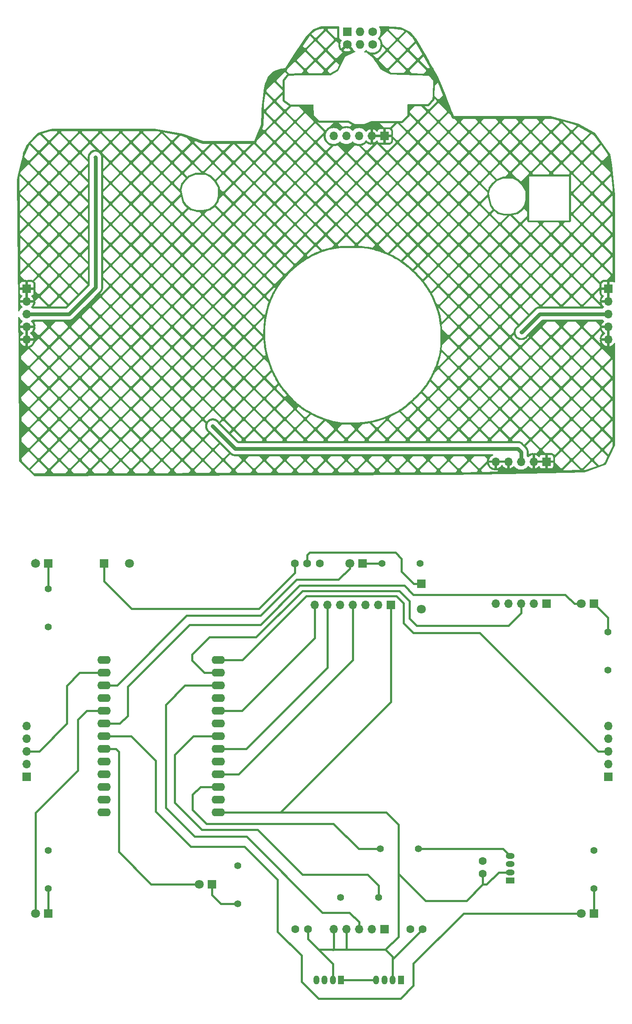
<source format=gbl>
G04 #@! TF.GenerationSoftware,KiCad,Pcbnew,7.0.10*
G04 #@! TF.CreationDate,2024-04-17T21:16:10-05:00*
G04 #@! TF.ProjectId,camera_badge,63616d65-7261-45f6-9261-6467652e6b69,2*
G04 #@! TF.SameCoordinates,Original*
G04 #@! TF.FileFunction,Copper,L2,Bot*
G04 #@! TF.FilePolarity,Positive*
%FSLAX46Y46*%
G04 Gerber Fmt 4.6, Leading zero omitted, Abs format (unit mm)*
G04 Created by KiCad (PCBNEW 7.0.10) date 2024-04-17 21:16:10*
%MOMM*%
%LPD*%
G01*
G04 APERTURE LIST*
G04 #@! TA.AperFunction,ComponentPad*
%ADD10C,1.400000*%
G04 #@! TD*
G04 #@! TA.AperFunction,ComponentPad*
%ADD11R,1.700000X1.700000*%
G04 #@! TD*
G04 #@! TA.AperFunction,ComponentPad*
%ADD12O,1.700000X1.700000*%
G04 #@! TD*
G04 #@! TA.AperFunction,ComponentPad*
%ADD13C,1.600000*%
G04 #@! TD*
G04 #@! TA.AperFunction,ComponentPad*
%ADD14O,2.700000X1.600000*%
G04 #@! TD*
G04 #@! TA.AperFunction,ComponentPad*
%ADD15R,1.800000X1.800000*%
G04 #@! TD*
G04 #@! TA.AperFunction,ComponentPad*
%ADD16C,1.800000*%
G04 #@! TD*
G04 #@! TA.AperFunction,ComponentPad*
%ADD17R,1.150000X1.800000*%
G04 #@! TD*
G04 #@! TA.AperFunction,ComponentPad*
%ADD18O,1.150000X1.800000*%
G04 #@! TD*
G04 #@! TA.AperFunction,ComponentPad*
%ADD19R,1.800000X1.150000*%
G04 #@! TD*
G04 #@! TA.AperFunction,ComponentPad*
%ADD20O,1.800000X1.150000*%
G04 #@! TD*
G04 #@! TA.AperFunction,ComponentPad*
%ADD21R,1.727200X1.727200*%
G04 #@! TD*
G04 #@! TA.AperFunction,ComponentPad*
%ADD22C,1.727200*%
G04 #@! TD*
G04 #@! TA.AperFunction,ComponentPad*
%ADD23O,1.727200X1.727200*%
G04 #@! TD*
G04 #@! TA.AperFunction,ViaPad*
%ADD24C,0.800000*%
G04 #@! TD*
G04 #@! TA.AperFunction,Conductor*
%ADD25C,0.400000*%
G04 #@! TD*
G04 #@! TA.AperFunction,Conductor*
%ADD26C,0.750000*%
G04 #@! TD*
G04 APERTURE END LIST*
D10*
X46300000Y-135000000D03*
X46300000Y-142620000D03*
D11*
X146000000Y-138000000D03*
D12*
X143460000Y-138000000D03*
X140920000Y-138000000D03*
X138380000Y-138000000D03*
X135840000Y-138000000D03*
D11*
X113575000Y-44475000D03*
D12*
X111035000Y-44475000D03*
X108495000Y-44475000D03*
X105955000Y-44475000D03*
X103415000Y-44475000D03*
D13*
X133250000Y-192000000D03*
X133250000Y-189500000D03*
D11*
X158400000Y-172600000D03*
D12*
X158400000Y-170060000D03*
X158400000Y-167520000D03*
X158400000Y-164980000D03*
X158400000Y-162440000D03*
D10*
X84250000Y-198060000D03*
X84250000Y-190440000D03*
X158300000Y-143690000D03*
X158300000Y-151310000D03*
D14*
X80300000Y-156880000D03*
X80300000Y-154340000D03*
X80300000Y-179740000D03*
X80300000Y-159420000D03*
X80300000Y-167040000D03*
X57440000Y-151800000D03*
X80300000Y-149260000D03*
X57440000Y-154340000D03*
X80300000Y-151800000D03*
X80300000Y-161960000D03*
X80300000Y-164500000D03*
X80300000Y-169580000D03*
X80300000Y-174660000D03*
X80300000Y-177200000D03*
X80300000Y-172120000D03*
X57440000Y-161960000D03*
X57440000Y-159420000D03*
X57440000Y-156880000D03*
X57440000Y-167040000D03*
X57440000Y-164500000D03*
X57440000Y-172120000D03*
X57440000Y-169580000D03*
X57440000Y-179740000D03*
X57440000Y-177200000D03*
X57440000Y-174660000D03*
X57440000Y-149260000D03*
D15*
X46300000Y-130000000D03*
D16*
X43760000Y-130000000D03*
D15*
X121000000Y-134000000D03*
D16*
X121000000Y-139080000D03*
D17*
X104900000Y-213240000D03*
D18*
X103250000Y-213240000D03*
X101600000Y-213240000D03*
X99950000Y-213240000D03*
D11*
X42000000Y-75000000D03*
D12*
X42000000Y-77540000D03*
X42000000Y-80080000D03*
X42000000Y-82620000D03*
X42000000Y-85160000D03*
D11*
X146000000Y-109600000D03*
D12*
X143460000Y-109600000D03*
X140920000Y-109600000D03*
X138380000Y-109600000D03*
X135840000Y-109600000D03*
D15*
X155500000Y-138000000D03*
D16*
X152960000Y-138000000D03*
D19*
X138750000Y-193400000D03*
D20*
X138750000Y-191750000D03*
X138750000Y-190100000D03*
X138750000Y-188450000D03*
D13*
X98250000Y-203125000D03*
X95750000Y-203125000D03*
D15*
X155500000Y-200000000D03*
D16*
X152960000Y-200000000D03*
D10*
X155500000Y-195000000D03*
X155500000Y-187380000D03*
D11*
X158400000Y-75000000D03*
D12*
X158400000Y-77540000D03*
X158400000Y-80080000D03*
X158400000Y-82620000D03*
X158400000Y-85160000D03*
D10*
X113130000Y-130000000D03*
X120750000Y-130000000D03*
D21*
X106120000Y-23650000D03*
D22*
X106120000Y-26190000D03*
D23*
X108660000Y-23650000D03*
X108660000Y-26190000D03*
D22*
X111200000Y-23650000D03*
X111200000Y-26190000D03*
D13*
X95650000Y-130000000D03*
X98150000Y-130000000D03*
X100650000Y-130000000D03*
D15*
X109200000Y-130000000D03*
D16*
X106660000Y-130000000D03*
D11*
X42000000Y-172600000D03*
D12*
X42000000Y-170060000D03*
X42000000Y-167520000D03*
X42000000Y-164980000D03*
X42000000Y-162440000D03*
D15*
X46300000Y-200000000D03*
D16*
X43760000Y-200000000D03*
D15*
X79075000Y-194100000D03*
D16*
X76535000Y-194100000D03*
D10*
X104780000Y-196800000D03*
X112400000Y-196800000D03*
X46300000Y-195000000D03*
X46300000Y-187380000D03*
X120400000Y-187000000D03*
X112780000Y-187000000D03*
D11*
X114840000Y-138250000D03*
D12*
X112300000Y-138250000D03*
X109760000Y-138250000D03*
X107220000Y-138250000D03*
X104680000Y-138250000D03*
X102140000Y-138250000D03*
X99600000Y-138250000D03*
D11*
X113575000Y-203125000D03*
D12*
X111035000Y-203125000D03*
X108495000Y-203125000D03*
X105955000Y-203125000D03*
X103415000Y-203125000D03*
D13*
X121250000Y-203125000D03*
X118750000Y-203125000D03*
D15*
X57500000Y-130000000D03*
D16*
X62580000Y-130000000D03*
D17*
X116900000Y-213240000D03*
D18*
X115250000Y-213240000D03*
X113600000Y-213240000D03*
X111950000Y-213240000D03*
D24*
X55750000Y-48750000D03*
X79250000Y-102500000D03*
X141000000Y-83750000D03*
D25*
X116400000Y-182200000D02*
X116400000Y-192000000D01*
X92760000Y-179740000D02*
X113940000Y-179740000D01*
X103250000Y-207250000D02*
X103200000Y-207200000D01*
X103400000Y-207200000D02*
X105800000Y-207200000D01*
X114870000Y-157630000D02*
X114870000Y-138280000D01*
X121250000Y-203125000D02*
X117175000Y-207200000D01*
X103415000Y-203125000D02*
X103415000Y-207185000D01*
X115250000Y-213240000D02*
X115250000Y-209125000D01*
X100400000Y-207200000D02*
X103200000Y-207200000D01*
X103415000Y-207185000D02*
X103400000Y-207200000D01*
X133250000Y-192000000D02*
X133250000Y-194150000D01*
X113940000Y-179740000D02*
X116400000Y-182200000D01*
X113800000Y-207200000D02*
X115250000Y-208650000D01*
X103250000Y-210050000D02*
X100400000Y-207200000D01*
X116400000Y-192000000D02*
X116400000Y-204600000D01*
X136450000Y-191750000D02*
X134050000Y-194150000D01*
X133250000Y-194150000D02*
X130000000Y-197400000D01*
X113800000Y-207200000D02*
X105800000Y-207200000D01*
X105955000Y-207045000D02*
X105800000Y-207200000D01*
X98250000Y-205050000D02*
X100400000Y-207200000D01*
X134050000Y-194150000D02*
X133250000Y-194150000D01*
X92760000Y-179740000D02*
X114870000Y-157630000D01*
X103250000Y-213240000D02*
X103250000Y-210050000D01*
X92760000Y-179740000D02*
X80300000Y-179740000D01*
X114870000Y-138280000D02*
X114840000Y-138250000D01*
X121800000Y-197400000D02*
X116400000Y-192000000D01*
X115250000Y-208650000D02*
X115250000Y-209125000D01*
X105955000Y-203125000D02*
X105955000Y-207045000D01*
X116400000Y-204600000D02*
X113800000Y-207200000D01*
X98250000Y-203125000D02*
X98250000Y-205050000D01*
X130000000Y-197400000D02*
X121800000Y-197400000D01*
X138750000Y-191750000D02*
X136450000Y-191750000D01*
X103200000Y-207200000D02*
X103400000Y-207200000D01*
X115250000Y-209125000D02*
X117175000Y-207200000D01*
X52600000Y-151800000D02*
X57440000Y-151800000D01*
X50000000Y-162000000D02*
X50000000Y-154400000D01*
X50000000Y-154400000D02*
X52600000Y-151800000D01*
X44480000Y-167520000D02*
X50000000Y-162000000D01*
X42000000Y-167520000D02*
X44480000Y-167520000D01*
X117000000Y-131550000D02*
X117000000Y-129000000D01*
X98600000Y-127800000D02*
X98150000Y-128250000D01*
X117000000Y-129000000D02*
X115800000Y-127800000D01*
X115800000Y-127800000D02*
X98600000Y-127800000D01*
X121000000Y-134000000D02*
X119450000Y-134000000D01*
X119450000Y-134000000D02*
X117000000Y-131550000D01*
X98150000Y-128250000D02*
X98150000Y-130000000D01*
X63000000Y-139000000D02*
X57500000Y-133500000D01*
X57500000Y-133500000D02*
X57500000Y-130000000D01*
X88500000Y-139000000D02*
X63000000Y-139000000D01*
X95650000Y-130000000D02*
X95650000Y-131850000D01*
X95650000Y-131850000D02*
X88500000Y-139000000D01*
X155500000Y-200000000D02*
X155500000Y-195000000D01*
X46300000Y-195000000D02*
X46300000Y-200000000D01*
X46300000Y-135000000D02*
X46300000Y-130000000D01*
X79075000Y-196275000D02*
X80860000Y-198060000D01*
X79075000Y-194100000D02*
X79075000Y-196275000D01*
X80860000Y-198060000D02*
X84250000Y-198060000D01*
X112400000Y-196800000D02*
X112400000Y-194400000D01*
X71600000Y-177800000D02*
X71600000Y-168200000D01*
X88200000Y-183200000D02*
X77000000Y-183200000D01*
X71600000Y-168200000D02*
X75300000Y-164500000D01*
X112400000Y-194400000D02*
X110200000Y-192200000D01*
X75300000Y-164500000D02*
X80300000Y-164500000D01*
X110200000Y-192200000D02*
X97200000Y-192200000D01*
X97200000Y-192200000D02*
X88200000Y-183200000D01*
X77000000Y-183200000D02*
X71600000Y-177800000D01*
X158300000Y-143690000D02*
X158300000Y-140800000D01*
X158300000Y-140800000D02*
X155500000Y-138000000D01*
X109200000Y-130000000D02*
X113130000Y-130000000D01*
X75200000Y-176200000D02*
X76740000Y-174660000D01*
X76740000Y-174660000D02*
X80300000Y-174660000D01*
X112780000Y-187000000D02*
X108400000Y-187000000D01*
X103400000Y-182000000D02*
X78000000Y-182000000D01*
X78000000Y-182000000D02*
X75200000Y-179200000D01*
X108400000Y-187000000D02*
X103400000Y-182000000D01*
X75200000Y-179200000D02*
X75200000Y-176200000D01*
X104900000Y-213240000D02*
X111950000Y-213240000D01*
X106660000Y-130000000D02*
X106660000Y-130940000D01*
X96000000Y-133200000D02*
X88800000Y-140400000D01*
X74000000Y-140400000D02*
X60060000Y-154340000D01*
X60060000Y-154340000D02*
X57440000Y-154340000D01*
X106660000Y-130940000D02*
X104400000Y-133200000D01*
X104400000Y-133200000D02*
X96000000Y-133200000D01*
X88800000Y-140400000D02*
X74000000Y-140400000D01*
X43760000Y-130000000D02*
X43760000Y-129240000D01*
X52200000Y-161200000D02*
X53980000Y-159420000D01*
X52200000Y-171400000D02*
X52200000Y-161200000D01*
X43760000Y-200000000D02*
X43760000Y-179840000D01*
X53980000Y-159420000D02*
X57440000Y-159420000D01*
X43760000Y-179840000D02*
X52200000Y-171400000D01*
X60640000Y-161960000D02*
X62200000Y-160400000D01*
X151600000Y-138000000D02*
X152960000Y-138000000D01*
X149800000Y-136200000D02*
X151600000Y-138000000D01*
X74600000Y-142200000D02*
X88800000Y-142200000D01*
X88800000Y-142200000D02*
X96600000Y-134400000D01*
X117600000Y-134400000D02*
X119400000Y-136200000D01*
X57440000Y-161960000D02*
X60640000Y-161960000D01*
X119400000Y-136200000D02*
X149800000Y-136200000D01*
X62200000Y-160400000D02*
X62200000Y-154600000D01*
X96600000Y-134400000D02*
X117600000Y-134400000D01*
X62200000Y-154600000D02*
X74600000Y-142200000D01*
X85600000Y-186600000D02*
X74800000Y-186600000D01*
X74800000Y-186600000D02*
X67800000Y-179600000D01*
X97000000Y-213600000D02*
X97000000Y-208400000D01*
X129400000Y-200000000D02*
X119400000Y-210000000D01*
X92200000Y-193200000D02*
X85600000Y-186600000D01*
X62900000Y-164500000D02*
X57440000Y-164500000D01*
X67800000Y-169400000D02*
X62900000Y-164500000D01*
X152960000Y-200000000D02*
X129400000Y-200000000D01*
X119400000Y-214400000D02*
X116800000Y-217000000D01*
X97000000Y-208400000D02*
X92200000Y-203600000D01*
X67800000Y-179600000D02*
X67800000Y-169400000D01*
X100400000Y-217000000D02*
X97000000Y-213600000D01*
X92200000Y-203600000D02*
X92200000Y-193200000D01*
X119400000Y-210000000D02*
X119400000Y-214400000D01*
X116800000Y-217000000D02*
X100400000Y-217000000D01*
X60400000Y-187600000D02*
X66900000Y-194100000D01*
X59840000Y-167040000D02*
X60400000Y-167600000D01*
X66900000Y-194100000D02*
X76535000Y-194100000D01*
X60400000Y-167600000D02*
X60400000Y-187600000D01*
X57440000Y-167040000D02*
X59840000Y-167040000D01*
X107250000Y-138280000D02*
X107220000Y-138250000D01*
X107250000Y-149250000D02*
X107250000Y-138280000D01*
X80300000Y-172120000D02*
X84380000Y-172120000D01*
X84380000Y-172120000D02*
X107250000Y-149250000D01*
X102170000Y-150830000D02*
X102170000Y-138280000D01*
X102170000Y-138280000D02*
X102140000Y-138250000D01*
X85960000Y-167040000D02*
X102170000Y-150830000D01*
X80300000Y-167040000D02*
X85960000Y-167040000D01*
X85080000Y-159420000D02*
X99630000Y-144870000D01*
X80300000Y-159420000D02*
X85080000Y-159420000D01*
X99630000Y-144870000D02*
X99630000Y-138280000D01*
X99630000Y-138280000D02*
X99600000Y-138250000D01*
X86000000Y-184600000D02*
X75600000Y-184600000D01*
X101200000Y-199800000D02*
X86000000Y-184600000D01*
X69800000Y-158200000D02*
X73660000Y-154340000D01*
X75600000Y-184600000D02*
X69800000Y-178800000D01*
X108495000Y-201695000D02*
X106600000Y-199800000D01*
X69800000Y-178800000D02*
X69800000Y-158200000D01*
X106600000Y-199800000D02*
X101200000Y-199800000D01*
X108495000Y-203125000D02*
X108495000Y-201695000D01*
X73660000Y-154340000D02*
X80300000Y-154340000D01*
X97950000Y-136450000D02*
X115950000Y-136450000D01*
X156320000Y-167520000D02*
X132670000Y-143870000D01*
X80300000Y-149260000D02*
X85140000Y-149260000D01*
X85140000Y-149260000D02*
X97950000Y-136450000D01*
X132670000Y-143870000D02*
X119370000Y-143870000D01*
X117400000Y-137900000D02*
X117400000Y-141900000D01*
X115950000Y-136450000D02*
X117400000Y-137900000D01*
X158400000Y-167520000D02*
X156320000Y-167520000D01*
X117400000Y-141900000D02*
X119370000Y-143870000D01*
X140920000Y-139880000D02*
X140920000Y-138000000D01*
X75120000Y-149380000D02*
X75120000Y-148140000D01*
X80300000Y-151800000D02*
X77540000Y-151800000D01*
X75120000Y-148140000D02*
X78530000Y-144730000D01*
X120000000Y-142400000D02*
X138400000Y-142400000D01*
X116560000Y-135460000D02*
X118600000Y-137500000D01*
X118600000Y-137500000D02*
X118600000Y-141000000D01*
X97140000Y-135460000D02*
X116560000Y-135460000D01*
X138400000Y-142400000D02*
X140920000Y-139880000D01*
X118600000Y-141000000D02*
X120000000Y-142400000D01*
X78530000Y-144730000D02*
X87870000Y-144730000D01*
X87870000Y-144730000D02*
X97140000Y-135460000D01*
X77540000Y-151800000D02*
X75120000Y-149380000D01*
X120400000Y-187000000D02*
X137300000Y-187000000D01*
X137300000Y-187000000D02*
X138750000Y-188450000D01*
D26*
X50420000Y-80080000D02*
X55750000Y-74750000D01*
X42000000Y-80080000D02*
X50420000Y-80080000D01*
X55750000Y-74750000D02*
X55750000Y-48750000D01*
X140250000Y-107000000D02*
X83750000Y-107000000D01*
X140920000Y-109600000D02*
X140920000Y-107670000D01*
X140920000Y-107670000D02*
X140250000Y-107000000D01*
X83750000Y-107000000D02*
X79250000Y-102500000D01*
X144670000Y-80080000D02*
X141000000Y-83750000D01*
X158400000Y-80080000D02*
X144670000Y-80080000D01*
G04 #@! TA.AperFunction,Conductor*
G36*
X137920507Y-109390156D02*
G01*
X137880000Y-109528111D01*
X137880000Y-109671889D01*
X137920507Y-109809844D01*
X137946314Y-109850000D01*
X136273686Y-109850000D01*
X136299493Y-109809844D01*
X136340000Y-109671889D01*
X136340000Y-109528111D01*
X136299493Y-109390156D01*
X136273686Y-109350000D01*
X137946314Y-109350000D01*
X137920507Y-109390156D01*
G37*
G04 #@! TD.AperFunction*
G04 #@! TA.AperFunction,Conductor*
G36*
X145540507Y-109390156D02*
G01*
X145500000Y-109528111D01*
X145500000Y-109671889D01*
X145540507Y-109809844D01*
X145566314Y-109850000D01*
X143893686Y-109850000D01*
X143919493Y-109809844D01*
X143960000Y-109671889D01*
X143960000Y-109528111D01*
X143919493Y-109390156D01*
X143893686Y-109350000D01*
X145566314Y-109350000D01*
X145540507Y-109390156D01*
G37*
G04 #@! TD.AperFunction*
G04 #@! TA.AperFunction,Conductor*
G36*
X113115507Y-44265156D02*
G01*
X113075000Y-44403111D01*
X113075000Y-44546889D01*
X113115507Y-44684844D01*
X113141314Y-44725000D01*
X111468686Y-44725000D01*
X111494493Y-44684844D01*
X111535000Y-44546889D01*
X111535000Y-44403111D01*
X111494493Y-44265156D01*
X111468686Y-44225000D01*
X113141314Y-44225000D01*
X113115507Y-44265156D01*
G37*
G04 #@! TD.AperFunction*
G04 #@! TA.AperFunction,Conductor*
G36*
X104459775Y-22519685D02*
G01*
X104505530Y-22572489D01*
X104516094Y-22636602D01*
X104505900Y-22736381D01*
X104505900Y-24563601D01*
X104505901Y-24563618D01*
X104516400Y-24666396D01*
X104516401Y-24666399D01*
X104547007Y-24758761D01*
X104571586Y-24832934D01*
X104663688Y-24982256D01*
X104787744Y-25106312D01*
X104937066Y-25198414D01*
X104950158Y-25202752D01*
X105007600Y-25242522D01*
X105034425Y-25307037D01*
X105022111Y-25375813D01*
X105014962Y-25388278D01*
X104916639Y-25538774D01*
X104825863Y-25745721D01*
X104770388Y-25964786D01*
X104770386Y-25964797D01*
X104751727Y-26189993D01*
X104751727Y-26190006D01*
X104770386Y-26415202D01*
X104770388Y-26415213D01*
X104825863Y-26634278D01*
X104916638Y-26841222D01*
X104995111Y-26961334D01*
X105630477Y-26325967D01*
X105653155Y-26403201D01*
X105732131Y-26526090D01*
X105842530Y-26621752D01*
X105975408Y-26682435D01*
X105980399Y-26683152D01*
X105347139Y-27316412D01*
X105371628Y-27335472D01*
X105570369Y-27443027D01*
X105570375Y-27443029D01*
X105784106Y-27516403D01*
X106007010Y-27553600D01*
X106232990Y-27553600D01*
X106455893Y-27516403D01*
X106669624Y-27443029D01*
X106669639Y-27443022D01*
X106868367Y-27335475D01*
X106868377Y-27335468D01*
X106892859Y-27316413D01*
X106892860Y-27316412D01*
X106259599Y-26683152D01*
X106264592Y-26682435D01*
X106397470Y-26621752D01*
X106507869Y-26526090D01*
X106586845Y-26403201D01*
X106609522Y-26325969D01*
X107220886Y-26937333D01*
X107238932Y-26960224D01*
X107350124Y-27141672D01*
X107350125Y-27141674D01*
X107350126Y-27141676D01*
X107350128Y-27141678D01*
X107515130Y-27334870D01*
X107697551Y-27490673D01*
X107735744Y-27549179D01*
X107736243Y-27619047D01*
X107698889Y-27678093D01*
X107668684Y-27697686D01*
X105699999Y-28600000D01*
X104416029Y-31365474D01*
X104369944Y-31417990D01*
X104367358Y-31419585D01*
X104150848Y-31549491D01*
X102929450Y-32282329D01*
X102865655Y-32300000D01*
X96599997Y-32300000D01*
X94399999Y-32400000D01*
X93600000Y-33399999D01*
X93600000Y-37300000D01*
X93599999Y-37300000D01*
X94133009Y-37699757D01*
X94800000Y-38200000D01*
X99281508Y-38200000D01*
X99348547Y-38219685D01*
X99394302Y-38272489D01*
X99405380Y-38318369D01*
X99499999Y-40399999D01*
X99500000Y-40400000D01*
X100600000Y-41400000D01*
X106368739Y-41400000D01*
X106427526Y-41414821D01*
X107700000Y-42100000D01*
X109500000Y-42100000D01*
X110004999Y-41898000D01*
X112670587Y-41898000D01*
X113579864Y-42807277D01*
X113600989Y-42786154D01*
X113641217Y-42759275D01*
X113696348Y-42736439D01*
X113743801Y-42727000D01*
X114478155Y-42727000D01*
X114481463Y-42727044D01*
X114485472Y-42727151D01*
X114488795Y-42727284D01*
X114499438Y-42727854D01*
X114502763Y-42728077D01*
X114506773Y-42728400D01*
X114510072Y-42728710D01*
X114587292Y-42737012D01*
X114594972Y-42738082D01*
X114604208Y-42739664D01*
X114611783Y-42741206D01*
X114636003Y-42746928D01*
X114643485Y-42748945D01*
X114652459Y-42751667D01*
X114659800Y-42754146D01*
X114730438Y-42780492D01*
X115612931Y-41898000D01*
X116771807Y-41898000D01*
X118117564Y-43243757D01*
X118368393Y-43243757D01*
X119886745Y-41725405D01*
X120700431Y-41725405D01*
X122218783Y-43243757D01*
X122469613Y-43243757D01*
X123987965Y-41725405D01*
X123987965Y-41725404D01*
X124801650Y-41725404D01*
X126320003Y-43243757D01*
X126570832Y-43243757D01*
X128089184Y-41725405D01*
X128902870Y-41725405D01*
X130421222Y-43243757D01*
X130672051Y-43243757D01*
X132190403Y-41725405D01*
X133004089Y-41725405D01*
X134522441Y-43243757D01*
X134773271Y-43243757D01*
X136291623Y-41725405D01*
X136291623Y-41725404D01*
X137105308Y-41725404D01*
X138623661Y-43243757D01*
X138874490Y-43243757D01*
X140392842Y-41725405D01*
X141206528Y-41725405D01*
X142724880Y-43243757D01*
X142975709Y-43243757D01*
X144494061Y-41725405D01*
X145307747Y-41725405D01*
X146826099Y-43243757D01*
X147076929Y-43243757D01*
X148595281Y-41725405D01*
X148595281Y-41603823D01*
X149408966Y-41603823D01*
X149408966Y-41725404D01*
X150927319Y-43243757D01*
X151178148Y-43243757D01*
X152041237Y-42380665D01*
X151735412Y-42209762D01*
X149408966Y-41603823D01*
X148595281Y-41603823D01*
X148595281Y-41474575D01*
X148483481Y-41362775D01*
X147182783Y-41024000D01*
X145758322Y-41024000D01*
X145307747Y-41474575D01*
X145307747Y-41725405D01*
X144494061Y-41725405D01*
X144494062Y-41725404D01*
X144494062Y-41474575D01*
X144043487Y-41024000D01*
X141657103Y-41024000D01*
X141206528Y-41474575D01*
X141206528Y-41725405D01*
X140392842Y-41725405D01*
X140392842Y-41474575D01*
X139942267Y-41024000D01*
X137555883Y-41024000D01*
X137105308Y-41474575D01*
X137105308Y-41725404D01*
X136291623Y-41725404D01*
X136291623Y-41474575D01*
X135841048Y-41024000D01*
X133454664Y-41024000D01*
X133004089Y-41474575D01*
X133004089Y-41725405D01*
X132190403Y-41725405D01*
X132190404Y-41725404D01*
X132190404Y-41474575D01*
X131739829Y-41024000D01*
X129353445Y-41024000D01*
X128902870Y-41474575D01*
X128902870Y-41725405D01*
X128089184Y-41725405D01*
X128089184Y-41474575D01*
X127638609Y-41024000D01*
X127378433Y-41024000D01*
X127311394Y-41004315D01*
X127309434Y-41003030D01*
X127107416Y-40867740D01*
X127062667Y-40814081D01*
X127061755Y-40811923D01*
X126806411Y-40191802D01*
X126570832Y-39956223D01*
X126320003Y-39956223D01*
X124801650Y-41474575D01*
X124801650Y-41725404D01*
X123987965Y-41725404D01*
X123987965Y-41474575D01*
X122469613Y-39956223D01*
X122218783Y-39956223D01*
X120700431Y-41474575D01*
X120700431Y-41725405D01*
X119886745Y-41725405D01*
X119886746Y-41725404D01*
X119886746Y-41474575D01*
X118598000Y-40185829D01*
X118598000Y-40441665D01*
X118595347Y-40467178D01*
X118588929Y-40497704D01*
X118581085Y-40522121D01*
X118547531Y-40598398D01*
X118534831Y-40620681D01*
X118516665Y-40646039D01*
X118499652Y-40665233D01*
X117241502Y-41818538D01*
X117223206Y-41832424D01*
X117199512Y-41847162D01*
X117178970Y-41857434D01*
X117109595Y-41884419D01*
X117087512Y-41890727D01*
X117060088Y-41895873D01*
X117037219Y-41898000D01*
X116771807Y-41898000D01*
X115612931Y-41898000D01*
X112670587Y-41898000D01*
X110004999Y-41898000D01*
X110977827Y-41508868D01*
X111023879Y-41500000D01*
X117000000Y-41500000D01*
X118200000Y-40400000D01*
X118200000Y-39674794D01*
X118649821Y-39674794D01*
X120168174Y-41193147D01*
X120419003Y-41193147D01*
X121937355Y-39674795D01*
X122751041Y-39674795D01*
X124269393Y-41193147D01*
X124520222Y-41193147D01*
X126038575Y-39674794D01*
X126038575Y-39423966D01*
X124520222Y-37905613D01*
X124269393Y-37905613D01*
X122751041Y-39423965D01*
X122751041Y-39674795D01*
X121937355Y-39674795D01*
X121937355Y-39423965D01*
X121011390Y-38498000D01*
X121574246Y-38498000D01*
X122218783Y-39142538D01*
X122469613Y-39142538D01*
X123987965Y-37624185D01*
X123987965Y-37373356D01*
X123601209Y-36986600D01*
X123596899Y-37146118D01*
X123594386Y-37167825D01*
X123589024Y-37193813D01*
X123582740Y-37214740D01*
X123556501Y-37280450D01*
X123546641Y-37299951D01*
X123532627Y-37322485D01*
X123519498Y-37339952D01*
X122567646Y-38397566D01*
X122548378Y-38414921D01*
X122522864Y-38433464D01*
X122500412Y-38446431D01*
X122423433Y-38480715D01*
X122398771Y-38488730D01*
X122367921Y-38495289D01*
X122342134Y-38498000D01*
X121574246Y-38498000D01*
X121011390Y-38498000D01*
X119575787Y-38498000D01*
X118649821Y-39423966D01*
X118649821Y-39674794D01*
X118200000Y-39674794D01*
X118200000Y-38224000D01*
X118219685Y-38156961D01*
X118272489Y-38111206D01*
X118324000Y-38100000D01*
X122300000Y-38100000D01*
X123200000Y-37100000D01*
X123217877Y-36438556D01*
X123616021Y-36438556D01*
X124269393Y-37091928D01*
X124520222Y-37091928D01*
X125268074Y-36344074D01*
X124512407Y-34391934D01*
X124277392Y-33804394D01*
X124269393Y-33804394D01*
X123671044Y-34402741D01*
X123616021Y-36438556D01*
X123217877Y-36438556D01*
X123300000Y-33400000D01*
X122500000Y-32400000D01*
X122499999Y-32399999D01*
X114830129Y-32200782D01*
X114773591Y-32185475D01*
X113477012Y-31472356D01*
X114548602Y-31472356D01*
X114848933Y-31772687D01*
X114907038Y-31804645D01*
X117438103Y-31870387D01*
X117836135Y-31472356D01*
X118649821Y-31472356D01*
X119090778Y-31913313D01*
X121435494Y-31974216D01*
X121937355Y-31472356D01*
X121937355Y-31221527D01*
X120419003Y-29703175D01*
X120168174Y-29703175D01*
X118649821Y-31221527D01*
X118649821Y-31472356D01*
X117836135Y-31472356D01*
X117836136Y-31472355D01*
X117836136Y-31221527D01*
X116317784Y-29703175D01*
X116066954Y-29703175D01*
X114548602Y-31221527D01*
X114548602Y-31472356D01*
X113477012Y-31472356D01*
X112826585Y-31114621D01*
X112783169Y-31074753D01*
X111999996Y-29899993D01*
X111652180Y-29421746D01*
X112497992Y-29421746D01*
X114016345Y-30940099D01*
X114267174Y-30940099D01*
X115785526Y-29421747D01*
X116599212Y-29421747D01*
X118117564Y-30940099D01*
X118368393Y-30940099D01*
X119886745Y-29421747D01*
X120700431Y-29421747D01*
X122218783Y-30940099D01*
X122469612Y-30940099D01*
X122626021Y-30783687D01*
X122558396Y-30682249D01*
X122555051Y-30676946D01*
X122544697Y-30659572D01*
X122541626Y-30654110D01*
X121639362Y-28949834D01*
X121382986Y-28488359D01*
X120700431Y-29170916D01*
X120700431Y-29421747D01*
X119886745Y-29421747D01*
X119886746Y-29421746D01*
X119886746Y-29170917D01*
X118368393Y-27652565D01*
X118117564Y-27652565D01*
X116599212Y-29170917D01*
X116599212Y-29421747D01*
X115785526Y-29421747D01*
X115785526Y-29170917D01*
X114267174Y-27652565D01*
X114016345Y-27652565D01*
X112497992Y-29170917D01*
X112497992Y-29421746D01*
X111652180Y-29421746D01*
X111200001Y-28800001D01*
X111199998Y-28799998D01*
X110482583Y-28202152D01*
X111278398Y-28202152D01*
X111965735Y-28889489D01*
X112216564Y-28889489D01*
X113734916Y-27371137D01*
X114548602Y-27371137D01*
X116066954Y-28889489D01*
X116317784Y-28889489D01*
X117836136Y-27371137D01*
X117836136Y-27371136D01*
X118649821Y-27371136D01*
X120168174Y-28889489D01*
X120419003Y-28889489D01*
X121181967Y-28126523D01*
X120647614Y-27164689D01*
X119869643Y-25900484D01*
X118649821Y-27120307D01*
X118649821Y-27371136D01*
X117836136Y-27371136D01*
X117836136Y-27120307D01*
X116317784Y-25601955D01*
X116066954Y-25601955D01*
X114548602Y-27120307D01*
X114548602Y-27371137D01*
X113734916Y-27371137D01*
X113734917Y-27371136D01*
X113734917Y-27120308D01*
X113179314Y-26564705D01*
X113125026Y-26790837D01*
X113123799Y-26795538D01*
X113122201Y-26801206D01*
X113120787Y-26805870D01*
X113115956Y-26820741D01*
X113114360Y-26825345D01*
X113112320Y-26830875D01*
X113110544Y-26835412D01*
X113007333Y-27084584D01*
X113005384Y-27089040D01*
X113002917Y-27094392D01*
X113000787Y-27098783D01*
X112993688Y-27112714D01*
X112991399Y-27116996D01*
X112988522Y-27122134D01*
X112986056Y-27126342D01*
X112845137Y-27356300D01*
X112842507Y-27360409D01*
X112839231Y-27365311D01*
X112836448Y-27369302D01*
X112827257Y-27381951D01*
X112824317Y-27385835D01*
X112820672Y-27390458D01*
X112817588Y-27394216D01*
X112642434Y-27599295D01*
X112639199Y-27602935D01*
X112635200Y-27607261D01*
X112631826Y-27610770D01*
X112620770Y-27621826D01*
X112617261Y-27625200D01*
X112612935Y-27629199D01*
X112609295Y-27632434D01*
X112404216Y-27807588D01*
X112400458Y-27810672D01*
X112395835Y-27814317D01*
X112391951Y-27817257D01*
X112379302Y-27826448D01*
X112375311Y-27829231D01*
X112370409Y-27832507D01*
X112366300Y-27835137D01*
X112136342Y-27976056D01*
X112132134Y-27978522D01*
X112126996Y-27981399D01*
X112122714Y-27983688D01*
X112108783Y-27990787D01*
X112104392Y-27992917D01*
X112099040Y-27995384D01*
X112094584Y-27997333D01*
X111845412Y-28100544D01*
X111840875Y-28102320D01*
X111835345Y-28104360D01*
X111830741Y-28105956D01*
X111815870Y-28110787D01*
X111811206Y-28112201D01*
X111805538Y-28113799D01*
X111800837Y-28115026D01*
X111538590Y-28177985D01*
X111533840Y-28179027D01*
X111528060Y-28180177D01*
X111523255Y-28181035D01*
X111507813Y-28183480D01*
X111503013Y-28184144D01*
X111497165Y-28184837D01*
X111492302Y-28185317D01*
X111278398Y-28202152D01*
X110482583Y-28202152D01*
X110000000Y-27800000D01*
X109634057Y-27742219D01*
X109570908Y-27712319D01*
X109533949Y-27653025D01*
X109534913Y-27583162D01*
X109573496Y-27524911D01*
X109588597Y-27514016D01*
X109611678Y-27499872D01*
X109804870Y-27334870D01*
X109835710Y-27298759D01*
X109894216Y-27260568D01*
X109964084Y-27260068D01*
X110023130Y-27297422D01*
X110024232Y-27298693D01*
X110055130Y-27334870D01*
X110248322Y-27499872D01*
X110248324Y-27499873D01*
X110248325Y-27499874D01*
X110248327Y-27499875D01*
X110464947Y-27632621D01*
X110699670Y-27729846D01*
X110699671Y-27729846D01*
X110699673Y-27729847D01*
X110946718Y-27789157D01*
X111200000Y-27809091D01*
X111453282Y-27789157D01*
X111700327Y-27729847D01*
X111935052Y-27632621D01*
X112151678Y-27499872D01*
X112344870Y-27334870D01*
X112509872Y-27141678D01*
X112642621Y-26925052D01*
X112739847Y-26690327D01*
X112799157Y-26443282D01*
X112819091Y-26190000D01*
X112799157Y-25936718D01*
X112739847Y-25689673D01*
X112698215Y-25589163D01*
X112642621Y-25454947D01*
X112509875Y-25238327D01*
X112509874Y-25238325D01*
X112509873Y-25238324D01*
X112509872Y-25238322D01*
X112344870Y-25045130D01*
X112308759Y-25014289D01*
X112270568Y-24955784D01*
X112270312Y-24920000D01*
X112761403Y-24920000D01*
X112817588Y-24985784D01*
X112820672Y-24989542D01*
X112824317Y-24994165D01*
X112827257Y-24998049D01*
X112836448Y-25010698D01*
X112839231Y-25014689D01*
X112842507Y-25019591D01*
X112845137Y-25023700D01*
X112986056Y-25253658D01*
X112988522Y-25257866D01*
X112991399Y-25263004D01*
X112993688Y-25267286D01*
X113000787Y-25281217D01*
X113002917Y-25285608D01*
X113005384Y-25290960D01*
X113007333Y-25295416D01*
X113110544Y-25544588D01*
X113112320Y-25549125D01*
X113114360Y-25554655D01*
X113115956Y-25559259D01*
X113120787Y-25574130D01*
X113122201Y-25578794D01*
X113123799Y-25584462D01*
X113125026Y-25589163D01*
X113187985Y-25851410D01*
X113189027Y-25856160D01*
X113190177Y-25861940D01*
X113191035Y-25866745D01*
X113193480Y-25882187D01*
X113194144Y-25886987D01*
X113194837Y-25892835D01*
X113195317Y-25897698D01*
X113205580Y-26028115D01*
X114016345Y-26838880D01*
X114267174Y-26838880D01*
X115785526Y-25320527D01*
X116599212Y-25320527D01*
X118117564Y-26838880D01*
X118368393Y-26838880D01*
X119655221Y-25552050D01*
X119115956Y-24675744D01*
X119055662Y-24602056D01*
X118142532Y-23749802D01*
X117991590Y-23677318D01*
X116599212Y-25069697D01*
X116599212Y-25320527D01*
X115785526Y-25320527D01*
X115785526Y-25069698D01*
X114267174Y-23551346D01*
X114016345Y-23551346D01*
X112992208Y-24575481D01*
X112991399Y-24576996D01*
X112988522Y-24582134D01*
X112986056Y-24586342D01*
X112845137Y-24816300D01*
X112842507Y-24820409D01*
X112839231Y-24825311D01*
X112836448Y-24829302D01*
X112827257Y-24841951D01*
X112824317Y-24845835D01*
X112820672Y-24850458D01*
X112817588Y-24854216D01*
X112761403Y-24920000D01*
X112270312Y-24920000D01*
X112270068Y-24885916D01*
X112307422Y-24826870D01*
X112308693Y-24825767D01*
X112344870Y-24794870D01*
X112509872Y-24601678D01*
X112642621Y-24385052D01*
X112739847Y-24150327D01*
X112799157Y-23903282D01*
X112819091Y-23650000D01*
X112799157Y-23396718D01*
X112739847Y-23149673D01*
X112739846Y-23149670D01*
X112687792Y-23024000D01*
X114548602Y-23024000D01*
X114548602Y-23269918D01*
X116066954Y-24788270D01*
X116317784Y-24788270D01*
X117611334Y-23494718D01*
X117247663Y-23320082D01*
X115212086Y-23024000D01*
X114548602Y-23024000D01*
X112687792Y-23024000D01*
X112642621Y-22914947D01*
X112509873Y-22698323D01*
X112508834Y-22696893D01*
X112508606Y-22696256D01*
X112507327Y-22694168D01*
X112507765Y-22693899D01*
X112485349Y-22631089D01*
X112501169Y-22563034D01*
X112551271Y-22514335D01*
X112609146Y-22500000D01*
X113856048Y-22500000D01*
X113864995Y-22500322D01*
X116620549Y-22699678D01*
X116629414Y-22700642D01*
X116966021Y-22749603D01*
X117001849Y-22760532D01*
X118725158Y-23588071D01*
X118767449Y-23621326D01*
X120032404Y-25167282D01*
X120042042Y-25180819D01*
X120559699Y-26022010D01*
X120561114Y-26024370D01*
X121599291Y-27798788D01*
X121600654Y-27801178D01*
X121632703Y-27858867D01*
X121633215Y-27859799D01*
X121970702Y-28481996D01*
X122549685Y-29549420D01*
X122550276Y-29550523D01*
X122662596Y-29762682D01*
X123000000Y-30400000D01*
X123399961Y-30999941D01*
X123400340Y-31000586D01*
X123528557Y-31221527D01*
X124120553Y-32241644D01*
X124124213Y-32248428D01*
X124358017Y-32716034D01*
X124360226Y-32720692D01*
X124798798Y-33697323D01*
X124801067Y-33702712D01*
X125194343Y-34702058D01*
X125194594Y-34702703D01*
X125759968Y-36163252D01*
X126200000Y-37300000D01*
X126800000Y-38800000D01*
X127107523Y-39546843D01*
X127107552Y-39546913D01*
X127149999Y-39649999D01*
X127150000Y-39650000D01*
X127500000Y-40500000D01*
X146734115Y-40500000D01*
X146765369Y-40504003D01*
X152353465Y-41959462D01*
X152382691Y-41971210D01*
X155567932Y-43751197D01*
X155607082Y-43773075D01*
X155647276Y-43808941D01*
X158786759Y-48176211D01*
X158807951Y-48225738D01*
X159196073Y-50295729D01*
X159197665Y-50307106D01*
X159749468Y-56244275D01*
X159750000Y-56255750D01*
X159750000Y-73651997D01*
X159730315Y-73719036D01*
X159677511Y-73764791D01*
X159608353Y-73774735D01*
X159551689Y-73751263D01*
X159492093Y-73706649D01*
X159492086Y-73706645D01*
X159357379Y-73656403D01*
X159357372Y-73656401D01*
X159297844Y-73650000D01*
X158650000Y-73650000D01*
X158650000Y-74564498D01*
X158542315Y-74515320D01*
X158435763Y-74500000D01*
X158364237Y-74500000D01*
X158257685Y-74515320D01*
X158150000Y-74564498D01*
X158150000Y-73650000D01*
X157502155Y-73650000D01*
X157442627Y-73656401D01*
X157442620Y-73656403D01*
X157307913Y-73706645D01*
X157307906Y-73706649D01*
X157192812Y-73792809D01*
X157192809Y-73792812D01*
X157106649Y-73907906D01*
X157106645Y-73907913D01*
X157056403Y-74042620D01*
X157056401Y-74042627D01*
X157050000Y-74102155D01*
X157050000Y-74750000D01*
X157966314Y-74750000D01*
X157940507Y-74790156D01*
X157900000Y-74928111D01*
X157900000Y-75071889D01*
X157940507Y-75209844D01*
X157966314Y-75250000D01*
X157050000Y-75250000D01*
X157050000Y-75897844D01*
X157056401Y-75957372D01*
X157056403Y-75957379D01*
X157106645Y-76092086D01*
X157106649Y-76092093D01*
X157192809Y-76207187D01*
X157192812Y-76207190D01*
X157307906Y-76293350D01*
X157307913Y-76293354D01*
X157439986Y-76342614D01*
X157495920Y-76384485D01*
X157520337Y-76449949D01*
X157505486Y-76518222D01*
X157484335Y-76546477D01*
X157361886Y-76668926D01*
X157226400Y-76862420D01*
X157226399Y-76862422D01*
X157126570Y-77076507D01*
X157126567Y-77076513D01*
X157069364Y-77289999D01*
X157069364Y-77290000D01*
X157966314Y-77290000D01*
X157940507Y-77330156D01*
X157900000Y-77468111D01*
X157900000Y-77611889D01*
X157940507Y-77749844D01*
X157966314Y-77790000D01*
X157069364Y-77790000D01*
X157126567Y-78003486D01*
X157126570Y-78003492D01*
X157226399Y-78217578D01*
X157361894Y-78411082D01*
X157516022Y-78565210D01*
X157549507Y-78626533D01*
X157544523Y-78696225D01*
X157502651Y-78752158D01*
X157493132Y-78758618D01*
X157456342Y-78781163D01*
X157447266Y-78788915D01*
X157298530Y-78915948D01*
X157288177Y-78924790D01*
X157224415Y-78953361D01*
X157207645Y-78954500D01*
X144774333Y-78954500D01*
X144753766Y-78952782D01*
X144750669Y-78952261D01*
X144750660Y-78952260D01*
X144750658Y-78952260D01*
X144661524Y-78954382D01*
X144658043Y-78954465D01*
X144655092Y-78954500D01*
X144616382Y-78954500D01*
X144607430Y-78955354D01*
X144598615Y-78955879D01*
X144541681Y-78957235D01*
X144535774Y-78957376D01*
X144535773Y-78957376D01*
X144535765Y-78957377D01*
X144503488Y-78964399D01*
X144488917Y-78966671D01*
X144456030Y-78969811D01*
X144456028Y-78969811D01*
X144395721Y-78987518D01*
X144387151Y-78989705D01*
X144325746Y-79003064D01*
X144325733Y-79003069D01*
X144295369Y-79016071D01*
X144281496Y-79021058D01*
X144249797Y-79030366D01*
X144249795Y-79030367D01*
X144193929Y-79059167D01*
X144185925Y-79062938D01*
X144128149Y-79087679D01*
X144128148Y-79087680D01*
X144100786Y-79106199D01*
X144088108Y-79113721D01*
X144058740Y-79128861D01*
X144058738Y-79128863D01*
X144009333Y-79167715D01*
X144002189Y-79172932D01*
X143950142Y-79208159D01*
X143926780Y-79231522D01*
X143915760Y-79241302D01*
X143898859Y-79254593D01*
X143889785Y-79261730D01*
X143848615Y-79309241D01*
X143842585Y-79315716D01*
X140383868Y-82774433D01*
X140361467Y-82792178D01*
X140303697Y-82827948D01*
X140146127Y-82971593D01*
X140017632Y-83141746D01*
X139922596Y-83332605D01*
X139922596Y-83332607D01*
X139864244Y-83537689D01*
X139858463Y-83600083D01*
X139844571Y-83750000D01*
X139864244Y-83962310D01*
X139909649Y-84121891D01*
X139922596Y-84167392D01*
X139922596Y-84167394D01*
X140017632Y-84358253D01*
X140075425Y-84434782D01*
X140146128Y-84528407D01*
X140303698Y-84672052D01*
X140484981Y-84784298D01*
X140683802Y-84861321D01*
X140893390Y-84900500D01*
X140893392Y-84900500D01*
X141106608Y-84900500D01*
X141106610Y-84900500D01*
X141316198Y-84861321D01*
X141515019Y-84784298D01*
X141696302Y-84672052D01*
X141853872Y-84528407D01*
X141973864Y-84369511D01*
X141985125Y-84356571D01*
X143604099Y-82737598D01*
X145307747Y-82737598D01*
X146826099Y-84255950D01*
X147076929Y-84255950D01*
X148595281Y-82737598D01*
X148595281Y-82737597D01*
X149408966Y-82737597D01*
X150927319Y-84255950D01*
X151178148Y-84255950D01*
X152696500Y-82737598D01*
X153510186Y-82737598D01*
X155028538Y-84255950D01*
X155279367Y-84255950D01*
X156659891Y-82875425D01*
X156658204Y-82823874D01*
X156671851Y-82755268D01*
X156695092Y-82703973D01*
X156759527Y-82620000D01*
X156695092Y-82536027D01*
X156671851Y-82484732D01*
X156658204Y-82416126D01*
X156660046Y-82359842D01*
X156662317Y-82351366D01*
X155914451Y-81603500D01*
X154393454Y-81603500D01*
X153510186Y-82486768D01*
X153510186Y-82737598D01*
X152696500Y-82737598D01*
X152696500Y-82486768D01*
X151813232Y-81603500D01*
X150292235Y-81603500D01*
X149408966Y-82486769D01*
X149408966Y-82737597D01*
X148595281Y-82737597D01*
X148595281Y-82486768D01*
X147712013Y-81603500D01*
X146191015Y-81603500D01*
X145307747Y-82486768D01*
X145307747Y-82737598D01*
X143604099Y-82737598D01*
X145099878Y-81241819D01*
X145161201Y-81208334D01*
X145187559Y-81205500D01*
X157207645Y-81205500D01*
X157274684Y-81225185D01*
X157288173Y-81235207D01*
X157456341Y-81378836D01*
X157493130Y-81401380D01*
X157540006Y-81453191D01*
X157551429Y-81522121D01*
X157523772Y-81586284D01*
X157516023Y-81594789D01*
X157361886Y-81748926D01*
X157226400Y-81942420D01*
X157226399Y-81942422D01*
X157126570Y-82156507D01*
X157126567Y-82156513D01*
X157069364Y-82369999D01*
X157069364Y-82370000D01*
X157966314Y-82370000D01*
X157940507Y-82410156D01*
X157900000Y-82548111D01*
X157900000Y-82691889D01*
X157940507Y-82829844D01*
X157966314Y-82870000D01*
X157069364Y-82870000D01*
X157126567Y-83083486D01*
X157126570Y-83083492D01*
X157226399Y-83297578D01*
X157361894Y-83491082D01*
X157528917Y-83658105D01*
X157715031Y-83788425D01*
X157758656Y-83843003D01*
X157765848Y-83912501D01*
X157734326Y-83974856D01*
X157715031Y-83991575D01*
X157528922Y-84121890D01*
X157528920Y-84121891D01*
X157361891Y-84288920D01*
X157361886Y-84288926D01*
X157226400Y-84482420D01*
X157226399Y-84482422D01*
X157126570Y-84696507D01*
X157126567Y-84696513D01*
X157069364Y-84909999D01*
X157069364Y-84910000D01*
X157966314Y-84910000D01*
X157940507Y-84950156D01*
X157900000Y-85088111D01*
X157900000Y-85231889D01*
X157940507Y-85369844D01*
X157966314Y-85410000D01*
X157069364Y-85410000D01*
X157126567Y-85623486D01*
X157126570Y-85623492D01*
X157226399Y-85837578D01*
X157361894Y-86031082D01*
X157528917Y-86198105D01*
X157722421Y-86333600D01*
X157936507Y-86433429D01*
X157936516Y-86433433D01*
X158150000Y-86490634D01*
X158150000Y-85595501D01*
X158257685Y-85644680D01*
X158364237Y-85660000D01*
X158435763Y-85660000D01*
X158542315Y-85644680D01*
X158650000Y-85595501D01*
X158650000Y-86490633D01*
X158863483Y-86433433D01*
X158863492Y-86433429D01*
X159077578Y-86333600D01*
X159271082Y-86198105D01*
X159438105Y-86031082D01*
X159524425Y-85907806D01*
X159579002Y-85864182D01*
X159648501Y-85856989D01*
X159710855Y-85888511D01*
X159746269Y-85948741D01*
X159750000Y-85978930D01*
X159750000Y-106320575D01*
X159737762Y-106374290D01*
X157896950Y-110204328D01*
X157850167Y-110256224D01*
X157827345Y-110267227D01*
X153618553Y-111788754D01*
X153578757Y-111796118D01*
X142283667Y-112011262D01*
X132749819Y-112192859D01*
X132748951Y-112192872D01*
X132176114Y-112199130D01*
X126750526Y-112258397D01*
X126749519Y-112258404D01*
X65010460Y-112431342D01*
X43551208Y-112491452D01*
X43484116Y-112471956D01*
X43463596Y-112455546D01*
X42211736Y-111215428D01*
X42777264Y-111215428D01*
X43536447Y-111967491D01*
X45549075Y-111961853D01*
X46064797Y-111446133D01*
X46878483Y-111446133D01*
X47389049Y-111956699D01*
X49661814Y-111950333D01*
X50166016Y-111446133D01*
X50979702Y-111446133D01*
X51478812Y-111945243D01*
X53774554Y-111938813D01*
X54267235Y-111446133D01*
X55080922Y-111446133D01*
X55568576Y-111933787D01*
X57887294Y-111927292D01*
X58368455Y-111446133D01*
X59182141Y-111446133D01*
X59658339Y-111922331D01*
X62000033Y-111915772D01*
X62469674Y-111446133D01*
X63283360Y-111446133D01*
X63748102Y-111910875D01*
X66112773Y-111904252D01*
X66570893Y-111446133D01*
X67384580Y-111446133D01*
X67837867Y-111899420D01*
X70225512Y-111892732D01*
X70672113Y-111446133D01*
X71485799Y-111446133D01*
X71927630Y-111887964D01*
X74338252Y-111881212D01*
X74773332Y-111446133D01*
X75587018Y-111446133D01*
X76017393Y-111876508D01*
X78450992Y-111869691D01*
X78874551Y-111446133D01*
X79688238Y-111446133D01*
X80107157Y-111865052D01*
X82563731Y-111858171D01*
X82975771Y-111446133D01*
X83789457Y-111446133D01*
X84196920Y-111853596D01*
X86676470Y-111846651D01*
X87076990Y-111446133D01*
X87890676Y-111446133D01*
X88286683Y-111842140D01*
X90789210Y-111835131D01*
X91178209Y-111446133D01*
X91991896Y-111446133D01*
X92376446Y-111830684D01*
X94901950Y-111823610D01*
X95279429Y-111446133D01*
X96093115Y-111446133D01*
X96466210Y-111819228D01*
X99014689Y-111812090D01*
X99380648Y-111446133D01*
X100194334Y-111446133D01*
X100555973Y-111807772D01*
X103127429Y-111800570D01*
X103481867Y-111446133D01*
X104295554Y-111446133D01*
X104645737Y-111796317D01*
X107240169Y-111789050D01*
X107583087Y-111446133D01*
X108396773Y-111446133D01*
X108735500Y-111784861D01*
X111352908Y-111777529D01*
X111684306Y-111446133D01*
X112497992Y-111446133D01*
X112825264Y-111773405D01*
X115465648Y-111766009D01*
X115785525Y-111446133D01*
X116599212Y-111446133D01*
X116915027Y-111761949D01*
X119578387Y-111754489D01*
X119886745Y-111446133D01*
X120700431Y-111446133D01*
X121004790Y-111750493D01*
X123691127Y-111742969D01*
X123987964Y-111446133D01*
X124801650Y-111446133D01*
X125094554Y-111739037D01*
X127803866Y-111731448D01*
X128089183Y-111446133D01*
X128902870Y-111446133D01*
X129184318Y-111727581D01*
X129744275Y-111726013D01*
X131952584Y-111683949D01*
X132190402Y-111446133D01*
X133004089Y-111446133D01*
X133217806Y-111659850D01*
X136133440Y-111604314D01*
X136291623Y-111446132D01*
X136291623Y-111351447D01*
X149408966Y-111351447D01*
X152696500Y-111288826D01*
X152696500Y-111273328D01*
X153510186Y-111273328D01*
X153893847Y-111266020D01*
X156078617Y-110476201D01*
X155279367Y-109676952D01*
X155028538Y-109676952D01*
X153510186Y-111195304D01*
X153510186Y-111273328D01*
X152696500Y-111273328D01*
X152696500Y-111195304D01*
X151178148Y-109676952D01*
X150927319Y-109676952D01*
X149408966Y-111195304D01*
X149408966Y-111351447D01*
X136291623Y-111351447D01*
X136291623Y-111288650D01*
X136100159Y-111339952D01*
X136043874Y-111341794D01*
X135975269Y-111328147D01*
X135923975Y-111304906D01*
X135840000Y-111240470D01*
X135756025Y-111304906D01*
X135704731Y-111328147D01*
X135636126Y-111341794D01*
X135579841Y-111339952D01*
X135265107Y-111255621D01*
X135259924Y-111254111D01*
X135253677Y-111252142D01*
X135248531Y-111250395D01*
X135232205Y-111244451D01*
X135227182Y-111242497D01*
X135221138Y-111239994D01*
X135216178Y-111237812D01*
X134986347Y-111130639D01*
X134981501Y-111128249D01*
X134975697Y-111125228D01*
X134970953Y-111122626D01*
X134955905Y-111113939D01*
X134951282Y-111111134D01*
X134945759Y-111107616D01*
X134941253Y-111104605D01*
X134733523Y-110959149D01*
X134729160Y-110955950D01*
X134723968Y-110951966D01*
X134719752Y-110948583D01*
X134706443Y-110937416D01*
X134702373Y-110933847D01*
X134697545Y-110929423D01*
X134693637Y-110925681D01*
X134514319Y-110746363D01*
X134510577Y-110742455D01*
X134506153Y-110737627D01*
X134502584Y-110733557D01*
X134491417Y-110720248D01*
X134488034Y-110716032D01*
X134484050Y-110710840D01*
X134480851Y-110706477D01*
X134335395Y-110498747D01*
X134332384Y-110494241D01*
X134328866Y-110488718D01*
X134326061Y-110484095D01*
X134317374Y-110469047D01*
X134314772Y-110464303D01*
X134311751Y-110458499D01*
X134309361Y-110453653D01*
X134202188Y-110223822D01*
X134200006Y-110218862D01*
X134197503Y-110212818D01*
X134195547Y-110207789D01*
X134189604Y-110191463D01*
X134187865Y-110186340D01*
X134185895Y-110180093D01*
X134184379Y-110174894D01*
X134150592Y-110048800D01*
X133004089Y-111195303D01*
X133004089Y-111446133D01*
X132190402Y-111446133D01*
X132190404Y-111446131D01*
X132190404Y-111195304D01*
X130672051Y-109676952D01*
X130421222Y-109676952D01*
X128902870Y-111195304D01*
X128902870Y-111446133D01*
X128089183Y-111446133D01*
X128089184Y-111446132D01*
X128089184Y-111195304D01*
X126570832Y-109676952D01*
X126320003Y-109676952D01*
X124801650Y-111195304D01*
X124801650Y-111446133D01*
X123987964Y-111446133D01*
X123987965Y-111446132D01*
X123987965Y-111195304D01*
X122469613Y-109676952D01*
X122218783Y-109676952D01*
X120700431Y-111195304D01*
X120700431Y-111446133D01*
X119886745Y-111446133D01*
X119886746Y-111446132D01*
X119886746Y-111195304D01*
X118368393Y-109676952D01*
X118117564Y-109676952D01*
X116599212Y-111195304D01*
X116599212Y-111446133D01*
X115785525Y-111446133D01*
X115785526Y-111446132D01*
X115785526Y-111195304D01*
X114267174Y-109676952D01*
X114016345Y-109676952D01*
X112497992Y-111195304D01*
X112497992Y-111446133D01*
X111684306Y-111446133D01*
X111684307Y-111446132D01*
X111684307Y-111195304D01*
X110165955Y-109676952D01*
X109915125Y-109676952D01*
X108396773Y-111195304D01*
X108396773Y-111446133D01*
X107583087Y-111446133D01*
X107583088Y-111446132D01*
X107583088Y-111195304D01*
X106064735Y-109676952D01*
X105813906Y-109676952D01*
X104295554Y-111195304D01*
X104295554Y-111446133D01*
X103481867Y-111446133D01*
X103481868Y-111446132D01*
X103481868Y-111195304D01*
X101963516Y-109676952D01*
X101712687Y-109676952D01*
X100194334Y-111195304D01*
X100194334Y-111446133D01*
X99380648Y-111446133D01*
X99380649Y-111446132D01*
X99380649Y-111195304D01*
X97862297Y-109676952D01*
X97611467Y-109676952D01*
X96093115Y-111195304D01*
X96093115Y-111446133D01*
X95279429Y-111446133D01*
X95279430Y-111446132D01*
X95279430Y-111195304D01*
X93761077Y-109676952D01*
X93510248Y-109676952D01*
X91991896Y-111195304D01*
X91991896Y-111446133D01*
X91178209Y-111446133D01*
X91178210Y-111446132D01*
X91178210Y-111195304D01*
X89659858Y-109676952D01*
X89409029Y-109676952D01*
X87890676Y-111195304D01*
X87890676Y-111446133D01*
X87076990Y-111446133D01*
X87076991Y-111446132D01*
X87076991Y-111195304D01*
X85558639Y-109676952D01*
X85307809Y-109676952D01*
X83789457Y-111195304D01*
X83789457Y-111446133D01*
X82975771Y-111446133D01*
X82975772Y-111446132D01*
X82975772Y-111195304D01*
X81457419Y-109676952D01*
X81206590Y-109676952D01*
X79688238Y-111195304D01*
X79688238Y-111446133D01*
X78874551Y-111446133D01*
X78874552Y-111446132D01*
X78874552Y-111195304D01*
X77356200Y-109676952D01*
X77105371Y-109676952D01*
X75587018Y-111195304D01*
X75587018Y-111446133D01*
X74773332Y-111446133D01*
X74773333Y-111446132D01*
X74773333Y-111195304D01*
X73254981Y-109676952D01*
X73004151Y-109676952D01*
X71485799Y-111195304D01*
X71485799Y-111446133D01*
X70672113Y-111446133D01*
X70672114Y-111446132D01*
X70672114Y-111195304D01*
X69153761Y-109676952D01*
X68902932Y-109676952D01*
X67384580Y-111195304D01*
X67384580Y-111446133D01*
X66570893Y-111446133D01*
X66570894Y-111446132D01*
X66570894Y-111195304D01*
X65052542Y-109676952D01*
X64801713Y-109676952D01*
X63283360Y-111195304D01*
X63283360Y-111446133D01*
X62469674Y-111446133D01*
X62469675Y-111446132D01*
X62469675Y-111195304D01*
X60951323Y-109676952D01*
X60700493Y-109676952D01*
X59182141Y-111195304D01*
X59182141Y-111446133D01*
X58368455Y-111446133D01*
X58368456Y-111446132D01*
X58368456Y-111195304D01*
X56850103Y-109676952D01*
X56599274Y-109676952D01*
X55080922Y-111195304D01*
X55080922Y-111446133D01*
X54267235Y-111446133D01*
X54267236Y-111446132D01*
X54267236Y-111195304D01*
X52748884Y-109676952D01*
X52498055Y-109676952D01*
X50979702Y-111195304D01*
X50979702Y-111446133D01*
X50166016Y-111446133D01*
X50166017Y-111446132D01*
X50166017Y-111195304D01*
X48647665Y-109676952D01*
X48396835Y-109676952D01*
X46878483Y-111195304D01*
X46878483Y-111446133D01*
X46064797Y-111446133D01*
X46064798Y-111446132D01*
X46064798Y-111195304D01*
X44546445Y-109676952D01*
X44295616Y-109676952D01*
X42777264Y-111195304D01*
X42777264Y-111215428D01*
X42211736Y-111215428D01*
X41729411Y-110737627D01*
X40516522Y-109536114D01*
X40482749Y-109474951D01*
X40479793Y-109448850D01*
X40475969Y-108871366D01*
X40999979Y-108871366D01*
X41003868Y-109458667D01*
X42472856Y-110913876D01*
X42495836Y-110913876D01*
X44014188Y-109395524D01*
X44014188Y-109395523D01*
X44827873Y-109395523D01*
X46346226Y-110913876D01*
X46597055Y-110913876D01*
X48115407Y-109395524D01*
X48929093Y-109395524D01*
X50447445Y-110913876D01*
X50698274Y-110913876D01*
X52216626Y-109395524D01*
X53030312Y-109395524D01*
X54548664Y-110913876D01*
X54799494Y-110913876D01*
X56317846Y-109395524D01*
X56317846Y-109395523D01*
X57131531Y-109395523D01*
X58649884Y-110913876D01*
X58900713Y-110913876D01*
X60419065Y-109395524D01*
X61232751Y-109395524D01*
X62751103Y-110913876D01*
X63001932Y-110913876D01*
X64520284Y-109395524D01*
X65333970Y-109395524D01*
X66852322Y-110913876D01*
X67103152Y-110913876D01*
X68621504Y-109395524D01*
X68621504Y-109395523D01*
X69435189Y-109395523D01*
X70953542Y-110913876D01*
X71204371Y-110913876D01*
X72722723Y-109395524D01*
X73536409Y-109395524D01*
X75054761Y-110913876D01*
X75305590Y-110913876D01*
X76823942Y-109395524D01*
X77637628Y-109395524D01*
X79155980Y-110913876D01*
X79406810Y-110913876D01*
X80925162Y-109395524D01*
X80925162Y-109395523D01*
X81738847Y-109395523D01*
X83257200Y-110913876D01*
X83508029Y-110913876D01*
X85026381Y-109395524D01*
X85840067Y-109395524D01*
X87358419Y-110913876D01*
X87609248Y-110913876D01*
X89127600Y-109395524D01*
X89941286Y-109395524D01*
X91459638Y-110913876D01*
X91710468Y-110913876D01*
X93228820Y-109395524D01*
X93228820Y-109395523D01*
X94042505Y-109395523D01*
X95560858Y-110913876D01*
X95811687Y-110913876D01*
X97330039Y-109395524D01*
X98143725Y-109395524D01*
X99662077Y-110913876D01*
X99912906Y-110913876D01*
X101431258Y-109395524D01*
X102244944Y-109395524D01*
X103763296Y-110913876D01*
X104014126Y-110913876D01*
X105532478Y-109395524D01*
X105532478Y-109395523D01*
X106346163Y-109395523D01*
X107864516Y-110913876D01*
X108115345Y-110913876D01*
X109633697Y-109395524D01*
X110447383Y-109395524D01*
X111965735Y-110913876D01*
X112216564Y-110913876D01*
X113734916Y-109395524D01*
X114548602Y-109395524D01*
X116066954Y-110913876D01*
X116317784Y-110913876D01*
X117836136Y-109395524D01*
X117836136Y-109395523D01*
X118649821Y-109395523D01*
X120168174Y-110913876D01*
X120419003Y-110913876D01*
X121937355Y-109395524D01*
X122751041Y-109395524D01*
X124269393Y-110913876D01*
X124520222Y-110913876D01*
X126038574Y-109395524D01*
X126852260Y-109395524D01*
X128370612Y-110913876D01*
X128621442Y-110913876D01*
X130139794Y-109395524D01*
X130139794Y-109395523D01*
X130953479Y-109395523D01*
X132471832Y-110913876D01*
X132722661Y-110913876D01*
X134130545Y-109505990D01*
X134111851Y-109464732D01*
X134098204Y-109396126D01*
X134100046Y-109339840D01*
X134171075Y-109074756D01*
X133619819Y-108523500D01*
X131574673Y-108523500D01*
X130953479Y-109144694D01*
X130953479Y-109395523D01*
X130139794Y-109395523D01*
X130139794Y-109144694D01*
X129518600Y-108523500D01*
X127473454Y-108523500D01*
X126852260Y-109144694D01*
X126852260Y-109395524D01*
X126038574Y-109395524D01*
X126038575Y-109395523D01*
X126038575Y-109144694D01*
X125417381Y-108523500D01*
X123372235Y-108523500D01*
X122751041Y-109144694D01*
X122751041Y-109395524D01*
X121937355Y-109395524D01*
X121937355Y-109144694D01*
X121316161Y-108523500D01*
X119271015Y-108523500D01*
X118649821Y-109144694D01*
X118649821Y-109395523D01*
X117836136Y-109395523D01*
X117836136Y-109144694D01*
X117214942Y-108523500D01*
X115169796Y-108523500D01*
X114548602Y-109144694D01*
X114548602Y-109395524D01*
X113734916Y-109395524D01*
X113734917Y-109395523D01*
X113734917Y-109144694D01*
X113113723Y-108523500D01*
X111068577Y-108523500D01*
X110447383Y-109144694D01*
X110447383Y-109395524D01*
X109633697Y-109395524D01*
X109633697Y-109144694D01*
X109012503Y-108523500D01*
X106967357Y-108523500D01*
X106346163Y-109144694D01*
X106346163Y-109395523D01*
X105532478Y-109395523D01*
X105532478Y-109144694D01*
X104911284Y-108523500D01*
X102866138Y-108523500D01*
X102244944Y-109144694D01*
X102244944Y-109395524D01*
X101431258Y-109395524D01*
X101431259Y-109395523D01*
X101431259Y-109144694D01*
X100810065Y-108523500D01*
X98764919Y-108523500D01*
X98143725Y-109144694D01*
X98143725Y-109395524D01*
X97330039Y-109395524D01*
X97330039Y-109144694D01*
X96708845Y-108523500D01*
X94663699Y-108523500D01*
X94042505Y-109144694D01*
X94042505Y-109395523D01*
X93228820Y-109395523D01*
X93228820Y-109144694D01*
X92607626Y-108523500D01*
X90562480Y-108523500D01*
X89941286Y-109144694D01*
X89941286Y-109395524D01*
X89127600Y-109395524D01*
X89127601Y-109395523D01*
X89127601Y-109144694D01*
X88506407Y-108523500D01*
X86461261Y-108523500D01*
X85840067Y-109144694D01*
X85840067Y-109395524D01*
X85026381Y-109395524D01*
X85026381Y-109144694D01*
X84405187Y-108523500D01*
X83804421Y-108523500D01*
X83742033Y-108527962D01*
X83736122Y-108528243D01*
X83728984Y-108528412D01*
X83723105Y-108528412D01*
X83704155Y-108527962D01*
X83698245Y-108527680D01*
X83691121Y-108527170D01*
X83685254Y-108526610D01*
X83659243Y-108523500D01*
X83633050Y-108523500D01*
X83627146Y-108523359D01*
X83620013Y-108523019D01*
X83614129Y-108522598D01*
X83595259Y-108520796D01*
X83589406Y-108520097D01*
X83582337Y-108519081D01*
X83576509Y-108518101D01*
X83515095Y-108506263D01*
X83453010Y-108498841D01*
X83447173Y-108498002D01*
X83440130Y-108496818D01*
X83434332Y-108495701D01*
X83415809Y-108491672D01*
X83410064Y-108490278D01*
X83403165Y-108488429D01*
X83397504Y-108486766D01*
X83372567Y-108478793D01*
X83346847Y-108473837D01*
X83341079Y-108472582D01*
X83334141Y-108470899D01*
X83328445Y-108469373D01*
X83310255Y-108464033D01*
X83304625Y-108462234D01*
X83297873Y-108459897D01*
X83292343Y-108457834D01*
X83234296Y-108434595D01*
X83174719Y-108415550D01*
X83169151Y-108413623D01*
X83162460Y-108411128D01*
X83156967Y-108408929D01*
X83139541Y-108401466D01*
X83134185Y-108399021D01*
X83127761Y-108395901D01*
X83122506Y-108393192D01*
X83099514Y-108380637D01*
X83075205Y-108370906D01*
X83069779Y-108368582D01*
X83063282Y-108365615D01*
X83057976Y-108363038D01*
X83041126Y-108354352D01*
X83035935Y-108351517D01*
X83029749Y-108347945D01*
X83024715Y-108344876D01*
X82972121Y-108311074D01*
X82917221Y-108281097D01*
X82912109Y-108278146D01*
X82906011Y-108274429D01*
X82901046Y-108271238D01*
X82885348Y-108260613D01*
X82880546Y-108257194D01*
X82874828Y-108252914D01*
X82870183Y-108249260D01*
X82849988Y-108232585D01*
X82827953Y-108218425D01*
X82823067Y-108215118D01*
X82817247Y-108210974D01*
X82812515Y-108207432D01*
X82797615Y-108195714D01*
X82793064Y-108191956D01*
X82787669Y-108187281D01*
X82783305Y-108183314D01*
X82740776Y-108142764D01*
X81738847Y-109144694D01*
X81738847Y-109395523D01*
X80925162Y-109395523D01*
X80925162Y-109144694D01*
X79406810Y-107626342D01*
X79155980Y-107626342D01*
X77637628Y-109144694D01*
X77637628Y-109395524D01*
X76823942Y-109395524D01*
X76823943Y-109395523D01*
X76823943Y-109144694D01*
X75305590Y-107626342D01*
X75054761Y-107626342D01*
X73536409Y-109144694D01*
X73536409Y-109395524D01*
X72722723Y-109395524D01*
X72722723Y-109144694D01*
X71204371Y-107626342D01*
X70953542Y-107626342D01*
X69435189Y-109144694D01*
X69435189Y-109395523D01*
X68621504Y-109395523D01*
X68621504Y-109144694D01*
X67103152Y-107626342D01*
X66852322Y-107626342D01*
X65333970Y-109144694D01*
X65333970Y-109395524D01*
X64520284Y-109395524D01*
X64520285Y-109395523D01*
X64520285Y-109144694D01*
X63001932Y-107626342D01*
X62751103Y-107626342D01*
X61232751Y-109144694D01*
X61232751Y-109395524D01*
X60419065Y-109395524D01*
X60419065Y-109144694D01*
X58900713Y-107626342D01*
X58649884Y-107626342D01*
X57131531Y-109144694D01*
X57131531Y-109395523D01*
X56317846Y-109395523D01*
X56317846Y-109144694D01*
X54799494Y-107626342D01*
X54548664Y-107626342D01*
X53030312Y-109144694D01*
X53030312Y-109395524D01*
X52216626Y-109395524D01*
X52216627Y-109395523D01*
X52216627Y-109144694D01*
X50698274Y-107626342D01*
X50447445Y-107626342D01*
X48929093Y-109144694D01*
X48929093Y-109395524D01*
X48115407Y-109395524D01*
X48115407Y-109144694D01*
X46597055Y-107626342D01*
X46346226Y-107626342D01*
X44827873Y-109144694D01*
X44827873Y-109395523D01*
X44014188Y-109395523D01*
X44014188Y-109144694D01*
X42495836Y-107626342D01*
X42245006Y-107626342D01*
X40999979Y-108871366D01*
X40475969Y-108871366D01*
X40465860Y-107344914D01*
X42777264Y-107344914D01*
X44295616Y-108863266D01*
X44546445Y-108863266D01*
X46064797Y-107344914D01*
X46878483Y-107344914D01*
X48396835Y-108863266D01*
X48647665Y-108863266D01*
X50166017Y-107344914D01*
X50166017Y-107344913D01*
X50979702Y-107344913D01*
X52498055Y-108863266D01*
X52748884Y-108863266D01*
X54267236Y-107344914D01*
X55080922Y-107344914D01*
X56599274Y-108863266D01*
X56850103Y-108863266D01*
X58368455Y-107344914D01*
X59182141Y-107344914D01*
X60700493Y-108863266D01*
X60951323Y-108863266D01*
X62469675Y-107344914D01*
X62469675Y-107344913D01*
X63283360Y-107344913D01*
X64801713Y-108863266D01*
X65052542Y-108863266D01*
X66570894Y-107344914D01*
X67384580Y-107344914D01*
X68902932Y-108863266D01*
X69153761Y-108863266D01*
X70672113Y-107344914D01*
X71485799Y-107344914D01*
X73004151Y-108863266D01*
X73254981Y-108863266D01*
X74773333Y-107344914D01*
X74773333Y-107344913D01*
X75587018Y-107344913D01*
X77105371Y-108863266D01*
X77356200Y-108863266D01*
X78874552Y-107344914D01*
X79688238Y-107344914D01*
X81206590Y-108863266D01*
X81457419Y-108863266D01*
X82458066Y-107862619D01*
X80688884Y-106093437D01*
X79688238Y-107094084D01*
X79688238Y-107344914D01*
X78874552Y-107344914D01*
X78874552Y-107094084D01*
X77356200Y-105575732D01*
X77105371Y-105575732D01*
X75587018Y-107094085D01*
X75587018Y-107344913D01*
X74773333Y-107344913D01*
X74773333Y-107094084D01*
X73254981Y-105575732D01*
X73004151Y-105575732D01*
X71485799Y-107094084D01*
X71485799Y-107344914D01*
X70672113Y-107344914D01*
X70672114Y-107344913D01*
X70672114Y-107094085D01*
X69153761Y-105575732D01*
X68902932Y-105575732D01*
X67384580Y-107094084D01*
X67384580Y-107344914D01*
X66570894Y-107344914D01*
X66570894Y-107094084D01*
X65052542Y-105575732D01*
X64801713Y-105575732D01*
X63283360Y-107094085D01*
X63283360Y-107344913D01*
X62469675Y-107344913D01*
X62469675Y-107094084D01*
X60951323Y-105575732D01*
X60700493Y-105575732D01*
X59182141Y-107094084D01*
X59182141Y-107344914D01*
X58368455Y-107344914D01*
X58368456Y-107344913D01*
X58368456Y-107094085D01*
X56850103Y-105575732D01*
X56599274Y-105575732D01*
X55080922Y-107094084D01*
X55080922Y-107344914D01*
X54267236Y-107344914D01*
X54267236Y-107094084D01*
X52748884Y-105575732D01*
X52498055Y-105575732D01*
X50979702Y-107094085D01*
X50979702Y-107344913D01*
X50166017Y-107344913D01*
X50166017Y-107094084D01*
X48647665Y-105575732D01*
X48396835Y-105575732D01*
X46878483Y-107094084D01*
X46878483Y-107344914D01*
X46064797Y-107344914D01*
X46064798Y-107344913D01*
X46064798Y-107094085D01*
X44546445Y-105575732D01*
X44295616Y-105575732D01*
X42777264Y-107094084D01*
X42777264Y-107344914D01*
X40465860Y-107344914D01*
X40448987Y-104797128D01*
X40972998Y-104797128D01*
X40977955Y-105545605D01*
X42245006Y-106812657D01*
X42495836Y-106812657D01*
X44014188Y-105294304D01*
X44827873Y-105294304D01*
X46346226Y-106812657D01*
X46597055Y-106812657D01*
X48115407Y-105294304D01*
X48929093Y-105294304D01*
X50447445Y-106812657D01*
X50698274Y-106812657D01*
X52216627Y-105294304D01*
X53030312Y-105294304D01*
X54548664Y-106812657D01*
X54799494Y-106812657D01*
X56317846Y-105294304D01*
X57131531Y-105294304D01*
X58649884Y-106812657D01*
X58900713Y-106812657D01*
X60419065Y-105294304D01*
X61232751Y-105294304D01*
X62751103Y-106812657D01*
X63001932Y-106812657D01*
X64520285Y-105294304D01*
X65333970Y-105294304D01*
X66852322Y-106812657D01*
X67103152Y-106812657D01*
X68621504Y-105294304D01*
X69435189Y-105294304D01*
X70953542Y-106812657D01*
X71204371Y-106812657D01*
X72722723Y-105294304D01*
X73536409Y-105294304D01*
X75054761Y-106812657D01*
X75305590Y-106812657D01*
X76823943Y-105294304D01*
X77637628Y-105294304D01*
X79155980Y-106812657D01*
X79406810Y-106812657D01*
X80407456Y-105812009D01*
X78638274Y-104042828D01*
X77637628Y-105043474D01*
X77637628Y-105294304D01*
X76823943Y-105294304D01*
X76823943Y-105043475D01*
X75305590Y-103525123D01*
X75054761Y-103525123D01*
X73536409Y-105043475D01*
X73536409Y-105294304D01*
X72722723Y-105294304D01*
X72722723Y-105043475D01*
X71204371Y-103525123D01*
X70953542Y-103525123D01*
X69435189Y-105043475D01*
X69435189Y-105294304D01*
X68621504Y-105294304D01*
X68621504Y-105043475D01*
X67103152Y-103525123D01*
X66852322Y-103525123D01*
X65333970Y-105043475D01*
X65333970Y-105294304D01*
X64520285Y-105294304D01*
X64520285Y-105043475D01*
X63001932Y-103525123D01*
X62751103Y-103525123D01*
X61232751Y-105043475D01*
X61232751Y-105294304D01*
X60419065Y-105294304D01*
X60419065Y-105043475D01*
X58900713Y-103525123D01*
X58649884Y-103525123D01*
X57131531Y-105043475D01*
X57131531Y-105294304D01*
X56317846Y-105294304D01*
X56317846Y-105043475D01*
X54799494Y-103525123D01*
X54548664Y-103525123D01*
X53030312Y-105043475D01*
X53030312Y-105294304D01*
X52216627Y-105294304D01*
X52216627Y-105043475D01*
X50698274Y-103525123D01*
X50447445Y-103525123D01*
X48929093Y-105043475D01*
X48929093Y-105294304D01*
X48115407Y-105294304D01*
X48115407Y-105043475D01*
X46597055Y-103525123D01*
X46346226Y-103525123D01*
X44827873Y-105043475D01*
X44827873Y-105294304D01*
X44014188Y-105294304D01*
X44014188Y-105043475D01*
X42495836Y-103525123D01*
X42245006Y-103525123D01*
X40972998Y-104797128D01*
X40448987Y-104797128D01*
X40438700Y-103243695D01*
X42777264Y-103243695D01*
X44295616Y-104762047D01*
X44546445Y-104762047D01*
X46064797Y-103243695D01*
X46878483Y-103243695D01*
X48396835Y-104762047D01*
X48647665Y-104762047D01*
X50166017Y-103243695D01*
X50166017Y-103243694D01*
X50979702Y-103243694D01*
X52498055Y-104762047D01*
X52748884Y-104762047D01*
X54267236Y-103243695D01*
X55080922Y-103243695D01*
X56599274Y-104762047D01*
X56850103Y-104762047D01*
X58368455Y-103243695D01*
X59182141Y-103243695D01*
X60700493Y-104762047D01*
X60951323Y-104762047D01*
X62469675Y-103243695D01*
X62469675Y-103243694D01*
X63283360Y-103243694D01*
X64801713Y-104762047D01*
X65052542Y-104762047D01*
X66570894Y-103243695D01*
X67384580Y-103243695D01*
X68902932Y-104762047D01*
X69153761Y-104762047D01*
X70672113Y-103243695D01*
X71485799Y-103243695D01*
X73004151Y-104762047D01*
X73254981Y-104762047D01*
X74773333Y-103243695D01*
X74773333Y-103243694D01*
X75587018Y-103243694D01*
X77105371Y-104762047D01*
X77356200Y-104762047D01*
X78352595Y-103765650D01*
X78336357Y-103755596D01*
X78331552Y-103752465D01*
X78325833Y-103748547D01*
X78321186Y-103745204D01*
X78306505Y-103734117D01*
X78302013Y-103730558D01*
X78296681Y-103726130D01*
X78292364Y-103722373D01*
X78121199Y-103566335D01*
X78117056Y-103562379D01*
X78112155Y-103557478D01*
X78108198Y-103553334D01*
X78095804Y-103539738D01*
X78092046Y-103535420D01*
X78087619Y-103530089D01*
X78084061Y-103525597D01*
X77944480Y-103340763D01*
X77941140Y-103336122D01*
X77937221Y-103330402D01*
X77934085Y-103325588D01*
X77924401Y-103309946D01*
X77921501Y-103305012D01*
X77918129Y-103298958D01*
X77915459Y-103293891D01*
X77812219Y-103086555D01*
X77809790Y-103081383D01*
X77806988Y-103075039D01*
X77804787Y-103069725D01*
X77798143Y-103052571D01*
X77796199Y-103047186D01*
X77793998Y-103040618D01*
X77792306Y-103035153D01*
X77728921Y-102812383D01*
X77727481Y-102806840D01*
X77725894Y-102800093D01*
X77724712Y-102794489D01*
X77721331Y-102776405D01*
X77720406Y-102770735D01*
X77719449Y-102763869D01*
X77718791Y-102758192D01*
X77697420Y-102527563D01*
X77697023Y-102521848D01*
X77696703Y-102514925D01*
X77696571Y-102509199D01*
X77696571Y-102500000D01*
X78094571Y-102500000D01*
X78114244Y-102712310D01*
X78172596Y-102917392D01*
X78172596Y-102917394D01*
X78267632Y-103108253D01*
X78369914Y-103243695D01*
X78396128Y-103278407D01*
X78553698Y-103422052D01*
X78611464Y-103457819D01*
X78633867Y-103475565D01*
X82880375Y-107722072D01*
X82893700Y-107737824D01*
X82895534Y-107740399D01*
X82895537Y-107740402D01*
X82895539Y-107740404D01*
X82962574Y-107804321D01*
X82964686Y-107806383D01*
X82992065Y-107833762D01*
X82998989Y-107839479D01*
X83005608Y-107845354D01*
X83051097Y-107888727D01*
X83078907Y-107906599D01*
X83090789Y-107915276D01*
X83116279Y-107936322D01*
X83120656Y-107938712D01*
X83171441Y-107966443D01*
X83179054Y-107970960D01*
X83231919Y-108004935D01*
X83231922Y-108004936D01*
X83262586Y-108017212D01*
X83275929Y-108023498D01*
X83304931Y-108039334D01*
X83364800Y-108058472D01*
X83373126Y-108061464D01*
X83431468Y-108084822D01*
X83463930Y-108091078D01*
X83478195Y-108094720D01*
X83509669Y-108104781D01*
X83509667Y-108104781D01*
X83534057Y-108107697D01*
X83572081Y-108112243D01*
X83580798Y-108113602D01*
X83642528Y-108125500D01*
X83675563Y-108125500D01*
X83690284Y-108126377D01*
X83692920Y-108126692D01*
X83723094Y-108130300D01*
X83785789Y-108125816D01*
X83794634Y-108125500D01*
X135248376Y-108125500D01*
X135315415Y-108145185D01*
X135361170Y-108197989D01*
X135371114Y-108267147D01*
X135342089Y-108330703D01*
X135300781Y-108361882D01*
X135162422Y-108426399D01*
X135162420Y-108426400D01*
X134968926Y-108561886D01*
X134968920Y-108561891D01*
X134801891Y-108728920D01*
X134801886Y-108728926D01*
X134666400Y-108922420D01*
X134666399Y-108922422D01*
X134566570Y-109136507D01*
X134566567Y-109136513D01*
X134509364Y-109349999D01*
X134509364Y-109350000D01*
X135406314Y-109350000D01*
X135380507Y-109390156D01*
X135340000Y-109528111D01*
X135340000Y-109671889D01*
X135380507Y-109809844D01*
X135406314Y-109850000D01*
X134509364Y-109850000D01*
X134566567Y-110063486D01*
X134566570Y-110063492D01*
X134666399Y-110277578D01*
X134801894Y-110471082D01*
X134968917Y-110638105D01*
X135162421Y-110773600D01*
X135376507Y-110873429D01*
X135376516Y-110873433D01*
X135590000Y-110930634D01*
X135590000Y-110035501D01*
X135697685Y-110084680D01*
X135804237Y-110100000D01*
X135875763Y-110100000D01*
X135982315Y-110084680D01*
X136090000Y-110035501D01*
X136090000Y-110930633D01*
X136303483Y-110873433D01*
X136303492Y-110873429D01*
X136517578Y-110773600D01*
X136711082Y-110638105D01*
X136878105Y-110471082D01*
X137008425Y-110284968D01*
X137063002Y-110241344D01*
X137132501Y-110234151D01*
X137194855Y-110265673D01*
X137211575Y-110284968D01*
X137341894Y-110471082D01*
X137508917Y-110638105D01*
X137702421Y-110773600D01*
X137916507Y-110873429D01*
X137916516Y-110873433D01*
X138130000Y-110930634D01*
X138130000Y-110035501D01*
X138237685Y-110084680D01*
X138344237Y-110100000D01*
X138415763Y-110100000D01*
X138522315Y-110084680D01*
X138630000Y-110035501D01*
X138630000Y-110930633D01*
X138843483Y-110873433D01*
X138843492Y-110873429D01*
X139057578Y-110773600D01*
X139251082Y-110638105D01*
X139405210Y-110483978D01*
X139466533Y-110450493D01*
X139536225Y-110455477D01*
X139592158Y-110497349D01*
X139598618Y-110506868D01*
X139604009Y-110515665D01*
X139621164Y-110543659D01*
X139784776Y-110735224D01*
X139933066Y-110861875D01*
X139976343Y-110898838D01*
X139976346Y-110898839D01*
X140191140Y-111030466D01*
X140392663Y-111113939D01*
X140423889Y-111126873D01*
X140668852Y-111185683D01*
X140920000Y-111205449D01*
X141171148Y-111185683D01*
X141416111Y-111126873D01*
X141648859Y-111030466D01*
X141863659Y-110898836D01*
X142055224Y-110735224D01*
X142218836Y-110543659D01*
X142241382Y-110506867D01*
X142293190Y-110459994D01*
X142362120Y-110448570D01*
X142426283Y-110476226D01*
X142434789Y-110483977D01*
X142588917Y-110638105D01*
X142782421Y-110773600D01*
X142996507Y-110873429D01*
X142996516Y-110873433D01*
X143210000Y-110930634D01*
X143210000Y-110035501D01*
X143317685Y-110084680D01*
X143424237Y-110100000D01*
X143495763Y-110100000D01*
X143602315Y-110084680D01*
X143710000Y-110035501D01*
X143710000Y-110930633D01*
X143923483Y-110873433D01*
X143923492Y-110873429D01*
X144137578Y-110773600D01*
X144331078Y-110638108D01*
X144453521Y-110515665D01*
X144514844Y-110482180D01*
X144584536Y-110487164D01*
X144640470Y-110529035D01*
X144657385Y-110560013D01*
X144706645Y-110692086D01*
X144706649Y-110692093D01*
X144792809Y-110807187D01*
X144792812Y-110807190D01*
X144907906Y-110893350D01*
X144907913Y-110893354D01*
X145042620Y-110943596D01*
X145042627Y-110943598D01*
X145102155Y-110949999D01*
X145102172Y-110950000D01*
X145750000Y-110950000D01*
X145750000Y-110035501D01*
X145857685Y-110084680D01*
X145964237Y-110100000D01*
X146035763Y-110100000D01*
X146142315Y-110084680D01*
X146250000Y-110035501D01*
X146250000Y-110950000D01*
X146897828Y-110950000D01*
X146897844Y-110949999D01*
X146957372Y-110943598D01*
X146957379Y-110943596D01*
X147092086Y-110893354D01*
X147092093Y-110893350D01*
X147207187Y-110807190D01*
X147207190Y-110807187D01*
X147293350Y-110692093D01*
X147293354Y-110692086D01*
X147343596Y-110557379D01*
X147343598Y-110557372D01*
X147349999Y-110497844D01*
X147350000Y-110497827D01*
X147350000Y-109850000D01*
X146433686Y-109850000D01*
X146459493Y-109809844D01*
X146500000Y-109671889D01*
X146500000Y-109600000D01*
X147662856Y-109600000D01*
X147688845Y-109625989D01*
X147715725Y-109666217D01*
X147738561Y-109721348D01*
X147748000Y-109768801D01*
X147748000Y-109785167D01*
X148876709Y-110913876D01*
X149127538Y-110913876D01*
X150645890Y-109395524D01*
X151459576Y-109395524D01*
X152977928Y-110913876D01*
X153228758Y-110913876D01*
X154747110Y-109395524D01*
X154747110Y-109395523D01*
X155560795Y-109395523D01*
X156492022Y-110326750D01*
X157309790Y-110031118D01*
X157681560Y-109733702D01*
X158251502Y-108547867D01*
X157329977Y-107626342D01*
X157079148Y-107626342D01*
X155560795Y-109144694D01*
X155560795Y-109395523D01*
X154747110Y-109395523D01*
X154747110Y-109144694D01*
X153228758Y-107626342D01*
X152977928Y-107626342D01*
X151459576Y-109144694D01*
X151459576Y-109395524D01*
X150645890Y-109395524D01*
X150645891Y-109395523D01*
X150645891Y-109144694D01*
X149127538Y-107626342D01*
X148876709Y-107626342D01*
X147748000Y-108755051D01*
X147748000Y-109431199D01*
X147738561Y-109478652D01*
X147715725Y-109533783D01*
X147688845Y-109574011D01*
X147662856Y-109600000D01*
X146500000Y-109600000D01*
X146500000Y-109528111D01*
X146459493Y-109390156D01*
X146433686Y-109350000D01*
X147350000Y-109350000D01*
X147350000Y-108702172D01*
X147349999Y-108702155D01*
X147343598Y-108642627D01*
X147343596Y-108642620D01*
X147293354Y-108507913D01*
X147293350Y-108507906D01*
X147207190Y-108392812D01*
X147207187Y-108392809D01*
X147092093Y-108306649D01*
X147092086Y-108306645D01*
X146957379Y-108256403D01*
X146957372Y-108256401D01*
X146897844Y-108250000D01*
X146250000Y-108250000D01*
X146250000Y-109164498D01*
X146142315Y-109115320D01*
X146035763Y-109100000D01*
X145964237Y-109100000D01*
X145857685Y-109115320D01*
X145750000Y-109164498D01*
X145750000Y-108250000D01*
X145102155Y-108250000D01*
X145042627Y-108256401D01*
X145042620Y-108256403D01*
X144907913Y-108306645D01*
X144907906Y-108306649D01*
X144792812Y-108392809D01*
X144792809Y-108392812D01*
X144706649Y-108507906D01*
X144706646Y-108507911D01*
X144657385Y-108639987D01*
X144615513Y-108695920D01*
X144550049Y-108720337D01*
X144481776Y-108705485D01*
X144453522Y-108684334D01*
X144331082Y-108561894D01*
X144137578Y-108426399D01*
X143923492Y-108326570D01*
X143923486Y-108326567D01*
X143710000Y-108269364D01*
X143710000Y-109164498D01*
X143602315Y-109115320D01*
X143495763Y-109100000D01*
X143424237Y-109100000D01*
X143317685Y-109115320D01*
X143210000Y-109164498D01*
X143210000Y-108269364D01*
X143209999Y-108269364D01*
X142996513Y-108326567D01*
X142996507Y-108326570D01*
X142782422Y-108426399D01*
X142782420Y-108426400D01*
X142588926Y-108561886D01*
X142434789Y-108716023D01*
X142373466Y-108749507D01*
X142303774Y-108744523D01*
X142247841Y-108702651D01*
X142241384Y-108693136D01*
X142218836Y-108656341D01*
X142100768Y-108518101D01*
X142075209Y-108488175D01*
X142046639Y-108424414D01*
X142045500Y-108407644D01*
X142045500Y-107774332D01*
X142047218Y-107753765D01*
X142047738Y-107750668D01*
X142047740Y-107750657D01*
X142045535Y-107658042D01*
X142045500Y-107655091D01*
X142045500Y-107616390D01*
X142045500Y-107616382D01*
X142044646Y-107607446D01*
X142044120Y-107598623D01*
X142042624Y-107535774D01*
X142042623Y-107535769D01*
X142042623Y-107535766D01*
X142035601Y-107503492D01*
X142033328Y-107488924D01*
X142030188Y-107456029D01*
X142012475Y-107395705D01*
X142010296Y-107387170D01*
X141996934Y-107325741D01*
X141983929Y-107295373D01*
X141978938Y-107281489D01*
X141969632Y-107249793D01*
X141969631Y-107249790D01*
X141940837Y-107193938D01*
X141937064Y-107185931D01*
X141916488Y-107137883D01*
X141912321Y-107128151D01*
X141893795Y-107100779D01*
X141886278Y-107088109D01*
X141879952Y-107075839D01*
X141871138Y-107058741D01*
X141832289Y-107009340D01*
X141827069Y-107002191D01*
X141791848Y-106950151D01*
X141791840Y-106950142D01*
X141768480Y-106926782D01*
X141758690Y-106915752D01*
X141738268Y-106889783D01*
X141738266Y-106889781D01*
X141690766Y-106848622D01*
X141684288Y-106842590D01*
X141289726Y-106448029D01*
X141852583Y-106448029D01*
X141958800Y-106554246D01*
X142006066Y-106595202D01*
X142010437Y-106599175D01*
X142015606Y-106604104D01*
X142019779Y-106608278D01*
X142032859Y-106621997D01*
X142036823Y-106626357D01*
X142041499Y-106631753D01*
X142045260Y-106636307D01*
X142061456Y-106656902D01*
X142079971Y-106675417D01*
X142084042Y-106679686D01*
X142088843Y-106684967D01*
X142092704Y-106689422D01*
X142104773Y-106704037D01*
X142108425Y-106708680D01*
X142112708Y-106714401D01*
X142116134Y-106719213D01*
X142151189Y-106771008D01*
X142189846Y-106820165D01*
X142193379Y-106824884D01*
X142197521Y-106830700D01*
X142200830Y-106835589D01*
X142211078Y-106851534D01*
X142214156Y-106856583D01*
X142217727Y-106862769D01*
X142220553Y-106867945D01*
X142232555Y-106891227D01*
X142247234Y-106912914D01*
X142250426Y-106917881D01*
X142254143Y-106923979D01*
X142257093Y-106929089D01*
X142266178Y-106945726D01*
X142268884Y-106950975D01*
X142272004Y-106957398D01*
X142274455Y-106962765D01*
X142299076Y-107020260D01*
X142327729Y-107075839D01*
X142330299Y-107081130D01*
X142333265Y-107087622D01*
X142335594Y-107093059D01*
X142342641Y-107110659D01*
X142344709Y-107116204D01*
X142347046Y-107122958D01*
X142348842Y-107128575D01*
X142356218Y-107153701D01*
X142366527Y-107177772D01*
X142368717Y-107183243D01*
X142371213Y-107189933D01*
X142373147Y-107195519D01*
X142378920Y-107213577D01*
X142380587Y-107219253D01*
X142382436Y-107226156D01*
X142383825Y-107231885D01*
X142397114Y-107292983D01*
X142414735Y-107352990D01*
X142416266Y-107358703D01*
X142417949Y-107365643D01*
X142419201Y-107371397D01*
X142422789Y-107390011D01*
X142423767Y-107395828D01*
X142424784Y-107402899D01*
X142425486Y-107408770D01*
X142427973Y-107434833D01*
X142433542Y-107460425D01*
X142434661Y-107466232D01*
X142435846Y-107473281D01*
X142436686Y-107479122D01*
X142438936Y-107497947D01*
X142439496Y-107503818D01*
X142440005Y-107510936D01*
X142440286Y-107516831D01*
X142441773Y-107579344D01*
X142442146Y-107583240D01*
X142442393Y-107586198D01*
X142442648Y-107589765D01*
X142442824Y-107592708D01*
X142443275Y-107602177D01*
X142443380Y-107605124D01*
X142443465Y-107608693D01*
X142443500Y-107611645D01*
X142443500Y-107651807D01*
X142445852Y-107750658D01*
X142445852Y-107756545D01*
X142445683Y-107763679D01*
X142445403Y-107769578D01*
X142444052Y-107788488D01*
X142443500Y-107794272D01*
X142443500Y-108177846D01*
X142561254Y-108095395D01*
X142565760Y-108092384D01*
X142571280Y-108088868D01*
X142575891Y-108086071D01*
X142590937Y-108077383D01*
X142595685Y-108074777D01*
X142601492Y-108071754D01*
X142606345Y-108069361D01*
X142836178Y-107962188D01*
X142841138Y-107960006D01*
X142847182Y-107957503D01*
X142852211Y-107955547D01*
X142868537Y-107949604D01*
X142873660Y-107947865D01*
X142879907Y-107945895D01*
X142885106Y-107944379D01*
X143199840Y-107860046D01*
X143256126Y-107858204D01*
X143324732Y-107871851D01*
X143376027Y-107895092D01*
X143460000Y-107959527D01*
X143543973Y-107895092D01*
X143595268Y-107871851D01*
X143663874Y-107858204D01*
X143720159Y-107860046D01*
X143924244Y-107914730D01*
X144494061Y-107344914D01*
X145307747Y-107344914D01*
X145814833Y-107852000D01*
X145831199Y-107852000D01*
X145878652Y-107861439D01*
X145933783Y-107884275D01*
X145974011Y-107911155D01*
X146000000Y-107937144D01*
X146025989Y-107911155D01*
X146066217Y-107884275D01*
X146121348Y-107861439D01*
X146168801Y-107852000D01*
X146903155Y-107852000D01*
X146906463Y-107852044D01*
X146910472Y-107852151D01*
X146913795Y-107852284D01*
X146924438Y-107852854D01*
X146927763Y-107853077D01*
X146931773Y-107853400D01*
X146935072Y-107853710D01*
X147012292Y-107862012D01*
X147019972Y-107863082D01*
X147029208Y-107864664D01*
X147036783Y-107866206D01*
X147061003Y-107871928D01*
X147068485Y-107873945D01*
X147077459Y-107876667D01*
X147084800Y-107879146D01*
X147244504Y-107938712D01*
X147252680Y-107942098D01*
X147262427Y-107946549D01*
X147270344Y-107950512D01*
X147295317Y-107964148D01*
X147302936Y-107968669D01*
X147311949Y-107974462D01*
X147319216Y-107979508D01*
X147457092Y-108082723D01*
X147463982Y-108088276D01*
X147472079Y-108095292D01*
X147478558Y-108101324D01*
X147498676Y-108121442D01*
X147504708Y-108127921D01*
X147511724Y-108136018D01*
X147517277Y-108142908D01*
X147620492Y-108280784D01*
X147625538Y-108288051D01*
X147631331Y-108297064D01*
X147635725Y-108304469D01*
X148595281Y-107344913D01*
X149408966Y-107344913D01*
X150927319Y-108863266D01*
X151178148Y-108863266D01*
X152696500Y-107344914D01*
X153510186Y-107344914D01*
X155028538Y-108863266D01*
X155279367Y-108863266D01*
X156797719Y-107344914D01*
X157611405Y-107344914D01*
X158434210Y-108167719D01*
X159226000Y-106520305D01*
X159226000Y-105575732D01*
X159129757Y-105575732D01*
X157611405Y-107094084D01*
X157611405Y-107344914D01*
X156797719Y-107344914D01*
X156797720Y-107344913D01*
X156797720Y-107094085D01*
X155279367Y-105575732D01*
X155028538Y-105575732D01*
X153510186Y-107094084D01*
X153510186Y-107344914D01*
X152696500Y-107344914D01*
X152696500Y-107094084D01*
X151178148Y-105575732D01*
X150927319Y-105575732D01*
X149408966Y-107094085D01*
X149408966Y-107344913D01*
X148595281Y-107344913D01*
X148595281Y-107094084D01*
X147076929Y-105575732D01*
X146826099Y-105575732D01*
X145307747Y-107094084D01*
X145307747Y-107344914D01*
X144494061Y-107344914D01*
X144494062Y-107344913D01*
X144494062Y-107094085D01*
X142975709Y-105575732D01*
X142724880Y-105575732D01*
X141852583Y-106448029D01*
X141289726Y-106448029D01*
X141119624Y-106277927D01*
X141106295Y-106262169D01*
X141104468Y-106259603D01*
X141104466Y-106259601D01*
X141037381Y-106195636D01*
X141035353Y-106193656D01*
X141007935Y-106166238D01*
X141000998Y-106160510D01*
X140994393Y-106154647D01*
X140948904Y-106111274D01*
X140948899Y-106111270D01*
X140933953Y-106101665D01*
X140921103Y-106093406D01*
X140909199Y-106084714D01*
X140883721Y-106063678D01*
X140883718Y-106063676D01*
X140883713Y-106063672D01*
X140828562Y-106033558D01*
X140820948Y-106029041D01*
X140768083Y-105995066D01*
X140737407Y-105982785D01*
X140724069Y-105976501D01*
X140718736Y-105973589D01*
X140695069Y-105960666D01*
X140677778Y-105955138D01*
X140635198Y-105941526D01*
X140626872Y-105938533D01*
X140568534Y-105915179D01*
X140568532Y-105915178D01*
X140536091Y-105908925D01*
X140521810Y-105905280D01*
X140503730Y-105899501D01*
X140490329Y-105895217D01*
X140427917Y-105887755D01*
X140419173Y-105886391D01*
X140357474Y-105874500D01*
X140357472Y-105874500D01*
X140324438Y-105874500D01*
X140309718Y-105873623D01*
X140276907Y-105869700D01*
X140276906Y-105869700D01*
X140227637Y-105873223D01*
X140214211Y-105874184D01*
X140205366Y-105874500D01*
X84267560Y-105874500D01*
X84200521Y-105854815D01*
X84179879Y-105838181D01*
X82280582Y-103938884D01*
X82843438Y-103938884D01*
X84381054Y-105476500D01*
X84844185Y-105476500D01*
X85026381Y-105294304D01*
X85840067Y-105294304D01*
X86022263Y-105476500D01*
X88945405Y-105476500D01*
X89127601Y-105294304D01*
X89941286Y-105294304D01*
X90123482Y-105476500D01*
X93046624Y-105476500D01*
X93228820Y-105294304D01*
X94042505Y-105294304D01*
X94224701Y-105476500D01*
X97147843Y-105476500D01*
X97330039Y-105294304D01*
X98143725Y-105294304D01*
X98325921Y-105476500D01*
X101249063Y-105476500D01*
X101431259Y-105294304D01*
X102244944Y-105294304D01*
X102427140Y-105476500D01*
X105350282Y-105476500D01*
X105532478Y-105294304D01*
X106346163Y-105294304D01*
X106528359Y-105476500D01*
X109451501Y-105476500D01*
X109633697Y-105294304D01*
X110447383Y-105294304D01*
X110629579Y-105476500D01*
X113552721Y-105476500D01*
X113734917Y-105294304D01*
X114548602Y-105294304D01*
X114730798Y-105476500D01*
X117653940Y-105476500D01*
X117836136Y-105294304D01*
X118649821Y-105294304D01*
X118832017Y-105476500D01*
X121755159Y-105476500D01*
X121937355Y-105294304D01*
X122751041Y-105294304D01*
X122933237Y-105476500D01*
X125856379Y-105476500D01*
X126038575Y-105294304D01*
X126852260Y-105294304D01*
X127034456Y-105476500D01*
X129957598Y-105476500D01*
X130139794Y-105294304D01*
X130953479Y-105294304D01*
X131135675Y-105476500D01*
X134058817Y-105476500D01*
X134241013Y-105294304D01*
X135054699Y-105294304D01*
X135236895Y-105476500D01*
X138160037Y-105476500D01*
X138342233Y-105294304D01*
X139155918Y-105294304D01*
X139338114Y-105476500D01*
X140195579Y-105476500D01*
X140257967Y-105472038D01*
X140263878Y-105471757D01*
X140271016Y-105471588D01*
X140276895Y-105471588D01*
X140295844Y-105472038D01*
X140301756Y-105472320D01*
X140308879Y-105472830D01*
X140314743Y-105473390D01*
X140340756Y-105476500D01*
X140366950Y-105476500D01*
X140372854Y-105476641D01*
X140379987Y-105476981D01*
X140385871Y-105477402D01*
X140404740Y-105479204D01*
X140410595Y-105479904D01*
X140417663Y-105480920D01*
X140423484Y-105481898D01*
X140484890Y-105493731D01*
X140546994Y-105501158D01*
X140552833Y-105501998D01*
X140559874Y-105503182D01*
X140565662Y-105504297D01*
X140584184Y-105508325D01*
X140589929Y-105509719D01*
X140596829Y-105511568D01*
X140602490Y-105513230D01*
X140627444Y-105521207D01*
X140653161Y-105526164D01*
X140658941Y-105527422D01*
X140665879Y-105529106D01*
X140671560Y-105530628D01*
X140689746Y-105535967D01*
X140695370Y-105537765D01*
X140702120Y-105540101D01*
X140707650Y-105542163D01*
X140765702Y-105565402D01*
X140825288Y-105584452D01*
X140830859Y-105586381D01*
X140837546Y-105588875D01*
X140843027Y-105591069D01*
X140860450Y-105598530D01*
X140865810Y-105600978D01*
X140872236Y-105604099D01*
X140877490Y-105606807D01*
X140900479Y-105619360D01*
X140924802Y-105629098D01*
X140930214Y-105631415D01*
X140936706Y-105634379D01*
X140942022Y-105636961D01*
X140958870Y-105645646D01*
X140964059Y-105648480D01*
X140970247Y-105652053D01*
X140975281Y-105655121D01*
X141027899Y-105688936D01*
X141082781Y-105718904D01*
X141087895Y-105721857D01*
X141093996Y-105725576D01*
X141098962Y-105728767D01*
X141114659Y-105739392D01*
X141119457Y-105742809D01*
X141125171Y-105747086D01*
X141129814Y-105750737D01*
X141150012Y-105767414D01*
X141172056Y-105781581D01*
X141176950Y-105784894D01*
X141182767Y-105789037D01*
X141187483Y-105792568D01*
X141202381Y-105804284D01*
X141206925Y-105808035D01*
X141212321Y-105812710D01*
X141216695Y-105816686D01*
X141261966Y-105859852D01*
X141264994Y-105862352D01*
X141267266Y-105864274D01*
X141269955Y-105866605D01*
X141272131Y-105868537D01*
X141279140Y-105874907D01*
X141281284Y-105876902D01*
X141283875Y-105879371D01*
X141286017Y-105881462D01*
X141314419Y-105909866D01*
X141385975Y-105978093D01*
X141390146Y-105982264D01*
X141395075Y-105987433D01*
X141399049Y-105991804D01*
X141411464Y-106006132D01*
X141415151Y-106010598D01*
X141571154Y-106166601D01*
X142443452Y-105294304D01*
X143257137Y-105294304D01*
X144775490Y-106812657D01*
X145026319Y-106812657D01*
X146544671Y-105294304D01*
X147358357Y-105294304D01*
X148876709Y-106812657D01*
X149127538Y-106812657D01*
X150645891Y-105294304D01*
X151459576Y-105294304D01*
X152977928Y-106812657D01*
X153228758Y-106812657D01*
X154747110Y-105294304D01*
X155560795Y-105294304D01*
X157079148Y-106812657D01*
X157329977Y-106812657D01*
X158848329Y-105294304D01*
X158848329Y-105043475D01*
X157329977Y-103525123D01*
X157079148Y-103525123D01*
X155560795Y-105043475D01*
X155560795Y-105294304D01*
X154747110Y-105294304D01*
X154747110Y-105043475D01*
X153228758Y-103525123D01*
X152977928Y-103525123D01*
X151459576Y-105043475D01*
X151459576Y-105294304D01*
X150645891Y-105294304D01*
X150645891Y-105043475D01*
X149127538Y-103525123D01*
X148876709Y-103525123D01*
X147358357Y-105043475D01*
X147358357Y-105294304D01*
X146544671Y-105294304D01*
X146544671Y-105043475D01*
X145026319Y-103525123D01*
X144775490Y-103525123D01*
X143257137Y-105043475D01*
X143257137Y-105294304D01*
X142443452Y-105294304D01*
X142443452Y-105043475D01*
X140925100Y-103525123D01*
X140674270Y-103525123D01*
X139155918Y-105043475D01*
X139155918Y-105294304D01*
X138342233Y-105294304D01*
X138342233Y-105043475D01*
X136823880Y-103525123D01*
X136573051Y-103525123D01*
X135054699Y-105043475D01*
X135054699Y-105294304D01*
X134241013Y-105294304D01*
X134241013Y-105043475D01*
X132722661Y-103525123D01*
X132471832Y-103525123D01*
X130953479Y-105043475D01*
X130953479Y-105294304D01*
X130139794Y-105294304D01*
X130139794Y-105043475D01*
X128621442Y-103525123D01*
X128370612Y-103525123D01*
X126852260Y-105043475D01*
X126852260Y-105294304D01*
X126038575Y-105294304D01*
X126038575Y-105043475D01*
X124520222Y-103525123D01*
X124269393Y-103525123D01*
X122751041Y-105043475D01*
X122751041Y-105294304D01*
X121937355Y-105294304D01*
X121937355Y-105043475D01*
X120419003Y-103525123D01*
X120168174Y-103525123D01*
X118649821Y-105043475D01*
X118649821Y-105294304D01*
X117836136Y-105294304D01*
X117836136Y-105043475D01*
X116317784Y-103525123D01*
X116066954Y-103525123D01*
X114548602Y-105043475D01*
X114548602Y-105294304D01*
X113734917Y-105294304D01*
X113734917Y-105043475D01*
X112216564Y-103525123D01*
X111965735Y-103525123D01*
X110447383Y-105043475D01*
X110447383Y-105294304D01*
X109633697Y-105294304D01*
X109633697Y-105043475D01*
X108115345Y-103525123D01*
X107864516Y-103525123D01*
X106346163Y-105043475D01*
X106346163Y-105294304D01*
X105532478Y-105294304D01*
X105532478Y-105043475D01*
X104014126Y-103525123D01*
X103763296Y-103525123D01*
X102244944Y-105043475D01*
X102244944Y-105294304D01*
X101431259Y-105294304D01*
X101431259Y-105043475D01*
X99912906Y-103525123D01*
X99662077Y-103525123D01*
X98143725Y-105043475D01*
X98143725Y-105294304D01*
X97330039Y-105294304D01*
X97330039Y-105043475D01*
X95811687Y-103525123D01*
X95560858Y-103525123D01*
X94042505Y-105043475D01*
X94042505Y-105294304D01*
X93228820Y-105294304D01*
X93228820Y-105043475D01*
X91710468Y-103525123D01*
X91459638Y-103525123D01*
X89941286Y-105043475D01*
X89941286Y-105294304D01*
X89127601Y-105294304D01*
X89127601Y-105043475D01*
X87609248Y-103525123D01*
X87358419Y-103525123D01*
X85840067Y-105043475D01*
X85840067Y-105294304D01*
X85026381Y-105294304D01*
X85026381Y-105043475D01*
X83508029Y-103525123D01*
X83257200Y-103525123D01*
X82843438Y-103938884D01*
X82280582Y-103938884D01*
X80235133Y-101893436D01*
X80230641Y-101888274D01*
X80792828Y-101888274D01*
X82562010Y-103657456D01*
X82975771Y-103243695D01*
X83789457Y-103243695D01*
X85307809Y-104762047D01*
X85558639Y-104762047D01*
X87076991Y-103243695D01*
X87076991Y-103243694D01*
X87890676Y-103243694D01*
X89409029Y-104762047D01*
X89659858Y-104762047D01*
X91178210Y-103243695D01*
X91991896Y-103243695D01*
X93510248Y-104762047D01*
X93761077Y-104762047D01*
X95279429Y-103243695D01*
X96093115Y-103243695D01*
X97611467Y-104762047D01*
X97862297Y-104762047D01*
X99380649Y-103243695D01*
X99380649Y-103243694D01*
X100194334Y-103243694D01*
X101712687Y-104762047D01*
X101963516Y-104762047D01*
X103481868Y-103243695D01*
X104295554Y-103243695D01*
X105813906Y-104762047D01*
X106064735Y-104762047D01*
X107583087Y-103243695D01*
X108396773Y-103243695D01*
X109915125Y-104762047D01*
X110165955Y-104762047D01*
X111684307Y-103243695D01*
X111684307Y-103243694D01*
X112497992Y-103243694D01*
X114016345Y-104762047D01*
X114267174Y-104762047D01*
X115785526Y-103243695D01*
X116599212Y-103243695D01*
X118117564Y-104762047D01*
X118368393Y-104762047D01*
X119886745Y-103243695D01*
X120700431Y-103243695D01*
X122218783Y-104762047D01*
X122469613Y-104762047D01*
X123987965Y-103243695D01*
X123987965Y-103243694D01*
X124801650Y-103243694D01*
X126320003Y-104762047D01*
X126570832Y-104762047D01*
X128089184Y-103243695D01*
X128902870Y-103243695D01*
X130421222Y-104762047D01*
X130672051Y-104762047D01*
X132190403Y-103243695D01*
X133004089Y-103243695D01*
X134522441Y-104762047D01*
X134773271Y-104762047D01*
X136291623Y-103243695D01*
X136291623Y-103243694D01*
X137105308Y-103243694D01*
X138623661Y-104762047D01*
X138874490Y-104762047D01*
X140392842Y-103243695D01*
X141206528Y-103243695D01*
X142724880Y-104762047D01*
X142975709Y-104762047D01*
X144494061Y-103243695D01*
X145307747Y-103243695D01*
X146826099Y-104762047D01*
X147076929Y-104762047D01*
X148595281Y-103243695D01*
X148595281Y-103243694D01*
X149408966Y-103243694D01*
X150927319Y-104762047D01*
X151178148Y-104762047D01*
X152696500Y-103243695D01*
X153510186Y-103243695D01*
X155028538Y-104762047D01*
X155279367Y-104762047D01*
X156797719Y-103243695D01*
X157611405Y-103243695D01*
X159129757Y-104762047D01*
X159226000Y-104762047D01*
X159226000Y-101474513D01*
X159129757Y-101474513D01*
X157611405Y-102992865D01*
X157611405Y-103243695D01*
X156797719Y-103243695D01*
X156797720Y-103243694D01*
X156797720Y-102992865D01*
X155279367Y-101474513D01*
X155028538Y-101474513D01*
X153510186Y-102992865D01*
X153510186Y-103243695D01*
X152696500Y-103243695D01*
X152696500Y-102992865D01*
X151178148Y-101474513D01*
X150927319Y-101474513D01*
X149408966Y-102992865D01*
X149408966Y-103243694D01*
X148595281Y-103243694D01*
X148595281Y-102992865D01*
X147076929Y-101474513D01*
X146826099Y-101474513D01*
X145307747Y-102992865D01*
X145307747Y-103243695D01*
X144494061Y-103243695D01*
X144494062Y-103243694D01*
X144494062Y-102992865D01*
X142975709Y-101474513D01*
X142724880Y-101474513D01*
X141206528Y-102992865D01*
X141206528Y-103243695D01*
X140392842Y-103243695D01*
X140392842Y-102992865D01*
X138874490Y-101474513D01*
X138623661Y-101474513D01*
X137105308Y-102992865D01*
X137105308Y-103243694D01*
X136291623Y-103243694D01*
X136291623Y-102992865D01*
X134773271Y-101474513D01*
X134522441Y-101474513D01*
X133004089Y-102992865D01*
X133004089Y-103243695D01*
X132190403Y-103243695D01*
X132190404Y-103243694D01*
X132190404Y-102992865D01*
X130672051Y-101474513D01*
X130421222Y-101474513D01*
X128902870Y-102992865D01*
X128902870Y-103243695D01*
X128089184Y-103243695D01*
X128089184Y-102992865D01*
X126570832Y-101474513D01*
X126320003Y-101474513D01*
X124801650Y-102992865D01*
X124801650Y-103243694D01*
X123987965Y-103243694D01*
X123987965Y-102992865D01*
X122469613Y-101474513D01*
X122218783Y-101474513D01*
X120700431Y-102992865D01*
X120700431Y-103243695D01*
X119886745Y-103243695D01*
X119886746Y-103243694D01*
X119886746Y-102992865D01*
X118368393Y-101474513D01*
X118117564Y-101474513D01*
X116599212Y-102992865D01*
X116599212Y-103243695D01*
X115785526Y-103243695D01*
X115785526Y-102992865D01*
X114267174Y-101474513D01*
X114016345Y-101474513D01*
X112497992Y-102992865D01*
X112497992Y-103243694D01*
X111684307Y-103243694D01*
X111684307Y-102992865D01*
X110585414Y-101893972D01*
X110043858Y-101988157D01*
X110043357Y-101988289D01*
X110029901Y-101991036D01*
X110013940Y-101993381D01*
X109997390Y-101996329D01*
X109984693Y-101997848D01*
X109384054Y-102090254D01*
X109379688Y-102091300D01*
X109363583Y-102094236D01*
X109350162Y-102095933D01*
X109345745Y-102096247D01*
X109342363Y-102096789D01*
X109329545Y-102098161D01*
X109313949Y-102099014D01*
X109308420Y-102099028D01*
X109289124Y-102100512D01*
X108396773Y-102992864D01*
X108396773Y-103243695D01*
X107583087Y-103243695D01*
X107583088Y-103243694D01*
X107583088Y-102992865D01*
X106788722Y-102198500D01*
X106171983Y-102198500D01*
X106164478Y-102198910D01*
X106152325Y-102198978D01*
X106141336Y-102198500D01*
X106126753Y-102198500D01*
X106112396Y-102197666D01*
X106106557Y-102196985D01*
X105133729Y-102154688D01*
X104295554Y-102992864D01*
X104295554Y-103243695D01*
X103481868Y-103243695D01*
X103481868Y-102992865D01*
X102299589Y-101810586D01*
X111064884Y-101810586D01*
X111965735Y-102711437D01*
X112216564Y-102711437D01*
X113734916Y-101193085D01*
X114548602Y-101193085D01*
X116066954Y-102711437D01*
X116317784Y-102711437D01*
X117836136Y-101193085D01*
X117836136Y-101193084D01*
X118649821Y-101193084D01*
X120168174Y-102711437D01*
X120419003Y-102711437D01*
X121937355Y-101193085D01*
X122751041Y-101193085D01*
X124269393Y-102711437D01*
X124520222Y-102711437D01*
X126038574Y-101193085D01*
X126852260Y-101193085D01*
X128370612Y-102711437D01*
X128621442Y-102711437D01*
X130139794Y-101193085D01*
X130139794Y-101193084D01*
X130953479Y-101193084D01*
X132471832Y-102711437D01*
X132722661Y-102711437D01*
X134241013Y-101193085D01*
X135054699Y-101193085D01*
X136573051Y-102711437D01*
X136823880Y-102711437D01*
X138342232Y-101193085D01*
X139155918Y-101193085D01*
X140674270Y-102711437D01*
X140925100Y-102711437D01*
X142443452Y-101193085D01*
X142443452Y-101193084D01*
X143257137Y-101193084D01*
X144775490Y-102711437D01*
X145026319Y-102711437D01*
X146544671Y-101193085D01*
X147358357Y-101193085D01*
X148876709Y-102711437D01*
X149127538Y-102711437D01*
X150645890Y-101193085D01*
X151459576Y-101193085D01*
X152977928Y-102711437D01*
X153228758Y-102711437D01*
X154747110Y-101193085D01*
X154747110Y-101193084D01*
X155560795Y-101193084D01*
X157079148Y-102711437D01*
X157329977Y-102711437D01*
X158848329Y-101193085D01*
X158848329Y-100942255D01*
X157329977Y-99423903D01*
X157079148Y-99423903D01*
X155560795Y-100942256D01*
X155560795Y-101193084D01*
X154747110Y-101193084D01*
X154747110Y-100942255D01*
X153228758Y-99423903D01*
X152977928Y-99423903D01*
X151459576Y-100942255D01*
X151459576Y-101193085D01*
X150645890Y-101193085D01*
X150645891Y-101193084D01*
X150645891Y-100942256D01*
X149127538Y-99423903D01*
X148876709Y-99423903D01*
X147358357Y-100942255D01*
X147358357Y-101193085D01*
X146544671Y-101193085D01*
X146544671Y-100942255D01*
X145026319Y-99423903D01*
X144775490Y-99423903D01*
X143257137Y-100942256D01*
X143257137Y-101193084D01*
X142443452Y-101193084D01*
X142443452Y-100942255D01*
X140925100Y-99423903D01*
X140674270Y-99423903D01*
X139155918Y-100942255D01*
X139155918Y-101193085D01*
X138342232Y-101193085D01*
X138342233Y-101193084D01*
X138342233Y-100942256D01*
X136823880Y-99423903D01*
X136573051Y-99423903D01*
X135054699Y-100942255D01*
X135054699Y-101193085D01*
X134241013Y-101193085D01*
X134241013Y-100942255D01*
X132722661Y-99423903D01*
X132471832Y-99423903D01*
X130953479Y-100942256D01*
X130953479Y-101193084D01*
X130139794Y-101193084D01*
X130139794Y-100942255D01*
X128621442Y-99423903D01*
X128370612Y-99423903D01*
X126852260Y-100942255D01*
X126852260Y-101193085D01*
X126038574Y-101193085D01*
X126038575Y-101193084D01*
X126038575Y-100942256D01*
X124520222Y-99423903D01*
X124269393Y-99423903D01*
X122751041Y-100942255D01*
X122751041Y-101193085D01*
X121937355Y-101193085D01*
X121937355Y-100942255D01*
X120419003Y-99423903D01*
X120168174Y-99423903D01*
X118649821Y-100942256D01*
X118649821Y-101193084D01*
X117836136Y-101193084D01*
X117836136Y-100942255D01*
X116593221Y-99699340D01*
X116581479Y-99705628D01*
X116572291Y-99709947D01*
X116484872Y-99757630D01*
X116481773Y-99762209D01*
X116458770Y-99777249D01*
X116324336Y-99845195D01*
X116313658Y-99851020D01*
X116178043Y-99932993D01*
X116149615Y-99940497D01*
X116063400Y-99987523D01*
X116061746Y-99988641D01*
X116047176Y-99997324D01*
X116034762Y-100003802D01*
X116029758Y-100006063D01*
X116024954Y-100008754D01*
X116012375Y-100014893D01*
X115996738Y-100021460D01*
X115995111Y-100022037D01*
X115725871Y-100147681D01*
X115591421Y-100215640D01*
X115572943Y-100219047D01*
X115300607Y-100346137D01*
X115294007Y-100349796D01*
X115266110Y-100362248D01*
X115249734Y-100369957D01*
X115244010Y-100372274D01*
X115014060Y-100476796D01*
X114548602Y-100942255D01*
X114548602Y-101193085D01*
X113734916Y-101193085D01*
X113734917Y-101193084D01*
X113734917Y-101025524D01*
X113726104Y-101028771D01*
X113721757Y-101030127D01*
X113114499Y-101263687D01*
X113108419Y-101266564D01*
X113093248Y-101272752D01*
X113080463Y-101277170D01*
X113079065Y-101277569D01*
X113077986Y-101278001D01*
X113065346Y-101282286D01*
X113049779Y-101286644D01*
X113042881Y-101288179D01*
X112090184Y-101573987D01*
X112076652Y-101578843D01*
X112062758Y-101582931D01*
X112053003Y-101585190D01*
X112045733Y-101587400D01*
X112033109Y-101590523D01*
X112017650Y-101593497D01*
X112017308Y-101593544D01*
X111216860Y-101781884D01*
X111202282Y-101786080D01*
X111188566Y-101789197D01*
X111180200Y-101790604D01*
X111171413Y-101792740D01*
X111157217Y-101795326D01*
X111141685Y-101797229D01*
X111064884Y-101810586D01*
X102299589Y-101810586D01*
X101963516Y-101474513D01*
X101712687Y-101474513D01*
X100194334Y-102992865D01*
X100194334Y-103243694D01*
X99380649Y-103243694D01*
X99380649Y-102992865D01*
X97862297Y-101474513D01*
X97611467Y-101474513D01*
X96093115Y-102992865D01*
X96093115Y-103243695D01*
X95279429Y-103243695D01*
X95279430Y-103243694D01*
X95279430Y-102992865D01*
X93761077Y-101474513D01*
X93510248Y-101474513D01*
X91991896Y-102992865D01*
X91991896Y-103243695D01*
X91178210Y-103243695D01*
X91178210Y-102992865D01*
X89659858Y-101474513D01*
X89409029Y-101474513D01*
X87890676Y-102992865D01*
X87890676Y-103243694D01*
X87076991Y-103243694D01*
X87076991Y-102992865D01*
X85558639Y-101474513D01*
X85307809Y-101474513D01*
X83789457Y-102992865D01*
X83789457Y-103243695D01*
X82975771Y-103243695D01*
X82975772Y-103243694D01*
X82975772Y-102992865D01*
X81457419Y-101474513D01*
X81206590Y-101474513D01*
X80792828Y-101888274D01*
X80230641Y-101888274D01*
X80223860Y-101880482D01*
X80163548Y-101800617D01*
X80103872Y-101721593D01*
X79946302Y-101577948D01*
X79765019Y-101465702D01*
X79765017Y-101465701D01*
X79601309Y-101402281D01*
X79566198Y-101388679D01*
X79356610Y-101349500D01*
X79143390Y-101349500D01*
X78933802Y-101388679D01*
X78933799Y-101388679D01*
X78933799Y-101388680D01*
X78734982Y-101465701D01*
X78734980Y-101465702D01*
X78553699Y-101577947D01*
X78396127Y-101721593D01*
X78267632Y-101891746D01*
X78172596Y-102082605D01*
X78172596Y-102082607D01*
X78114244Y-102287689D01*
X78094571Y-102499999D01*
X78094571Y-102500000D01*
X77696571Y-102500000D01*
X77696571Y-102490801D01*
X77696703Y-102485075D01*
X77697023Y-102478152D01*
X77697420Y-102472437D01*
X77718791Y-102241808D01*
X77719449Y-102236131D01*
X77720406Y-102229265D01*
X77721331Y-102223595D01*
X77724712Y-102205511D01*
X77725894Y-102199907D01*
X77727481Y-102193160D01*
X77728921Y-102187617D01*
X77792306Y-101964847D01*
X77793998Y-101959382D01*
X77796199Y-101952814D01*
X77798143Y-101947429D01*
X77804787Y-101930275D01*
X77806888Y-101925201D01*
X77356200Y-101474513D01*
X77105371Y-101474513D01*
X75587018Y-102992865D01*
X75587018Y-103243694D01*
X74773333Y-103243694D01*
X74773333Y-102992865D01*
X73254981Y-101474513D01*
X73004151Y-101474513D01*
X71485799Y-102992865D01*
X71485799Y-103243695D01*
X70672113Y-103243695D01*
X70672114Y-103243694D01*
X70672114Y-102992865D01*
X69153761Y-101474513D01*
X68902932Y-101474513D01*
X67384580Y-102992865D01*
X67384580Y-103243695D01*
X66570894Y-103243695D01*
X66570894Y-102992865D01*
X65052542Y-101474513D01*
X64801713Y-101474513D01*
X63283360Y-102992865D01*
X63283360Y-103243694D01*
X62469675Y-103243694D01*
X62469675Y-102992865D01*
X60951323Y-101474513D01*
X60700493Y-101474513D01*
X59182141Y-102992865D01*
X59182141Y-103243695D01*
X58368455Y-103243695D01*
X58368456Y-103243694D01*
X58368456Y-102992865D01*
X56850103Y-101474513D01*
X56599274Y-101474513D01*
X55080922Y-102992865D01*
X55080922Y-103243695D01*
X54267236Y-103243695D01*
X54267236Y-102992865D01*
X52748884Y-101474513D01*
X52498055Y-101474513D01*
X50979702Y-102992865D01*
X50979702Y-103243694D01*
X50166017Y-103243694D01*
X50166017Y-102992865D01*
X48647665Y-101474513D01*
X48396835Y-101474513D01*
X46878483Y-102992865D01*
X46878483Y-103243695D01*
X46064797Y-103243695D01*
X46064798Y-103243694D01*
X46064798Y-102992865D01*
X44546445Y-101474513D01*
X44295616Y-101474513D01*
X42777264Y-102992865D01*
X42777264Y-103243695D01*
X40438700Y-103243695D01*
X40422006Y-100722891D01*
X40946016Y-100722891D01*
X40950613Y-101417044D01*
X42245006Y-102711437D01*
X42495836Y-102711437D01*
X44014188Y-101193085D01*
X44014188Y-101193084D01*
X44827873Y-101193084D01*
X46346226Y-102711437D01*
X46597055Y-102711437D01*
X48115407Y-101193085D01*
X48929093Y-101193085D01*
X50447445Y-102711437D01*
X50698274Y-102711437D01*
X52216626Y-101193085D01*
X53030312Y-101193085D01*
X54548664Y-102711437D01*
X54799494Y-102711437D01*
X56317846Y-101193085D01*
X56317846Y-101193084D01*
X57131531Y-101193084D01*
X58649884Y-102711437D01*
X58900713Y-102711437D01*
X60419065Y-101193085D01*
X61232751Y-101193085D01*
X62751103Y-102711437D01*
X63001932Y-102711437D01*
X64520284Y-101193085D01*
X65333970Y-101193085D01*
X66852322Y-102711437D01*
X67103152Y-102711437D01*
X68621504Y-101193085D01*
X68621504Y-101193084D01*
X69435189Y-101193084D01*
X70953542Y-102711437D01*
X71204371Y-102711437D01*
X72722723Y-101193085D01*
X73536409Y-101193085D01*
X75054761Y-102711437D01*
X75305590Y-102711437D01*
X76823942Y-101193085D01*
X77637628Y-101193085D01*
X78013019Y-101568476D01*
X78084061Y-101474403D01*
X78087619Y-101469911D01*
X78092046Y-101464580D01*
X78095804Y-101460262D01*
X78108198Y-101446666D01*
X78112155Y-101442522D01*
X78117056Y-101437621D01*
X78121199Y-101433665D01*
X78292364Y-101277627D01*
X78296681Y-101273870D01*
X78302013Y-101269442D01*
X78306505Y-101265883D01*
X78321186Y-101254796D01*
X78325833Y-101251453D01*
X78331552Y-101247535D01*
X78336356Y-101244404D01*
X78533281Y-101122473D01*
X78538228Y-101119566D01*
X78544283Y-101116194D01*
X78549340Y-101113529D01*
X78565809Y-101105328D01*
X78570994Y-101102894D01*
X78577335Y-101100094D01*
X78582630Y-101097900D01*
X78798608Y-101014230D01*
X78803997Y-101012285D01*
X78810573Y-101010081D01*
X78816054Y-101008384D01*
X78833749Y-101003351D01*
X78839278Y-101001915D01*
X78846020Y-101000329D01*
X78851630Y-100999145D01*
X79079299Y-100956586D01*
X79084961Y-100955663D01*
X79091825Y-100954706D01*
X79097503Y-100954047D01*
X79115822Y-100952349D01*
X79121542Y-100951952D01*
X79128466Y-100951632D01*
X79134191Y-100951500D01*
X79365809Y-100951500D01*
X79371534Y-100951632D01*
X79378458Y-100951952D01*
X79384178Y-100952349D01*
X79402497Y-100954047D01*
X79408175Y-100954706D01*
X79415039Y-100955663D01*
X79420701Y-100956586D01*
X79648370Y-100999145D01*
X79653980Y-101000329D01*
X79660722Y-101001915D01*
X79666251Y-101003351D01*
X79683946Y-101008384D01*
X79689427Y-101010081D01*
X79696003Y-101012285D01*
X79701392Y-101014230D01*
X79917370Y-101097900D01*
X79922665Y-101100094D01*
X79929006Y-101102894D01*
X79934191Y-101105328D01*
X79950660Y-101113529D01*
X79955717Y-101116194D01*
X79961772Y-101119566D01*
X79966719Y-101122473D01*
X80163644Y-101244404D01*
X80168448Y-101247535D01*
X80174167Y-101251453D01*
X80178814Y-101254796D01*
X80193495Y-101265883D01*
X80197987Y-101269442D01*
X80203319Y-101273870D01*
X80207636Y-101277627D01*
X80378801Y-101433665D01*
X80382944Y-101437621D01*
X80387845Y-101442522D01*
X80391802Y-101446666D01*
X80404196Y-101460262D01*
X80407954Y-101464580D01*
X80412381Y-101469911D01*
X80415939Y-101474403D01*
X80513995Y-101604250D01*
X80925162Y-101193084D01*
X81738847Y-101193084D01*
X83257200Y-102711437D01*
X83508029Y-102711437D01*
X85026381Y-101193085D01*
X85840067Y-101193085D01*
X87358419Y-102711437D01*
X87609248Y-102711437D01*
X89127600Y-101193085D01*
X89941286Y-101193085D01*
X91459638Y-102711437D01*
X91710468Y-102711437D01*
X93228820Y-101193085D01*
X93228820Y-101193084D01*
X94042505Y-101193084D01*
X95560858Y-102711437D01*
X95811687Y-102711437D01*
X97330039Y-101193085D01*
X98143725Y-101193085D01*
X99662077Y-102711437D01*
X99912906Y-102711437D01*
X101360231Y-101264112D01*
X101209427Y-101209274D01*
X101202456Y-101210152D01*
X101175861Y-101202736D01*
X101062618Y-101157044D01*
X100963119Y-101123839D01*
X100950669Y-101115180D01*
X100585957Y-100982557D01*
X100582942Y-100981741D01*
X100567840Y-100976777D01*
X100555602Y-100972023D01*
X100550730Y-100969827D01*
X100548213Y-100968926D01*
X100537587Y-100964558D01*
X100524988Y-100958682D01*
X100520225Y-100956186D01*
X100204788Y-100815992D01*
X100197259Y-100816405D01*
X100171235Y-100807127D01*
X100056238Y-100750994D01*
X99939130Y-100703746D01*
X99922313Y-100690447D01*
X99660434Y-100574057D01*
X99658071Y-100573249D01*
X99642985Y-100567156D01*
X99630814Y-100561455D01*
X99625107Y-100558394D01*
X99622092Y-100557063D01*
X99611836Y-100551956D01*
X99599721Y-100545208D01*
X99595187Y-100542400D01*
X99231411Y-100348386D01*
X99092987Y-100280821D01*
X99076476Y-100265754D01*
X98909355Y-100176623D01*
X98143725Y-100942255D01*
X98143725Y-101193085D01*
X97330039Y-101193085D01*
X97330039Y-100942255D01*
X95811687Y-99423903D01*
X95560858Y-99423903D01*
X94042505Y-100942256D01*
X94042505Y-101193084D01*
X93228820Y-101193084D01*
X93228820Y-100942255D01*
X91710468Y-99423903D01*
X91459638Y-99423903D01*
X89941286Y-100942255D01*
X89941286Y-101193085D01*
X89127600Y-101193085D01*
X89127601Y-101193084D01*
X89127601Y-100942256D01*
X87609248Y-99423903D01*
X87358419Y-99423903D01*
X85840067Y-100942255D01*
X85840067Y-101193085D01*
X85026381Y-101193085D01*
X85026381Y-100942255D01*
X83508029Y-99423903D01*
X83257200Y-99423903D01*
X81738847Y-100942256D01*
X81738847Y-101193084D01*
X80925162Y-101193084D01*
X80925162Y-100942255D01*
X79406810Y-99423903D01*
X79155980Y-99423903D01*
X77637628Y-100942255D01*
X77637628Y-101193085D01*
X76823942Y-101193085D01*
X76823943Y-101193084D01*
X76823943Y-100942256D01*
X75305590Y-99423903D01*
X75054761Y-99423903D01*
X73536409Y-100942255D01*
X73536409Y-101193085D01*
X72722723Y-101193085D01*
X72722723Y-100942255D01*
X71204371Y-99423903D01*
X70953542Y-99423903D01*
X69435189Y-100942256D01*
X69435189Y-101193084D01*
X68621504Y-101193084D01*
X68621504Y-100942255D01*
X67103152Y-99423903D01*
X66852322Y-99423903D01*
X65333970Y-100942255D01*
X65333970Y-101193085D01*
X64520284Y-101193085D01*
X64520285Y-101193084D01*
X64520285Y-100942256D01*
X63001932Y-99423903D01*
X62751103Y-99423903D01*
X61232751Y-100942255D01*
X61232751Y-101193085D01*
X60419065Y-101193085D01*
X60419065Y-100942255D01*
X58900713Y-99423903D01*
X58649884Y-99423903D01*
X57131531Y-100942256D01*
X57131531Y-101193084D01*
X56317846Y-101193084D01*
X56317846Y-100942255D01*
X54799494Y-99423903D01*
X54548664Y-99423903D01*
X53030312Y-100942255D01*
X53030312Y-101193085D01*
X52216626Y-101193085D01*
X52216627Y-101193084D01*
X52216627Y-100942256D01*
X50698274Y-99423903D01*
X50447445Y-99423903D01*
X48929093Y-100942255D01*
X48929093Y-101193085D01*
X48115407Y-101193085D01*
X48115407Y-100942255D01*
X46597055Y-99423903D01*
X46346226Y-99423903D01*
X44827873Y-100942256D01*
X44827873Y-101193084D01*
X44014188Y-101193084D01*
X44014188Y-100942255D01*
X42495836Y-99423903D01*
X42245006Y-99423903D01*
X40946016Y-100722891D01*
X40422006Y-100722891D01*
X40411540Y-99142475D01*
X42777264Y-99142475D01*
X44295616Y-100660828D01*
X44546445Y-100660828D01*
X46064798Y-99142475D01*
X46878483Y-99142475D01*
X48396835Y-100660828D01*
X48647665Y-100660828D01*
X50166017Y-99142475D01*
X50979702Y-99142475D01*
X52498055Y-100660828D01*
X52748884Y-100660828D01*
X54267236Y-99142475D01*
X55080922Y-99142475D01*
X56599274Y-100660828D01*
X56850103Y-100660828D01*
X58368456Y-99142475D01*
X59182141Y-99142475D01*
X60700493Y-100660828D01*
X60951323Y-100660828D01*
X62469675Y-99142475D01*
X63283360Y-99142475D01*
X64801713Y-100660828D01*
X65052542Y-100660828D01*
X66570894Y-99142475D01*
X67384580Y-99142475D01*
X68902932Y-100660828D01*
X69153761Y-100660828D01*
X70672114Y-99142475D01*
X71485799Y-99142475D01*
X73004151Y-100660828D01*
X73254981Y-100660828D01*
X74773333Y-99142475D01*
X75587018Y-99142475D01*
X77105371Y-100660828D01*
X77356200Y-100660828D01*
X78874552Y-99142475D01*
X79688238Y-99142475D01*
X81206590Y-100660828D01*
X81457419Y-100660828D01*
X82975772Y-99142475D01*
X83789457Y-99142475D01*
X85307809Y-100660828D01*
X85558639Y-100660828D01*
X87076991Y-99142475D01*
X87890676Y-99142475D01*
X89409029Y-100660828D01*
X89659858Y-100660828D01*
X91178210Y-99142475D01*
X91991896Y-99142475D01*
X93510248Y-100660828D01*
X93761077Y-100660828D01*
X95279430Y-99142475D01*
X96093115Y-99142475D01*
X97611467Y-100660828D01*
X97862297Y-100660828D01*
X98544775Y-99978347D01*
X98334071Y-99863419D01*
X98324271Y-99858613D01*
X98306155Y-99848213D01*
X98291620Y-99840367D01*
X98284244Y-99835852D01*
X98078089Y-99719891D01*
X98066437Y-99719353D01*
X98041241Y-99707351D01*
X97906464Y-99623352D01*
X97522338Y-99407281D01*
X97513524Y-99402969D01*
X97500402Y-99395716D01*
X97489877Y-99389192D01*
X97488801Y-99388448D01*
X97479810Y-99382873D01*
X97468256Y-99374937D01*
X97459029Y-99367943D01*
X97458891Y-99367828D01*
X97199974Y-99189823D01*
X97194286Y-99189102D01*
X97170443Y-99175358D01*
X97074796Y-99105014D01*
X96959563Y-99033196D01*
X96939656Y-99010855D01*
X96694659Y-98842419D01*
X96694441Y-98842298D01*
X96681050Y-98833889D01*
X96670370Y-98826370D01*
X96663776Y-98821187D01*
X96659272Y-98818092D01*
X96650296Y-98811304D01*
X96639820Y-98802606D01*
X96637886Y-98800846D01*
X96460172Y-98661213D01*
X96448914Y-98658937D01*
X96425856Y-98643237D01*
X96380526Y-98604233D01*
X96093115Y-98891645D01*
X96093115Y-99142475D01*
X95279430Y-99142475D01*
X95279430Y-98891646D01*
X93761077Y-97373294D01*
X93510248Y-97373294D01*
X91991896Y-98891646D01*
X91991896Y-99142475D01*
X91178210Y-99142475D01*
X91178210Y-98891646D01*
X89659858Y-97373294D01*
X89409029Y-97373294D01*
X87890676Y-98891646D01*
X87890676Y-99142475D01*
X87076991Y-99142475D01*
X87076991Y-98891646D01*
X85558639Y-97373294D01*
X85307809Y-97373294D01*
X83789457Y-98891646D01*
X83789457Y-99142475D01*
X82975772Y-99142475D01*
X82975772Y-98891646D01*
X81457419Y-97373294D01*
X81206590Y-97373294D01*
X79688238Y-98891646D01*
X79688238Y-99142475D01*
X78874552Y-99142475D01*
X78874552Y-98891646D01*
X77356200Y-97373294D01*
X77105371Y-97373294D01*
X75587018Y-98891646D01*
X75587018Y-99142475D01*
X74773333Y-99142475D01*
X74773333Y-98891646D01*
X73254981Y-97373294D01*
X73004151Y-97373294D01*
X71485799Y-98891646D01*
X71485799Y-99142475D01*
X70672114Y-99142475D01*
X70672114Y-98891646D01*
X69153761Y-97373294D01*
X68902932Y-97373294D01*
X67384580Y-98891646D01*
X67384580Y-99142475D01*
X66570894Y-99142475D01*
X66570894Y-98891646D01*
X65052542Y-97373294D01*
X64801713Y-97373294D01*
X63283360Y-98891646D01*
X63283360Y-99142475D01*
X62469675Y-99142475D01*
X62469675Y-98891646D01*
X60951323Y-97373294D01*
X60700493Y-97373294D01*
X59182141Y-98891646D01*
X59182141Y-99142475D01*
X58368456Y-99142475D01*
X58368456Y-98891646D01*
X56850103Y-97373294D01*
X56599274Y-97373294D01*
X55080922Y-98891646D01*
X55080922Y-99142475D01*
X54267236Y-99142475D01*
X54267236Y-98891646D01*
X52748884Y-97373294D01*
X52498055Y-97373294D01*
X50979702Y-98891646D01*
X50979702Y-99142475D01*
X50166017Y-99142475D01*
X50166017Y-98891646D01*
X48647665Y-97373294D01*
X48396835Y-97373294D01*
X46878483Y-98891646D01*
X46878483Y-99142475D01*
X46064798Y-99142475D01*
X46064798Y-98891646D01*
X44546445Y-97373294D01*
X44295616Y-97373294D01*
X42777264Y-98891646D01*
X42777264Y-99142475D01*
X40411540Y-99142475D01*
X40395024Y-96648653D01*
X40919034Y-96648653D01*
X40923272Y-97288484D01*
X42245006Y-98610218D01*
X42495836Y-98610218D01*
X44014188Y-97091866D01*
X44014188Y-97091865D01*
X44827873Y-97091865D01*
X46346226Y-98610218D01*
X46597055Y-98610218D01*
X48115407Y-97091866D01*
X48929093Y-97091866D01*
X50447445Y-98610218D01*
X50698274Y-98610218D01*
X52216626Y-97091866D01*
X53030312Y-97091866D01*
X54548664Y-98610218D01*
X54799494Y-98610218D01*
X56317846Y-97091866D01*
X56317846Y-97091865D01*
X57131531Y-97091865D01*
X58649884Y-98610218D01*
X58900713Y-98610218D01*
X60419065Y-97091866D01*
X61232751Y-97091866D01*
X62751103Y-98610218D01*
X63001932Y-98610218D01*
X64520284Y-97091866D01*
X65333970Y-97091866D01*
X66852322Y-98610218D01*
X67103152Y-98610218D01*
X68621504Y-97091866D01*
X68621504Y-97091865D01*
X69435189Y-97091865D01*
X70953542Y-98610218D01*
X71204371Y-98610218D01*
X72722723Y-97091866D01*
X73536409Y-97091866D01*
X75054761Y-98610218D01*
X75305590Y-98610218D01*
X76823942Y-97091866D01*
X77637628Y-97091866D01*
X79155980Y-98610218D01*
X79406810Y-98610218D01*
X80925162Y-97091866D01*
X80925162Y-97091865D01*
X81738847Y-97091865D01*
X83257200Y-98610218D01*
X83508029Y-98610218D01*
X85026381Y-97091866D01*
X85840067Y-97091866D01*
X87358419Y-98610218D01*
X87609248Y-98610218D01*
X89127600Y-97091866D01*
X89941286Y-97091866D01*
X91459638Y-98610218D01*
X91710468Y-98610218D01*
X93228820Y-97091866D01*
X93228820Y-96841036D01*
X91710468Y-95322684D01*
X91459638Y-95322684D01*
X89941286Y-96841036D01*
X89941286Y-97091866D01*
X89127600Y-97091866D01*
X89127601Y-97091865D01*
X89127601Y-96841036D01*
X87609248Y-95322684D01*
X87358419Y-95322684D01*
X85840067Y-96841036D01*
X85840067Y-97091866D01*
X85026381Y-97091866D01*
X85026381Y-96841036D01*
X83508029Y-95322684D01*
X83257200Y-95322684D01*
X81738847Y-96841036D01*
X81738847Y-97091865D01*
X80925162Y-97091865D01*
X80925162Y-96841036D01*
X79406810Y-95322684D01*
X79155980Y-95322684D01*
X77637628Y-96841036D01*
X77637628Y-97091866D01*
X76823942Y-97091866D01*
X76823943Y-97091865D01*
X76823943Y-96841036D01*
X75305590Y-95322684D01*
X75054761Y-95322684D01*
X73536409Y-96841036D01*
X73536409Y-97091866D01*
X72722723Y-97091866D01*
X72722723Y-96841036D01*
X71204371Y-95322684D01*
X70953542Y-95322684D01*
X69435189Y-96841036D01*
X69435189Y-97091865D01*
X68621504Y-97091865D01*
X68621504Y-96841036D01*
X67103152Y-95322684D01*
X66852322Y-95322684D01*
X65333970Y-96841036D01*
X65333970Y-97091866D01*
X64520284Y-97091866D01*
X64520285Y-97091865D01*
X64520285Y-96841036D01*
X63001932Y-95322684D01*
X62751103Y-95322684D01*
X61232751Y-96841036D01*
X61232751Y-97091866D01*
X60419065Y-97091866D01*
X60419065Y-96841036D01*
X58900713Y-95322684D01*
X58649884Y-95322684D01*
X57131531Y-96841036D01*
X57131531Y-97091865D01*
X56317846Y-97091865D01*
X56317846Y-96841036D01*
X54799494Y-95322684D01*
X54548664Y-95322684D01*
X53030312Y-96841036D01*
X53030312Y-97091866D01*
X52216626Y-97091866D01*
X52216627Y-97091865D01*
X52216627Y-96841036D01*
X50698274Y-95322684D01*
X50447445Y-95322684D01*
X48929093Y-96841036D01*
X48929093Y-97091866D01*
X48115407Y-97091866D01*
X48115407Y-96841036D01*
X46597055Y-95322684D01*
X46346226Y-95322684D01*
X44827873Y-96841036D01*
X44827873Y-97091865D01*
X44014188Y-97091865D01*
X44014188Y-96841036D01*
X42495836Y-95322684D01*
X42245006Y-95322684D01*
X40919034Y-96648653D01*
X40395024Y-96648653D01*
X40384379Y-95041256D01*
X42777264Y-95041256D01*
X44295616Y-96559608D01*
X44546445Y-96559608D01*
X46064797Y-95041256D01*
X46878483Y-95041256D01*
X48396835Y-96559608D01*
X48647665Y-96559608D01*
X50166017Y-95041256D01*
X50166017Y-95041255D01*
X50979702Y-95041255D01*
X52498055Y-96559608D01*
X52748884Y-96559608D01*
X54267236Y-95041256D01*
X55080922Y-95041256D01*
X56599274Y-96559608D01*
X56850103Y-96559608D01*
X58368455Y-95041256D01*
X59182141Y-95041256D01*
X60700493Y-96559608D01*
X60951323Y-96559608D01*
X62469675Y-95041256D01*
X62469675Y-95041255D01*
X63283360Y-95041255D01*
X64801713Y-96559608D01*
X65052542Y-96559608D01*
X66570894Y-95041256D01*
X67384580Y-95041256D01*
X68902932Y-96559608D01*
X69153761Y-96559608D01*
X70672113Y-95041256D01*
X71485799Y-95041256D01*
X73004151Y-96559608D01*
X73254981Y-96559608D01*
X74773333Y-95041256D01*
X74773333Y-95041255D01*
X75587018Y-95041255D01*
X77105371Y-96559608D01*
X77356200Y-96559608D01*
X78874552Y-95041256D01*
X79688238Y-95041256D01*
X81206590Y-96559608D01*
X81457419Y-96559608D01*
X82975771Y-95041256D01*
X83789457Y-95041256D01*
X85307809Y-96559608D01*
X85558639Y-96559608D01*
X87076991Y-95041256D01*
X87076991Y-95041255D01*
X87890676Y-95041255D01*
X89409029Y-96559608D01*
X89659858Y-96559608D01*
X91178210Y-95041256D01*
X91991896Y-95041256D01*
X93510248Y-96559608D01*
X93761077Y-96559608D01*
X94034245Y-96286438D01*
X93882534Y-96111386D01*
X93882192Y-96111253D01*
X93862619Y-96092404D01*
X93777454Y-95990140D01*
X93744524Y-95952144D01*
X93684140Y-95883954D01*
X93682616Y-95880711D01*
X93462646Y-95626897D01*
X93458821Y-95622958D01*
X93451126Y-95614251D01*
X93443850Y-95605196D01*
X93435683Y-95595745D01*
X93428226Y-95586213D01*
X93425086Y-95581768D01*
X93262766Y-95378868D01*
X93252816Y-95374321D01*
X93233951Y-95353823D01*
X93140623Y-95226189D01*
X93125417Y-95207182D01*
X93040283Y-95104954D01*
X93036323Y-95095815D01*
X92851049Y-94864223D01*
X92844572Y-94856977D01*
X92835451Y-94845726D01*
X92828381Y-94836090D01*
X92828071Y-94835622D01*
X92827261Y-94834618D01*
X92819953Y-94824570D01*
X92811730Y-94811983D01*
X92807090Y-94804039D01*
X92550451Y-94419082D01*
X92471378Y-94310943D01*
X91991896Y-94790426D01*
X91991896Y-95041256D01*
X91178210Y-95041256D01*
X91178210Y-94790426D01*
X89659858Y-93272074D01*
X89409029Y-93272074D01*
X87890676Y-94790427D01*
X87890676Y-95041255D01*
X87076991Y-95041255D01*
X87076991Y-94790426D01*
X85558639Y-93272074D01*
X85307809Y-93272074D01*
X83789457Y-94790426D01*
X83789457Y-95041256D01*
X82975771Y-95041256D01*
X82975772Y-95041255D01*
X82975772Y-94790427D01*
X81457419Y-93272074D01*
X81206590Y-93272074D01*
X79688238Y-94790426D01*
X79688238Y-95041256D01*
X78874552Y-95041256D01*
X78874552Y-94790426D01*
X77356200Y-93272074D01*
X77105371Y-93272074D01*
X75587018Y-94790427D01*
X75587018Y-95041255D01*
X74773333Y-95041255D01*
X74773333Y-94790426D01*
X73254981Y-93272074D01*
X73004151Y-93272074D01*
X71485799Y-94790426D01*
X71485799Y-95041256D01*
X70672113Y-95041256D01*
X70672114Y-95041255D01*
X70672114Y-94790427D01*
X69153761Y-93272074D01*
X68902932Y-93272074D01*
X67384580Y-94790426D01*
X67384580Y-95041256D01*
X66570894Y-95041256D01*
X66570894Y-94790426D01*
X65052542Y-93272074D01*
X64801713Y-93272074D01*
X63283360Y-94790427D01*
X63283360Y-95041255D01*
X62469675Y-95041255D01*
X62469675Y-94790426D01*
X60951323Y-93272074D01*
X60700493Y-93272074D01*
X59182141Y-94790426D01*
X59182141Y-95041256D01*
X58368455Y-95041256D01*
X58368456Y-95041255D01*
X58368456Y-94790427D01*
X56850103Y-93272074D01*
X56599274Y-93272074D01*
X55080922Y-94790426D01*
X55080922Y-95041256D01*
X54267236Y-95041256D01*
X54267236Y-94790426D01*
X52748884Y-93272074D01*
X52498055Y-93272074D01*
X50979702Y-94790427D01*
X50979702Y-95041255D01*
X50166017Y-95041255D01*
X50166017Y-94790426D01*
X48647665Y-93272074D01*
X48396835Y-93272074D01*
X46878483Y-94790426D01*
X46878483Y-95041256D01*
X46064797Y-95041256D01*
X46064798Y-95041255D01*
X46064798Y-94790427D01*
X44546445Y-93272074D01*
X44295616Y-93272074D01*
X42777264Y-94790426D01*
X42777264Y-95041256D01*
X40384379Y-95041256D01*
X40368043Y-92574416D01*
X40892052Y-92574416D01*
X40895930Y-93159922D01*
X42245006Y-94508999D01*
X42495836Y-94508999D01*
X44014188Y-92990646D01*
X44827873Y-92990646D01*
X46346226Y-94508999D01*
X46597055Y-94508999D01*
X48115407Y-92990646D01*
X48929093Y-92990646D01*
X50447445Y-94508999D01*
X50698274Y-94508999D01*
X52216627Y-92990646D01*
X53030312Y-92990646D01*
X54548664Y-94508999D01*
X54799494Y-94508999D01*
X56317846Y-92990646D01*
X57131531Y-92990646D01*
X58649884Y-94508999D01*
X58900713Y-94508999D01*
X60419065Y-92990646D01*
X61232751Y-92990646D01*
X62751103Y-94508999D01*
X63001932Y-94508999D01*
X64520285Y-92990646D01*
X65333970Y-92990646D01*
X66852322Y-94508999D01*
X67103152Y-94508999D01*
X68621504Y-92990646D01*
X69435189Y-92990646D01*
X70953542Y-94508999D01*
X71204371Y-94508999D01*
X72722723Y-92990646D01*
X73536409Y-92990646D01*
X75054761Y-94508999D01*
X75305590Y-94508999D01*
X76823943Y-92990646D01*
X77637628Y-92990646D01*
X79155980Y-94508999D01*
X79406810Y-94508999D01*
X80925162Y-92990646D01*
X81738847Y-92990646D01*
X83257200Y-94508999D01*
X83508029Y-94508999D01*
X85026381Y-92990646D01*
X85840067Y-92990646D01*
X87358419Y-94508999D01*
X87609248Y-94508999D01*
X89127601Y-92990646D01*
X89941286Y-92990646D01*
X91459638Y-94508999D01*
X91710468Y-94508999D01*
X92250423Y-93969042D01*
X92130234Y-93788759D01*
X92128097Y-93786020D01*
X92119717Y-93774140D01*
X92113279Y-93764005D01*
X92110313Y-93758795D01*
X92108001Y-93755302D01*
X92102395Y-93745968D01*
X92096114Y-93734387D01*
X92093628Y-93729283D01*
X91969510Y-93508626D01*
X91967472Y-93507301D01*
X91952093Y-93484741D01*
X91885328Y-93358970D01*
X91874904Y-93340438D01*
X91793656Y-93207979D01*
X91787391Y-93184859D01*
X91663026Y-92963764D01*
X91658694Y-92956893D01*
X91652955Y-92946765D01*
X91647924Y-92936826D01*
X91643312Y-92928521D01*
X91638579Y-92919071D01*
X91634923Y-92910922D01*
X91431305Y-92503687D01*
X91364603Y-92378030D01*
X91361905Y-92364884D01*
X91249426Y-92139925D01*
X91245675Y-92137195D01*
X91231441Y-92113725D01*
X91168854Y-91978782D01*
X91013343Y-91667759D01*
X89941286Y-92739816D01*
X89941286Y-92990646D01*
X89127601Y-92990646D01*
X89127601Y-92739817D01*
X87609248Y-91221465D01*
X87358419Y-91221465D01*
X85840067Y-92739817D01*
X85840067Y-92990646D01*
X85026381Y-92990646D01*
X85026381Y-92739817D01*
X83508029Y-91221465D01*
X83257200Y-91221465D01*
X81738847Y-92739817D01*
X81738847Y-92990646D01*
X80925162Y-92990646D01*
X80925162Y-92739817D01*
X79406810Y-91221465D01*
X79155980Y-91221465D01*
X77637628Y-92739817D01*
X77637628Y-92990646D01*
X76823943Y-92990646D01*
X76823943Y-92739817D01*
X75305590Y-91221465D01*
X75054761Y-91221465D01*
X73536409Y-92739817D01*
X73536409Y-92990646D01*
X72722723Y-92990646D01*
X72722723Y-92739817D01*
X71204371Y-91221465D01*
X70953542Y-91221465D01*
X69435189Y-92739817D01*
X69435189Y-92990646D01*
X68621504Y-92990646D01*
X68621504Y-92739817D01*
X67103152Y-91221465D01*
X66852322Y-91221465D01*
X65333970Y-92739817D01*
X65333970Y-92990646D01*
X64520285Y-92990646D01*
X64520285Y-92739817D01*
X63001932Y-91221465D01*
X62751103Y-91221465D01*
X61232751Y-92739817D01*
X61232751Y-92990646D01*
X60419065Y-92990646D01*
X60419065Y-92739817D01*
X58900713Y-91221465D01*
X58649884Y-91221465D01*
X57131531Y-92739817D01*
X57131531Y-92990646D01*
X56317846Y-92990646D01*
X56317846Y-92739817D01*
X54799494Y-91221465D01*
X54548664Y-91221465D01*
X53030312Y-92739817D01*
X53030312Y-92990646D01*
X52216627Y-92990646D01*
X52216627Y-92739817D01*
X50698274Y-91221465D01*
X50447445Y-91221465D01*
X48929093Y-92739817D01*
X48929093Y-92990646D01*
X48115407Y-92990646D01*
X48115407Y-92739817D01*
X46597055Y-91221465D01*
X46346226Y-91221465D01*
X44827873Y-92739817D01*
X44827873Y-92990646D01*
X44014188Y-92990646D01*
X44014188Y-92739817D01*
X42495836Y-91221465D01*
X42245006Y-91221465D01*
X40892052Y-92574416D01*
X40368043Y-92574416D01*
X40366655Y-92364884D01*
X40357219Y-90940037D01*
X42777264Y-90940037D01*
X44295616Y-92458389D01*
X44546445Y-92458389D01*
X46064797Y-90940037D01*
X46878483Y-90940037D01*
X48396835Y-92458389D01*
X48647665Y-92458389D01*
X50166017Y-90940037D01*
X50166017Y-90940036D01*
X50979702Y-90940036D01*
X52498055Y-92458389D01*
X52748884Y-92458389D01*
X54267236Y-90940037D01*
X55080922Y-90940037D01*
X56599274Y-92458389D01*
X56850103Y-92458389D01*
X58368455Y-90940037D01*
X59182141Y-90940037D01*
X60700493Y-92458389D01*
X60951323Y-92458389D01*
X62469675Y-90940037D01*
X62469675Y-90940036D01*
X63283360Y-90940036D01*
X64801713Y-92458389D01*
X65052542Y-92458389D01*
X66570894Y-90940037D01*
X67384580Y-90940037D01*
X68902932Y-92458389D01*
X69153761Y-92458389D01*
X70672113Y-90940037D01*
X71485799Y-90940037D01*
X73004151Y-92458389D01*
X73254981Y-92458389D01*
X74773333Y-90940037D01*
X74773333Y-90940036D01*
X75587018Y-90940036D01*
X77105371Y-92458389D01*
X77356200Y-92458389D01*
X78874552Y-90940037D01*
X79688238Y-90940037D01*
X81206590Y-92458389D01*
X81457419Y-92458389D01*
X82975771Y-90940037D01*
X83789457Y-90940037D01*
X85307809Y-92458389D01*
X85558639Y-92458389D01*
X87076991Y-90940037D01*
X87076991Y-90940036D01*
X87890676Y-90940036D01*
X89409029Y-92458389D01*
X89659858Y-92458389D01*
X90841722Y-91276523D01*
X90837663Y-91266179D01*
X90829322Y-91246718D01*
X90766742Y-91111784D01*
X90764189Y-91094741D01*
X90692577Y-90927647D01*
X90687210Y-90916493D01*
X90682500Y-90905344D01*
X90678900Y-90895508D01*
X90675960Y-90888485D01*
X90672373Y-90878803D01*
X90668515Y-90866889D01*
X90668240Y-90865903D01*
X90543268Y-90515979D01*
X90488389Y-90376131D01*
X90487435Y-90365370D01*
X90484681Y-90362776D01*
X90473452Y-90337488D01*
X90426799Y-90189868D01*
X90286759Y-89797756D01*
X89659858Y-89170855D01*
X89409029Y-89170855D01*
X87890676Y-90689207D01*
X87890676Y-90940036D01*
X87076991Y-90940036D01*
X87076991Y-90689207D01*
X85558639Y-89170855D01*
X85307809Y-89170855D01*
X83789457Y-90689207D01*
X83789457Y-90940037D01*
X82975771Y-90940037D01*
X82975772Y-90940036D01*
X82975772Y-90689207D01*
X81457419Y-89170855D01*
X81206590Y-89170855D01*
X79688238Y-90689207D01*
X79688238Y-90940037D01*
X78874552Y-90940037D01*
X78874552Y-90689207D01*
X77356200Y-89170855D01*
X77105371Y-89170855D01*
X75587018Y-90689207D01*
X75587018Y-90940036D01*
X74773333Y-90940036D01*
X74773333Y-90689207D01*
X73254981Y-89170855D01*
X73004151Y-89170855D01*
X71485799Y-90689207D01*
X71485799Y-90940037D01*
X70672113Y-90940037D01*
X70672114Y-90940036D01*
X70672114Y-90689207D01*
X69153761Y-89170855D01*
X68902932Y-89170855D01*
X67384580Y-90689207D01*
X67384580Y-90940037D01*
X66570894Y-90940037D01*
X66570894Y-90689207D01*
X65052542Y-89170855D01*
X64801713Y-89170855D01*
X63283360Y-90689207D01*
X63283360Y-90940036D01*
X62469675Y-90940036D01*
X62469675Y-90689207D01*
X60951323Y-89170855D01*
X60700493Y-89170855D01*
X59182141Y-90689207D01*
X59182141Y-90940037D01*
X58368455Y-90940037D01*
X58368456Y-90940036D01*
X58368456Y-90689207D01*
X56850103Y-89170855D01*
X56599274Y-89170855D01*
X55080922Y-90689207D01*
X55080922Y-90940037D01*
X54267236Y-90940037D01*
X54267236Y-90689207D01*
X52748884Y-89170855D01*
X52498055Y-89170855D01*
X50979702Y-90689207D01*
X50979702Y-90940036D01*
X50166017Y-90940036D01*
X50166017Y-90689207D01*
X48647665Y-89170855D01*
X48396835Y-89170855D01*
X46878483Y-90689207D01*
X46878483Y-90940037D01*
X46064797Y-90940037D01*
X46064798Y-90940036D01*
X46064798Y-90689207D01*
X44546445Y-89170855D01*
X44295616Y-89170855D01*
X42777264Y-90689207D01*
X42777264Y-90940037D01*
X40357219Y-90940037D01*
X40341061Y-88500178D01*
X40865071Y-88500178D01*
X40868589Y-89031362D01*
X42245006Y-90407779D01*
X42495836Y-90407779D01*
X44014188Y-88889427D01*
X44014188Y-88889426D01*
X44827873Y-88889426D01*
X46346226Y-90407779D01*
X46597055Y-90407779D01*
X48115407Y-88889427D01*
X48929093Y-88889427D01*
X50447445Y-90407779D01*
X50698274Y-90407779D01*
X52216626Y-88889427D01*
X53030312Y-88889427D01*
X54548664Y-90407779D01*
X54799494Y-90407779D01*
X56317846Y-88889427D01*
X56317846Y-88889426D01*
X57131531Y-88889426D01*
X58649884Y-90407779D01*
X58900713Y-90407779D01*
X60419065Y-88889427D01*
X61232751Y-88889427D01*
X62751103Y-90407779D01*
X63001932Y-90407779D01*
X64520284Y-88889427D01*
X65333970Y-88889427D01*
X66852322Y-90407779D01*
X67103152Y-90407779D01*
X68621504Y-88889427D01*
X68621504Y-88889426D01*
X69435189Y-88889426D01*
X70953542Y-90407779D01*
X71204371Y-90407779D01*
X72722723Y-88889427D01*
X73536409Y-88889427D01*
X75054761Y-90407779D01*
X75305590Y-90407779D01*
X76823942Y-88889427D01*
X77637628Y-88889427D01*
X79155980Y-90407779D01*
X79406810Y-90407779D01*
X80925162Y-88889427D01*
X80925162Y-88889426D01*
X81738847Y-88889426D01*
X83257200Y-90407779D01*
X83508029Y-90407779D01*
X85026381Y-88889427D01*
X85840067Y-88889427D01*
X87358419Y-90407779D01*
X87609248Y-90407779D01*
X89127601Y-88889426D01*
X89127601Y-88638598D01*
X87609248Y-87120245D01*
X87358419Y-87120245D01*
X85840067Y-88638597D01*
X85840067Y-88889427D01*
X85026381Y-88889427D01*
X85026381Y-88638597D01*
X83508029Y-87120245D01*
X83257200Y-87120245D01*
X81738847Y-88638598D01*
X81738847Y-88889426D01*
X80925162Y-88889426D01*
X80925162Y-88638597D01*
X79406810Y-87120245D01*
X79155980Y-87120245D01*
X77637628Y-88638597D01*
X77637628Y-88889427D01*
X76823942Y-88889427D01*
X76823943Y-88889426D01*
X76823943Y-88638598D01*
X75305590Y-87120245D01*
X75054761Y-87120245D01*
X73536409Y-88638597D01*
X73536409Y-88889427D01*
X72722723Y-88889427D01*
X72722723Y-88638597D01*
X71204371Y-87120245D01*
X70953542Y-87120245D01*
X69435189Y-88638598D01*
X69435189Y-88889426D01*
X68621504Y-88889426D01*
X68621504Y-88638597D01*
X67103152Y-87120245D01*
X66852322Y-87120245D01*
X65333970Y-88638597D01*
X65333970Y-88889427D01*
X64520284Y-88889427D01*
X64520285Y-88889426D01*
X64520285Y-88638598D01*
X63001932Y-87120245D01*
X62751103Y-87120245D01*
X61232751Y-88638597D01*
X61232751Y-88889427D01*
X60419065Y-88889427D01*
X60419065Y-88638597D01*
X58900713Y-87120245D01*
X58649884Y-87120245D01*
X57131531Y-88638598D01*
X57131531Y-88889426D01*
X56317846Y-88889426D01*
X56317846Y-88638597D01*
X54799494Y-87120245D01*
X54548664Y-87120245D01*
X53030312Y-88638597D01*
X53030312Y-88889427D01*
X52216626Y-88889427D01*
X52216627Y-88889426D01*
X52216627Y-88638598D01*
X50698274Y-87120245D01*
X50447445Y-87120245D01*
X48929093Y-88638597D01*
X48929093Y-88889427D01*
X48115407Y-88889427D01*
X48115407Y-88638597D01*
X46597055Y-87120245D01*
X46346226Y-87120245D01*
X44827873Y-88638598D01*
X44827873Y-88889426D01*
X44014188Y-88889426D01*
X44014188Y-88638597D01*
X42495836Y-87120245D01*
X42245006Y-87120245D01*
X40865071Y-88500178D01*
X40341061Y-88500178D01*
X40330059Y-86838817D01*
X42777264Y-86838817D01*
X44295616Y-88357170D01*
X44546445Y-88357170D01*
X46064798Y-86838817D01*
X46878483Y-86838817D01*
X48396835Y-88357170D01*
X48647665Y-88357170D01*
X50166017Y-86838817D01*
X50979702Y-86838817D01*
X52498055Y-88357170D01*
X52748884Y-88357170D01*
X54267236Y-86838817D01*
X55080922Y-86838817D01*
X56599274Y-88357170D01*
X56850103Y-88357170D01*
X58368456Y-86838817D01*
X59182141Y-86838817D01*
X60700493Y-88357170D01*
X60951323Y-88357170D01*
X62469675Y-86838817D01*
X63283360Y-86838817D01*
X64801713Y-88357170D01*
X65052542Y-88357170D01*
X66570894Y-86838817D01*
X67384580Y-86838817D01*
X68902932Y-88357170D01*
X69153761Y-88357170D01*
X70672114Y-86838817D01*
X71485799Y-86838817D01*
X73004151Y-88357170D01*
X73254981Y-88357170D01*
X74773333Y-86838817D01*
X75587018Y-86838817D01*
X77105371Y-88357170D01*
X77356200Y-88357170D01*
X78874552Y-86838817D01*
X79688238Y-86838817D01*
X81206590Y-88357170D01*
X81457419Y-88357170D01*
X82975772Y-86838817D01*
X83789457Y-86838817D01*
X85307809Y-88357170D01*
X85558639Y-88357170D01*
X87076991Y-86838817D01*
X87890676Y-86838817D01*
X89409029Y-88357170D01*
X89659858Y-88357170D01*
X89818865Y-88198161D01*
X89771022Y-88024725D01*
X89769069Y-88019057D01*
X89765156Y-88005721D01*
X89762440Y-87994583D01*
X89761396Y-87989241D01*
X89760228Y-87984825D01*
X89757898Y-87974130D01*
X89755649Y-87961056D01*
X89754819Y-87954519D01*
X89632600Y-87294537D01*
X89597189Y-87140618D01*
X89598869Y-87112390D01*
X89511925Y-86642886D01*
X89511167Y-86639996D01*
X89508250Y-86626296D01*
X89506371Y-86614885D01*
X89505637Y-86608617D01*
X89504499Y-86602315D01*
X89502970Y-86590782D01*
X89501775Y-86576736D01*
X89501650Y-86573444D01*
X89356359Y-85265826D01*
X89354385Y-85252777D01*
X89353185Y-85241189D01*
X89352735Y-85233187D01*
X89352153Y-85227941D01*
X89351454Y-85218009D01*
X89351090Y-85205958D01*
X89351108Y-85204042D01*
X89347083Y-85131581D01*
X87890676Y-86587988D01*
X87890676Y-86838817D01*
X87076991Y-86838817D01*
X87076991Y-86587988D01*
X85558639Y-85069636D01*
X85307809Y-85069636D01*
X83789457Y-86587988D01*
X83789457Y-86838817D01*
X82975772Y-86838817D01*
X82975772Y-86587988D01*
X81457419Y-85069636D01*
X81206590Y-85069636D01*
X79688238Y-86587988D01*
X79688238Y-86838817D01*
X78874552Y-86838817D01*
X78874552Y-86587988D01*
X77356200Y-85069636D01*
X77105371Y-85069636D01*
X75587018Y-86587988D01*
X75587018Y-86838817D01*
X74773333Y-86838817D01*
X74773333Y-86587988D01*
X73254981Y-85069636D01*
X73004151Y-85069636D01*
X71485799Y-86587988D01*
X71485799Y-86838817D01*
X70672114Y-86838817D01*
X70672114Y-86587988D01*
X69153761Y-85069636D01*
X68902932Y-85069636D01*
X67384580Y-86587988D01*
X67384580Y-86838817D01*
X66570894Y-86838817D01*
X66570894Y-86587988D01*
X65052542Y-85069636D01*
X64801713Y-85069636D01*
X63283360Y-86587988D01*
X63283360Y-86838817D01*
X62469675Y-86838817D01*
X62469675Y-86587988D01*
X60951323Y-85069636D01*
X60700493Y-85069636D01*
X59182141Y-86587988D01*
X59182141Y-86838817D01*
X58368456Y-86838817D01*
X58368456Y-86587988D01*
X56850103Y-85069636D01*
X56599274Y-85069636D01*
X55080922Y-86587988D01*
X55080922Y-86838817D01*
X54267236Y-86838817D01*
X54267236Y-86587988D01*
X52748884Y-85069636D01*
X52498055Y-85069636D01*
X50979702Y-86587988D01*
X50979702Y-86838817D01*
X50166017Y-86838817D01*
X50166017Y-86587988D01*
X48647665Y-85069636D01*
X48396835Y-85069636D01*
X46878483Y-86587988D01*
X46878483Y-86838817D01*
X46064798Y-86838817D01*
X46064798Y-86587988D01*
X44546445Y-85069636D01*
X44295616Y-85069636D01*
X43664867Y-85700383D01*
X43655621Y-85734893D01*
X43654105Y-85740093D01*
X43652135Y-85746340D01*
X43650396Y-85751463D01*
X43644453Y-85767789D01*
X43642497Y-85772818D01*
X43639994Y-85778862D01*
X43637812Y-85783822D01*
X43530639Y-86013653D01*
X43528249Y-86018499D01*
X43525228Y-86024303D01*
X43522626Y-86029047D01*
X43513939Y-86044095D01*
X43511134Y-86048718D01*
X43507616Y-86054241D01*
X43504605Y-86058747D01*
X43359149Y-86266477D01*
X43355950Y-86270840D01*
X43351966Y-86276032D01*
X43348583Y-86280248D01*
X43337416Y-86293557D01*
X43333847Y-86297627D01*
X43329423Y-86302455D01*
X43325681Y-86306363D01*
X43146363Y-86485681D01*
X43142455Y-86489423D01*
X43137627Y-86493847D01*
X43133557Y-86497416D01*
X43120248Y-86508583D01*
X43116032Y-86511966D01*
X43110840Y-86515950D01*
X43106477Y-86519149D01*
X42898747Y-86664605D01*
X42894241Y-86667616D01*
X42888718Y-86671134D01*
X42884095Y-86673939D01*
X42869047Y-86682626D01*
X42864303Y-86685228D01*
X42858499Y-86688249D01*
X42853653Y-86690639D01*
X42777264Y-86726259D01*
X42777264Y-86838817D01*
X40330059Y-86838817D01*
X40289786Y-80757693D01*
X40309026Y-80690525D01*
X40361526Y-80644421D01*
X40430617Y-80634020D01*
X40494363Y-80662623D01*
X40528344Y-80709419D01*
X40569533Y-80808859D01*
X40701160Y-81023653D01*
X40701161Y-81023656D01*
X40742725Y-81072321D01*
X40864776Y-81215224D01*
X41056341Y-81378836D01*
X41093130Y-81401380D01*
X41140006Y-81453191D01*
X41151429Y-81522121D01*
X41123772Y-81586284D01*
X41116023Y-81594789D01*
X40961886Y-81748926D01*
X40826400Y-81942420D01*
X40826399Y-81942422D01*
X40726570Y-82156507D01*
X40726567Y-82156513D01*
X40669364Y-82369999D01*
X40669364Y-82370000D01*
X41566314Y-82370000D01*
X41540507Y-82410156D01*
X41500000Y-82548111D01*
X41500000Y-82691889D01*
X41540507Y-82829844D01*
X41566314Y-82870000D01*
X40669364Y-82870000D01*
X40726567Y-83083486D01*
X40726570Y-83083492D01*
X40826399Y-83297578D01*
X40961894Y-83491082D01*
X41128917Y-83658105D01*
X41315031Y-83788425D01*
X41358656Y-83843003D01*
X41365848Y-83912501D01*
X41334326Y-83974856D01*
X41315031Y-83991575D01*
X41128922Y-84121890D01*
X41128920Y-84121891D01*
X40961891Y-84288920D01*
X40961886Y-84288926D01*
X40826400Y-84482420D01*
X40826399Y-84482422D01*
X40726570Y-84696507D01*
X40726567Y-84696513D01*
X40669364Y-84909999D01*
X40669364Y-84910000D01*
X41566314Y-84910000D01*
X41540507Y-84950156D01*
X41500000Y-85088111D01*
X41500000Y-85231889D01*
X41540507Y-85369844D01*
X41566314Y-85410000D01*
X40669364Y-85410000D01*
X40726567Y-85623486D01*
X40726570Y-85623492D01*
X40826399Y-85837578D01*
X40961894Y-86031082D01*
X41128917Y-86198105D01*
X41322421Y-86333600D01*
X41536507Y-86433429D01*
X41536516Y-86433433D01*
X41750000Y-86490634D01*
X41750000Y-85595501D01*
X41857685Y-85644680D01*
X41964237Y-85660000D01*
X42035763Y-85660000D01*
X42142315Y-85644680D01*
X42250000Y-85595501D01*
X42250000Y-86490633D01*
X42463483Y-86433433D01*
X42463492Y-86433429D01*
X42677578Y-86333600D01*
X42871082Y-86198105D01*
X43038105Y-86031082D01*
X43173600Y-85837578D01*
X43273429Y-85623492D01*
X43273432Y-85623486D01*
X43330636Y-85410000D01*
X42433686Y-85410000D01*
X42459493Y-85369844D01*
X42500000Y-85231889D01*
X42500000Y-85088111D01*
X42459493Y-84950156D01*
X42433686Y-84910000D01*
X43330636Y-84910000D01*
X43330635Y-84909999D01*
X43298001Y-84788207D01*
X44827873Y-84788207D01*
X46346226Y-86306560D01*
X46597055Y-86306560D01*
X48115407Y-84788208D01*
X48929093Y-84788208D01*
X50447445Y-86306560D01*
X50698274Y-86306560D01*
X52216626Y-84788208D01*
X53030312Y-84788208D01*
X54548664Y-86306560D01*
X54799494Y-86306560D01*
X56317846Y-84788208D01*
X56317846Y-84788207D01*
X57131531Y-84788207D01*
X58649884Y-86306560D01*
X58900713Y-86306560D01*
X60419065Y-84788208D01*
X61232751Y-84788208D01*
X62751103Y-86306560D01*
X63001932Y-86306560D01*
X64520284Y-84788208D01*
X65333970Y-84788208D01*
X66852322Y-86306560D01*
X67103152Y-86306560D01*
X68621504Y-84788208D01*
X68621504Y-84788207D01*
X69435189Y-84788207D01*
X70953542Y-86306560D01*
X71204371Y-86306560D01*
X72722723Y-84788208D01*
X73536409Y-84788208D01*
X75054761Y-86306560D01*
X75305590Y-86306560D01*
X76823942Y-84788208D01*
X77637628Y-84788208D01*
X79155980Y-86306560D01*
X79406810Y-86306560D01*
X80925162Y-84788208D01*
X80925162Y-84788207D01*
X81738847Y-84788207D01*
X83257200Y-86306560D01*
X83508029Y-86306560D01*
X85026381Y-84788208D01*
X85840067Y-84788208D01*
X87358419Y-86306560D01*
X87609248Y-86306560D01*
X89127601Y-84788207D01*
X89127601Y-84537378D01*
X87609248Y-83019026D01*
X87358419Y-83019026D01*
X85840067Y-84537378D01*
X85840067Y-84788208D01*
X85026381Y-84788208D01*
X85026381Y-84537378D01*
X83508029Y-83019026D01*
X83257200Y-83019026D01*
X81738847Y-84537378D01*
X81738847Y-84788207D01*
X80925162Y-84788207D01*
X80925162Y-84537378D01*
X79406810Y-83019026D01*
X79155980Y-83019026D01*
X77637628Y-84537378D01*
X77637628Y-84788208D01*
X76823942Y-84788208D01*
X76823943Y-84788207D01*
X76823943Y-84537378D01*
X75305590Y-83019026D01*
X75054761Y-83019026D01*
X73536409Y-84537378D01*
X73536409Y-84788208D01*
X72722723Y-84788208D01*
X72722723Y-84537378D01*
X71204371Y-83019026D01*
X70953542Y-83019026D01*
X69435189Y-84537378D01*
X69435189Y-84788207D01*
X68621504Y-84788207D01*
X68621504Y-84537378D01*
X67103152Y-83019026D01*
X66852322Y-83019026D01*
X65333970Y-84537378D01*
X65333970Y-84788208D01*
X64520284Y-84788208D01*
X64520285Y-84788207D01*
X64520285Y-84537378D01*
X63001932Y-83019026D01*
X62751103Y-83019026D01*
X61232751Y-84537378D01*
X61232751Y-84788208D01*
X60419065Y-84788208D01*
X60419065Y-84537378D01*
X58900713Y-83019026D01*
X58649884Y-83019026D01*
X57131531Y-84537378D01*
X57131531Y-84788207D01*
X56317846Y-84788207D01*
X56317846Y-84537378D01*
X54799494Y-83019026D01*
X54548664Y-83019026D01*
X53030312Y-84537378D01*
X53030312Y-84788208D01*
X52216626Y-84788208D01*
X52216627Y-84788207D01*
X52216627Y-84537378D01*
X50698274Y-83019026D01*
X50447445Y-83019026D01*
X48929093Y-84537378D01*
X48929093Y-84788208D01*
X48115407Y-84788208D01*
X48115407Y-84537378D01*
X46597055Y-83019026D01*
X46346226Y-83019026D01*
X44827873Y-84537378D01*
X44827873Y-84788207D01*
X43298001Y-84788207D01*
X43273432Y-84696513D01*
X43273429Y-84696507D01*
X43173600Y-84482422D01*
X43173599Y-84482420D01*
X43038113Y-84288926D01*
X43038108Y-84288920D01*
X42871082Y-84121894D01*
X42684968Y-83991575D01*
X42641344Y-83936998D01*
X42634151Y-83867499D01*
X42665673Y-83805145D01*
X42684968Y-83788425D01*
X42871082Y-83658105D01*
X43038105Y-83491082D01*
X43173600Y-83297578D01*
X43273429Y-83083492D01*
X43273432Y-83083486D01*
X43330636Y-82870000D01*
X42433686Y-82870000D01*
X42459493Y-82829844D01*
X42500000Y-82691889D01*
X42500000Y-82548111D01*
X42459493Y-82410156D01*
X42433686Y-82370000D01*
X43330636Y-82370000D01*
X43330635Y-82369999D01*
X43273432Y-82156513D01*
X43273429Y-82156507D01*
X43173600Y-81942422D01*
X43173599Y-81942420D01*
X43038113Y-81748926D01*
X43038108Y-81748920D01*
X43034088Y-81744900D01*
X43519131Y-81744900D01*
X43522617Y-81750937D01*
X43525223Y-81755685D01*
X43528246Y-81761492D01*
X43530639Y-81766345D01*
X43637812Y-81996178D01*
X43639994Y-82001138D01*
X43642497Y-82007182D01*
X43644453Y-82012211D01*
X43650396Y-82028537D01*
X43652135Y-82033660D01*
X43654105Y-82039907D01*
X43655621Y-82045106D01*
X43739954Y-82359840D01*
X43741796Y-82416126D01*
X43728149Y-82484732D01*
X43704908Y-82536027D01*
X43640472Y-82620000D01*
X43704908Y-82703973D01*
X43728149Y-82755268D01*
X43741796Y-82823874D01*
X43739954Y-82880160D01*
X43655621Y-83194894D01*
X43654105Y-83200093D01*
X43652135Y-83206340D01*
X43650396Y-83211463D01*
X43644453Y-83227789D01*
X43642497Y-83232818D01*
X43639994Y-83238862D01*
X43637812Y-83243822D01*
X43530639Y-83473653D01*
X43528249Y-83478499D01*
X43525228Y-83484303D01*
X43524782Y-83485116D01*
X44295616Y-84255950D01*
X44546445Y-84255950D01*
X46064797Y-82737598D01*
X46878483Y-82737598D01*
X48396835Y-84255950D01*
X48647665Y-84255950D01*
X50166017Y-82737598D01*
X50166017Y-82737597D01*
X50979702Y-82737597D01*
X52498055Y-84255950D01*
X52748884Y-84255950D01*
X54267236Y-82737598D01*
X55080922Y-82737598D01*
X56599274Y-84255950D01*
X56850103Y-84255950D01*
X58368455Y-82737598D01*
X59182141Y-82737598D01*
X60700493Y-84255950D01*
X60951323Y-84255950D01*
X62469675Y-82737598D01*
X62469675Y-82737597D01*
X63283360Y-82737597D01*
X64801713Y-84255950D01*
X65052542Y-84255950D01*
X66570894Y-82737598D01*
X67384580Y-82737598D01*
X68902932Y-84255950D01*
X69153761Y-84255950D01*
X70672113Y-82737598D01*
X71485799Y-82737598D01*
X73004151Y-84255950D01*
X73254981Y-84255950D01*
X74773333Y-82737598D01*
X74773333Y-82737597D01*
X75587018Y-82737597D01*
X77105371Y-84255950D01*
X77356200Y-84255950D01*
X78874552Y-82737598D01*
X79688238Y-82737598D01*
X81206590Y-84255950D01*
X81457419Y-84255950D01*
X82975771Y-82737598D01*
X83789457Y-82737598D01*
X85307809Y-84255950D01*
X85558639Y-84255950D01*
X87076991Y-82737598D01*
X87076991Y-82737597D01*
X87890676Y-82737597D01*
X89301500Y-84148421D01*
X89301500Y-83623551D01*
X89300899Y-83609153D01*
X89300935Y-83604882D01*
X89699211Y-83604882D01*
X89699500Y-83608931D01*
X89699500Y-84291623D01*
X89699245Y-84295438D01*
X89699309Y-84296579D01*
X89699500Y-84303461D01*
X89699500Y-84305039D01*
X89699994Y-84308928D01*
X89749130Y-85193373D01*
X89749139Y-85196817D01*
X89749689Y-85203407D01*
X89749759Y-85204668D01*
X89750430Y-85208405D01*
X89898668Y-86542548D01*
X89898878Y-86546687D01*
X89899899Y-86553556D01*
X89900883Y-86557520D01*
X90004526Y-87117195D01*
X90003188Y-87130198D01*
X90021790Y-87211051D01*
X90022874Y-87216274D01*
X90148343Y-87893803D01*
X90148924Y-87898159D01*
X90149928Y-87902532D01*
X90151344Y-87906754D01*
X90323082Y-88529307D01*
X90322900Y-88540324D01*
X90338767Y-88590531D01*
X90341373Y-88600092D01*
X90353379Y-88652273D01*
X90361251Y-88667670D01*
X90547884Y-89344214D01*
X90548911Y-89348795D01*
X90550112Y-89352590D01*
X90551931Y-89356895D01*
X90803312Y-90060764D01*
X90804772Y-90065104D01*
X90828315Y-90139601D01*
X90835913Y-90152046D01*
X90885822Y-90291792D01*
X90886333Y-90300695D01*
X90915312Y-90374540D01*
X90916658Y-90378132D01*
X91047124Y-90743438D01*
X91048109Y-90746783D01*
X91048438Y-90747569D01*
X91050512Y-90752859D01*
X91051267Y-90754922D01*
X91053041Y-90758367D01*
X91158110Y-91003527D01*
X91159104Y-91011827D01*
X91192071Y-91082907D01*
X91193554Y-91086231D01*
X91205149Y-91113285D01*
X91206606Y-91116835D01*
X91234494Y-91187902D01*
X91241268Y-91197564D01*
X91346206Y-91442419D01*
X91347514Y-91446145D01*
X91347912Y-91446941D01*
X91350970Y-91453535D01*
X91351270Y-91454236D01*
X91353253Y-91457624D01*
X91526639Y-91804397D01*
X91528220Y-91807678D01*
X91560006Y-91876211D01*
X91566878Y-91884874D01*
X91748698Y-92248515D01*
X91749850Y-92254919D01*
X91784422Y-92320046D01*
X91785806Y-92322731D01*
X91995965Y-92743048D01*
X91997238Y-92746061D01*
X91998411Y-92748172D01*
X92000644Y-92752380D01*
X92002104Y-92755265D01*
X92004000Y-92758131D01*
X92171393Y-93055720D01*
X92173940Y-93066759D01*
X92216875Y-93136756D01*
X92219235Y-93140772D01*
X92233893Y-93166831D01*
X92235320Y-93169440D01*
X92268884Y-93232669D01*
X92274566Y-93239138D01*
X92440594Y-93534299D01*
X92446367Y-93544561D01*
X92448305Y-93548465D01*
X92451258Y-93553271D01*
X92453883Y-93556726D01*
X92710195Y-93941195D01*
X92712721Y-93945143D01*
X92753646Y-94011863D01*
X92764317Y-94022377D01*
X92782880Y-94050221D01*
X92822293Y-94109341D01*
X92826221Y-94121932D01*
X92875225Y-94188949D01*
X92878301Y-94193352D01*
X93135673Y-94579411D01*
X93145755Y-94594533D01*
X93148753Y-94599611D01*
X93149756Y-94600982D01*
X93153674Y-94605393D01*
X93388799Y-94899299D01*
X93390586Y-94903657D01*
X93432973Y-94954555D01*
X93434515Y-94956444D01*
X93455120Y-94982200D01*
X93458388Y-94986472D01*
X93504769Y-95049903D01*
X93518192Y-95061040D01*
X93743431Y-95342589D01*
X93745243Y-95345260D01*
X93748182Y-95348661D01*
X93751025Y-95352073D01*
X93753576Y-95355248D01*
X93755789Y-95357444D01*
X94024491Y-95667485D01*
X94024942Y-95668471D01*
X94043497Y-95689425D01*
X94044281Y-95690319D01*
X94080038Y-95731577D01*
X94081580Y-95733392D01*
X94122955Y-95783074D01*
X94127919Y-95786826D01*
X94394773Y-96094734D01*
X94395694Y-96095931D01*
X94399067Y-96099706D01*
X94400046Y-96100815D01*
X94405680Y-96107273D01*
X94407071Y-96108561D01*
X94763507Y-96502516D01*
X94764390Y-96503502D01*
X94782725Y-96524207D01*
X94783885Y-96525039D01*
X94867871Y-96617866D01*
X94884891Y-96636677D01*
X94890158Y-96647585D01*
X94947981Y-96706557D01*
X94951391Y-96710178D01*
X95344809Y-97145007D01*
X95348297Y-97149333D01*
X95351191Y-97152284D01*
X95355437Y-97155803D01*
X95781918Y-97557198D01*
X95785469Y-97560677D01*
X95798461Y-97573926D01*
X95802802Y-97582064D01*
X95822099Y-97598669D01*
X95829760Y-97605847D01*
X95840814Y-97617121D01*
X95849310Y-97622082D01*
X95865276Y-97635821D01*
X95869380Y-97639515D01*
X96011507Y-97773281D01*
X96195227Y-97946194D01*
X96199172Y-97950282D01*
X96200967Y-97951826D01*
X96205619Y-97955051D01*
X96466088Y-98159705D01*
X96471452Y-98167231D01*
X96535756Y-98214524D01*
X96538883Y-98216901D01*
X96556346Y-98230622D01*
X96560595Y-98234117D01*
X96620140Y-98285354D01*
X96636209Y-98293372D01*
X96893855Y-98495809D01*
X96896846Y-98498457D01*
X96902816Y-98502848D01*
X96903603Y-98503467D01*
X96907314Y-98505635D01*
X97167785Y-98684709D01*
X97230809Y-98728038D01*
X97239454Y-98738665D01*
X97294244Y-98772813D01*
X97302124Y-98778155D01*
X97342831Y-98808094D01*
X97354111Y-98812808D01*
X97664897Y-99026474D01*
X97694870Y-99047080D01*
X97699689Y-99050734D01*
X97700266Y-99051093D01*
X97705669Y-99053762D01*
X98099795Y-99275458D01*
X98106987Y-99279503D01*
X98111783Y-99282344D01*
X98178452Y-99323895D01*
X98195718Y-99329414D01*
X98488894Y-99494326D01*
X98490415Y-99495393D01*
X98498363Y-99499684D01*
X98501192Y-99501259D01*
X98510762Y-99506752D01*
X98512901Y-99507607D01*
X98774688Y-99650399D01*
X99028484Y-99788833D01*
X99038348Y-99794213D01*
X99039579Y-99795061D01*
X99049431Y-99800265D01*
X99049841Y-99800483D01*
X99049847Y-99800486D01*
X99329631Y-99949704D01*
X99337235Y-99957160D01*
X99410430Y-99992887D01*
X99414355Y-99994890D01*
X99793604Y-100197156D01*
X99797663Y-100199618D01*
X99803571Y-100202501D01*
X99807991Y-100204099D01*
X99912315Y-100250465D01*
X100132637Y-100348386D01*
X100151621Y-100356823D01*
X100159440Y-100363460D01*
X100214129Y-100385526D01*
X100222125Y-100389085D01*
X100272912Y-100413875D01*
X100286689Y-100416853D01*
X100693419Y-100597622D01*
X100697757Y-100599846D01*
X100703295Y-100602080D01*
X100707925Y-100603413D01*
X101152475Y-100765068D01*
X101158407Y-100769432D01*
X101196585Y-100782174D01*
X101203728Y-100784804D01*
X101250170Y-100803542D01*
X101263600Y-100805477D01*
X101672166Y-100954047D01*
X101791436Y-100997418D01*
X101794927Y-100998976D01*
X101796760Y-100999535D01*
X101802871Y-101001572D01*
X101805565Y-101002549D01*
X101809448Y-101003398D01*
X102276283Y-101145478D01*
X102332252Y-101162512D01*
X102339683Y-101167392D01*
X102395716Y-101182573D01*
X102402544Y-101184636D01*
X102449137Y-101200186D01*
X102458851Y-101201041D01*
X102940908Y-101347754D01*
X102944891Y-101349299D01*
X102946073Y-101349580D01*
X102953591Y-101351617D01*
X102954717Y-101351960D01*
X102958926Y-101352638D01*
X103470338Y-101474403D01*
X103488747Y-101478786D01*
X103492454Y-101479729D01*
X103566131Y-101499691D01*
X103577895Y-101500011D01*
X103992875Y-101598816D01*
X103998786Y-101600587D01*
X104002032Y-101601217D01*
X104008122Y-101601723D01*
X104993926Y-101749593D01*
X105000051Y-101750815D01*
X105006305Y-101750774D01*
X106138179Y-101799985D01*
X106141890Y-101800500D01*
X106147289Y-101800500D01*
X106152677Y-101800617D01*
X106156106Y-101800766D01*
X106159587Y-101800500D01*
X107992291Y-101800500D01*
X107997100Y-101800794D01*
X108003562Y-101800546D01*
X108008328Y-101799860D01*
X109292134Y-101701105D01*
X109297476Y-101701032D01*
X109303384Y-101700350D01*
X109308564Y-101699187D01*
X109937452Y-101602435D01*
X109939846Y-101602314D01*
X109948253Y-101600818D01*
X109951948Y-101600218D01*
X109959626Y-101599089D01*
X109962116Y-101598400D01*
X111089804Y-101402279D01*
X111094410Y-101401869D01*
X111095763Y-101401541D01*
X111104463Y-101399754D01*
X111105739Y-101399539D01*
X111110042Y-101398149D01*
X111941199Y-101202583D01*
X111945445Y-101201906D01*
X111946134Y-101201697D01*
X111954190Y-101199542D01*
X111956072Y-101199105D01*
X111960347Y-101197416D01*
X112942531Y-100902761D01*
X112948568Y-100901358D01*
X112952148Y-100900134D01*
X112957744Y-100897555D01*
X113590490Y-100654192D01*
X113593530Y-100653304D01*
X113597845Y-100651462D01*
X113602558Y-100649563D01*
X113607501Y-100647688D01*
X113610330Y-100646192D01*
X114539693Y-100254882D01*
X114542696Y-100253928D01*
X114547971Y-100251488D01*
X114552449Y-100249522D01*
X114559036Y-100246783D01*
X114561712Y-100245224D01*
X115088403Y-100005820D01*
X115089800Y-100005352D01*
X115099139Y-100000957D01*
X115101394Y-99999924D01*
X115117245Y-99992847D01*
X115118825Y-99991766D01*
X115470184Y-99827797D01*
X115479155Y-99826432D01*
X115550181Y-99790533D01*
X115553635Y-99788854D01*
X115841561Y-99654488D01*
X115846154Y-99652756D01*
X115854406Y-99648590D01*
X115858554Y-99645902D01*
X116028691Y-99553100D01*
X116041885Y-99550236D01*
X116112985Y-99507261D01*
X116117707Y-99504546D01*
X116137582Y-99493705D01*
X116140986Y-99491919D01*
X116171460Y-99476516D01*
X116933253Y-99476516D01*
X118117564Y-100660828D01*
X118368393Y-100660828D01*
X119886746Y-99142475D01*
X120700431Y-99142475D01*
X122218783Y-100660828D01*
X122469613Y-100660828D01*
X123987965Y-99142475D01*
X124801650Y-99142475D01*
X126320003Y-100660828D01*
X126570832Y-100660828D01*
X128089184Y-99142475D01*
X128902870Y-99142475D01*
X130421222Y-100660828D01*
X130672051Y-100660828D01*
X132190404Y-99142475D01*
X133004089Y-99142475D01*
X134522441Y-100660828D01*
X134773271Y-100660828D01*
X136291623Y-99142475D01*
X137105308Y-99142475D01*
X138623661Y-100660828D01*
X138874490Y-100660828D01*
X140392842Y-99142475D01*
X141206528Y-99142475D01*
X142724880Y-100660828D01*
X142975709Y-100660828D01*
X144494062Y-99142475D01*
X145307747Y-99142475D01*
X146826099Y-100660828D01*
X147076929Y-100660828D01*
X148595281Y-99142475D01*
X149408966Y-99142475D01*
X150927319Y-100660828D01*
X151178148Y-100660828D01*
X152696500Y-99142475D01*
X153510186Y-99142475D01*
X155028538Y-100660828D01*
X155279367Y-100660828D01*
X156797720Y-99142475D01*
X157611405Y-99142475D01*
X159129757Y-100660828D01*
X159226000Y-100660828D01*
X159226000Y-97373294D01*
X159129757Y-97373294D01*
X157611405Y-98891646D01*
X157611405Y-99142475D01*
X156797720Y-99142475D01*
X156797720Y-98891646D01*
X155279367Y-97373294D01*
X155028538Y-97373294D01*
X153510186Y-98891646D01*
X153510186Y-99142475D01*
X152696500Y-99142475D01*
X152696500Y-98891646D01*
X151178148Y-97373294D01*
X150927319Y-97373294D01*
X149408966Y-98891646D01*
X149408966Y-99142475D01*
X148595281Y-99142475D01*
X148595281Y-98891646D01*
X147076929Y-97373294D01*
X146826099Y-97373294D01*
X145307747Y-98891646D01*
X145307747Y-99142475D01*
X144494062Y-99142475D01*
X144494062Y-98891646D01*
X142975709Y-97373294D01*
X142724880Y-97373294D01*
X141206528Y-98891646D01*
X141206528Y-99142475D01*
X140392842Y-99142475D01*
X140392842Y-98891646D01*
X138874490Y-97373294D01*
X138623661Y-97373294D01*
X137105308Y-98891646D01*
X137105308Y-99142475D01*
X136291623Y-99142475D01*
X136291623Y-98891646D01*
X134773271Y-97373294D01*
X134522441Y-97373294D01*
X133004089Y-98891646D01*
X133004089Y-99142475D01*
X132190404Y-99142475D01*
X132190404Y-98891646D01*
X130672051Y-97373294D01*
X130421222Y-97373294D01*
X128902870Y-98891646D01*
X128902870Y-99142475D01*
X128089184Y-99142475D01*
X128089184Y-98891646D01*
X126570832Y-97373294D01*
X126320003Y-97373294D01*
X124801650Y-98891646D01*
X124801650Y-99142475D01*
X123987965Y-99142475D01*
X123987965Y-98891646D01*
X122469613Y-97373294D01*
X122218783Y-97373294D01*
X120700431Y-98891646D01*
X120700431Y-99142475D01*
X119886746Y-99142475D01*
X119886746Y-98891646D01*
X118899515Y-97904416D01*
X118650117Y-98120562D01*
X118596779Y-98167909D01*
X118591174Y-98173788D01*
X118503968Y-98247224D01*
X118229485Y-98485109D01*
X118228384Y-98486224D01*
X118218688Y-98495051D01*
X118206735Y-98504828D01*
X118193234Y-98516533D01*
X118181672Y-98525421D01*
X118181051Y-98525842D01*
X117988023Y-98683773D01*
X117987627Y-98684709D01*
X117968200Y-98703713D01*
X117877787Y-98774551D01*
X117815106Y-98827343D01*
X117809577Y-98829774D01*
X117673111Y-98941428D01*
X117665438Y-98948565D01*
X117653986Y-98958002D01*
X117645845Y-98963930D01*
X117639829Y-98968989D01*
X117629091Y-98977066D01*
X117619498Y-98983499D01*
X117591160Y-99004752D01*
X117589457Y-99008295D01*
X117568994Y-99026474D01*
X117449103Y-99111295D01*
X117423538Y-99130468D01*
X117316222Y-99214557D01*
X117305986Y-99218633D01*
X117259810Y-99253265D01*
X117247433Y-99263457D01*
X117236430Y-99271542D01*
X117230434Y-99275458D01*
X117224675Y-99279870D01*
X117213326Y-99287604D01*
X117199344Y-99296038D01*
X117047056Y-99397564D01*
X117041436Y-99407467D01*
X117019347Y-99424481D01*
X116933253Y-99476516D01*
X116171460Y-99476516D01*
X116209245Y-99457418D01*
X116218382Y-99449633D01*
X116394061Y-99353808D01*
X116399861Y-99351053D01*
X116401808Y-99349876D01*
X116406877Y-99346014D01*
X116668001Y-99171932D01*
X116672625Y-99168995D01*
X116711302Y-99145617D01*
X116711974Y-99145439D01*
X116716501Y-99142476D01*
X116741196Y-99127549D01*
X116750043Y-99118349D01*
X116775866Y-99100079D01*
X116778658Y-99098160D01*
X116992142Y-98955838D01*
X116996049Y-98953652D01*
X116996592Y-98953237D01*
X117004173Y-98947869D01*
X117004765Y-98947482D01*
X117008106Y-98944544D01*
X117121120Y-98859783D01*
X117126053Y-98857938D01*
X117180333Y-98815408D01*
X117182305Y-98813895D01*
X117213379Y-98790589D01*
X117216117Y-98788596D01*
X117276910Y-98745584D01*
X117283686Y-98737859D01*
X117392226Y-98656455D01*
X117395712Y-98654255D01*
X117397004Y-98653169D01*
X117403801Y-98647846D01*
X117406069Y-98646193D01*
X117409177Y-98643136D01*
X117607356Y-98480989D01*
X117609678Y-98480007D01*
X117625127Y-98466997D01*
X117628529Y-98464234D01*
X117666044Y-98434840D01*
X117670408Y-98429401D01*
X117940313Y-98208570D01*
X117942651Y-98207030D01*
X117948975Y-98201549D01*
X117951685Y-98199266D01*
X117957088Y-98194845D01*
X117958964Y-98192893D01*
X118244918Y-97945065D01*
X118246153Y-97944010D01*
X118283194Y-97912816D01*
X118285205Y-97910150D01*
X118358207Y-97846881D01*
X118359639Y-97846227D01*
X118387091Y-97821859D01*
X118388036Y-97821029D01*
X118597450Y-97639536D01*
X119197491Y-97639536D01*
X120168174Y-98610218D01*
X120419003Y-98610218D01*
X121937355Y-97091866D01*
X122751041Y-97091866D01*
X124269393Y-98610218D01*
X124520222Y-98610218D01*
X126038574Y-97091866D01*
X126852260Y-97091866D01*
X128370612Y-98610218D01*
X128621442Y-98610218D01*
X130139794Y-97091866D01*
X130139794Y-97091865D01*
X130953479Y-97091865D01*
X132471832Y-98610218D01*
X132722661Y-98610218D01*
X134241013Y-97091866D01*
X135054699Y-97091866D01*
X136573051Y-98610218D01*
X136823880Y-98610218D01*
X138342232Y-97091866D01*
X139155918Y-97091866D01*
X140674270Y-98610218D01*
X140925100Y-98610218D01*
X142443452Y-97091866D01*
X142443452Y-97091865D01*
X143257137Y-97091865D01*
X144775490Y-98610218D01*
X145026319Y-98610218D01*
X146544671Y-97091866D01*
X147358357Y-97091866D01*
X148876709Y-98610218D01*
X149127538Y-98610218D01*
X150645890Y-97091866D01*
X151459576Y-97091866D01*
X152977928Y-98610218D01*
X153228758Y-98610218D01*
X154747110Y-97091866D01*
X154747110Y-97091865D01*
X155560795Y-97091865D01*
X157079148Y-98610218D01*
X157329977Y-98610218D01*
X158848329Y-97091866D01*
X158848329Y-96841036D01*
X157329977Y-95322684D01*
X157079148Y-95322684D01*
X155560795Y-96841036D01*
X155560795Y-97091865D01*
X154747110Y-97091865D01*
X154747110Y-96841036D01*
X153228758Y-95322684D01*
X152977928Y-95322684D01*
X151459576Y-96841036D01*
X151459576Y-97091866D01*
X150645890Y-97091866D01*
X150645891Y-97091865D01*
X150645891Y-96841036D01*
X149127538Y-95322684D01*
X148876709Y-95322684D01*
X147358357Y-96841036D01*
X147358357Y-97091866D01*
X146544671Y-97091866D01*
X146544671Y-96841036D01*
X145026319Y-95322684D01*
X144775490Y-95322684D01*
X143257137Y-96841036D01*
X143257137Y-97091865D01*
X142443452Y-97091865D01*
X142443452Y-96841036D01*
X140925100Y-95322684D01*
X140674270Y-95322684D01*
X139155918Y-96841036D01*
X139155918Y-97091866D01*
X138342232Y-97091866D01*
X138342233Y-97091865D01*
X138342233Y-96841036D01*
X136823880Y-95322684D01*
X136573051Y-95322684D01*
X135054699Y-96841036D01*
X135054699Y-97091866D01*
X134241013Y-97091866D01*
X134241013Y-96841036D01*
X132722661Y-95322684D01*
X132471832Y-95322684D01*
X130953479Y-96841036D01*
X130953479Y-97091865D01*
X130139794Y-97091865D01*
X130139794Y-96841036D01*
X128621442Y-95322684D01*
X128370612Y-95322684D01*
X126852260Y-96841036D01*
X126852260Y-97091866D01*
X126038574Y-97091866D01*
X126038575Y-97091865D01*
X126038575Y-96841036D01*
X124520222Y-95322684D01*
X124269393Y-95322684D01*
X122751041Y-96841036D01*
X122751041Y-97091866D01*
X121937355Y-97091866D01*
X121937355Y-96841036D01*
X120980471Y-95884152D01*
X120972159Y-95892219D01*
X120965866Y-95897693D01*
X120779524Y-96084036D01*
X120672800Y-96200304D01*
X120648770Y-96214792D01*
X120551924Y-96311641D01*
X120551908Y-96311652D01*
X119949854Y-96913711D01*
X119949841Y-96913719D01*
X119888760Y-96974801D01*
X119888107Y-96976889D01*
X119870569Y-96997749D01*
X119768293Y-97095267D01*
X119550160Y-97313400D01*
X119542763Y-97321725D01*
X119532647Y-97331864D01*
X119524892Y-97338785D01*
X119518853Y-97344915D01*
X119509088Y-97353821D01*
X119500215Y-97361086D01*
X119355895Y-97492285D01*
X119347642Y-97501402D01*
X119272514Y-97568086D01*
X119270549Y-97569873D01*
X119197491Y-97639536D01*
X118597450Y-97639536D01*
X118688221Y-97560868D01*
X118691287Y-97558832D01*
X118698059Y-97552497D01*
X118702687Y-97548379D01*
X118707244Y-97544522D01*
X118709435Y-97542097D01*
X118939795Y-97332679D01*
X118945448Y-97329933D01*
X118998247Y-97279588D01*
X119000359Y-97277620D01*
X119006088Y-97272413D01*
X119007099Y-97271505D01*
X119034119Y-97247520D01*
X119035329Y-97245829D01*
X119243000Y-97057038D01*
X119246218Y-97054547D01*
X119247569Y-97053177D01*
X119253314Y-97047709D01*
X119255308Y-97045929D01*
X119258074Y-97042632D01*
X119489186Y-96811520D01*
X119491277Y-96809478D01*
X119542556Y-96760582D01*
X119547097Y-96753608D01*
X119682844Y-96617861D01*
X119682847Y-96617860D01*
X119700283Y-96600424D01*
X119700284Y-96600424D01*
X120282841Y-96017864D01*
X120282845Y-96017862D01*
X120300283Y-96000424D01*
X120300284Y-96000424D01*
X120422820Y-95877887D01*
X120434210Y-95871667D01*
X120490281Y-95810584D01*
X120493926Y-95806780D01*
X120694850Y-95605855D01*
X120699628Y-95601634D01*
X120701680Y-95599403D01*
X120705475Y-95594273D01*
X120716164Y-95581580D01*
X121240755Y-95581580D01*
X122218783Y-96559608D01*
X122469613Y-96559608D01*
X123987965Y-95041256D01*
X123987965Y-95041255D01*
X124801650Y-95041255D01*
X126320003Y-96559608D01*
X126570832Y-96559608D01*
X128089184Y-95041256D01*
X128902870Y-95041256D01*
X130421222Y-96559608D01*
X130672051Y-96559608D01*
X132190403Y-95041256D01*
X133004089Y-95041256D01*
X134522441Y-96559608D01*
X134773271Y-96559608D01*
X136291623Y-95041256D01*
X136291623Y-95041255D01*
X137105308Y-95041255D01*
X138623661Y-96559608D01*
X138874490Y-96559608D01*
X140392842Y-95041256D01*
X141206528Y-95041256D01*
X142724880Y-96559608D01*
X142975709Y-96559608D01*
X144494061Y-95041256D01*
X145307747Y-95041256D01*
X146826099Y-96559608D01*
X147076929Y-96559608D01*
X148595281Y-95041256D01*
X148595281Y-95041255D01*
X149408966Y-95041255D01*
X150927319Y-96559608D01*
X151178148Y-96559608D01*
X152696500Y-95041256D01*
X153510186Y-95041256D01*
X155028538Y-96559608D01*
X155279367Y-96559608D01*
X156797719Y-95041256D01*
X157611405Y-95041256D01*
X159129757Y-96559608D01*
X159226000Y-96559608D01*
X159226000Y-93272074D01*
X159129757Y-93272074D01*
X157611405Y-94790426D01*
X157611405Y-95041256D01*
X156797719Y-95041256D01*
X156797720Y-95041255D01*
X156797720Y-94790427D01*
X155279367Y-93272074D01*
X155028538Y-93272074D01*
X153510186Y-94790426D01*
X153510186Y-95041256D01*
X152696500Y-95041256D01*
X152696500Y-94790426D01*
X151178148Y-93272074D01*
X150927319Y-93272074D01*
X149408966Y-94790427D01*
X149408966Y-95041255D01*
X148595281Y-95041255D01*
X148595281Y-94790426D01*
X147076929Y-93272074D01*
X146826099Y-93272074D01*
X145307747Y-94790426D01*
X145307747Y-95041256D01*
X144494061Y-95041256D01*
X144494062Y-95041255D01*
X144494062Y-94790427D01*
X142975709Y-93272074D01*
X142724880Y-93272074D01*
X141206528Y-94790426D01*
X141206528Y-95041256D01*
X140392842Y-95041256D01*
X140392842Y-94790426D01*
X138874490Y-93272074D01*
X138623661Y-93272074D01*
X137105308Y-94790427D01*
X137105308Y-95041255D01*
X136291623Y-95041255D01*
X136291623Y-94790426D01*
X134773271Y-93272074D01*
X134522441Y-93272074D01*
X133004089Y-94790426D01*
X133004089Y-95041256D01*
X132190403Y-95041256D01*
X132190404Y-95041255D01*
X132190404Y-94790427D01*
X130672051Y-93272074D01*
X130421222Y-93272074D01*
X128902870Y-94790426D01*
X128902870Y-95041256D01*
X128089184Y-95041256D01*
X128089184Y-94790426D01*
X126570832Y-93272074D01*
X126320003Y-93272074D01*
X124801650Y-94790427D01*
X124801650Y-95041255D01*
X123987965Y-95041255D01*
X123987965Y-94790426D01*
X122731838Y-93534299D01*
X122709676Y-93573509D01*
X122706642Y-93579865D01*
X122699735Y-93592411D01*
X122693376Y-93602529D01*
X122686493Y-93614991D01*
X122678017Y-93628266D01*
X122674380Y-93633234D01*
X122590391Y-93769717D01*
X122589347Y-93781788D01*
X122576334Y-93806495D01*
X122486826Y-93938008D01*
X122477256Y-93953558D01*
X122411072Y-94065734D01*
X122404364Y-94072009D01*
X122301063Y-94239874D01*
X122296252Y-94248951D01*
X122287766Y-94263036D01*
X122280120Y-94274282D01*
X122279764Y-94274747D01*
X122279146Y-94275769D01*
X122271246Y-94287294D01*
X122260925Y-94300668D01*
X122254911Y-94307613D01*
X122158031Y-94436786D01*
X122157353Y-94440866D01*
X122142786Y-94464044D01*
X122051063Y-94579411D01*
X122042745Y-94590503D01*
X121953250Y-94722002D01*
X121929473Y-94741531D01*
X121833454Y-94869558D01*
X121825879Y-94880720D01*
X121817934Y-94891187D01*
X121812080Y-94898104D01*
X121806314Y-94905833D01*
X121797642Y-94916222D01*
X121788766Y-94925744D01*
X121555436Y-95202824D01*
X121463742Y-95318165D01*
X121450391Y-95327565D01*
X121314647Y-95488762D01*
X121312194Y-95499140D01*
X121295792Y-95521627D01*
X121240755Y-95581580D01*
X120716164Y-95581580D01*
X120888447Y-95376994D01*
X120891910Y-95373056D01*
X120945033Y-95315185D01*
X120953208Y-95300089D01*
X121191533Y-95017079D01*
X121198134Y-95012704D01*
X121246296Y-94952124D01*
X121248461Y-94949477D01*
X121493955Y-94657953D01*
X121496946Y-94654927D01*
X121498119Y-94653356D01*
X121502840Y-94647417D01*
X121503920Y-94646139D01*
X121506172Y-94642603D01*
X121659247Y-94438502D01*
X121670473Y-94430114D01*
X121717262Y-94361367D01*
X121720571Y-94356737D01*
X121735033Y-94337454D01*
X121737131Y-94334738D01*
X121783651Y-94276224D01*
X121788087Y-94266714D01*
X121945635Y-94056650D01*
X121949923Y-94051627D01*
X121951209Y-94049740D01*
X121954347Y-94043886D01*
X122100152Y-93806954D01*
X122103339Y-93804082D01*
X122135764Y-93749126D01*
X122136929Y-93747191D01*
X122151173Y-93724045D01*
X122154263Y-93719275D01*
X122198405Y-93654417D01*
X122204744Y-93636992D01*
X122343627Y-93411307D01*
X122346099Y-93408091D01*
X122348743Y-93403306D01*
X122352284Y-93397300D01*
X122354528Y-93393728D01*
X122356112Y-93390200D01*
X122477309Y-93175775D01*
X122936170Y-93175775D01*
X124269393Y-94508999D01*
X124520222Y-94508999D01*
X126038575Y-92990646D01*
X126852260Y-92990646D01*
X128370612Y-94508999D01*
X128621442Y-94508999D01*
X130139794Y-92990646D01*
X130953479Y-92990646D01*
X132471832Y-94508999D01*
X132722661Y-94508999D01*
X134241013Y-92990646D01*
X135054699Y-92990646D01*
X136573051Y-94508999D01*
X136823880Y-94508999D01*
X138342233Y-92990646D01*
X139155918Y-92990646D01*
X140674270Y-94508999D01*
X140925100Y-94508999D01*
X142443452Y-92990646D01*
X143257137Y-92990646D01*
X144775490Y-94508999D01*
X145026319Y-94508999D01*
X146544671Y-92990646D01*
X147358357Y-92990646D01*
X148876709Y-94508999D01*
X149127538Y-94508999D01*
X150645891Y-92990646D01*
X151459576Y-92990646D01*
X152977928Y-94508999D01*
X153228758Y-94508999D01*
X154747110Y-92990646D01*
X155560795Y-92990646D01*
X157079148Y-94508999D01*
X157329977Y-94508999D01*
X158848329Y-92990646D01*
X158848329Y-92739817D01*
X157329977Y-91221465D01*
X157079148Y-91221465D01*
X155560795Y-92739817D01*
X155560795Y-92990646D01*
X154747110Y-92990646D01*
X154747110Y-92739817D01*
X153228758Y-91221465D01*
X152977928Y-91221465D01*
X151459576Y-92739817D01*
X151459576Y-92990646D01*
X150645891Y-92990646D01*
X150645891Y-92739817D01*
X149127538Y-91221465D01*
X148876709Y-91221465D01*
X147358357Y-92739817D01*
X147358357Y-92990646D01*
X146544671Y-92990646D01*
X146544671Y-92739817D01*
X145026319Y-91221465D01*
X144775490Y-91221465D01*
X143257137Y-92739817D01*
X143257137Y-92990646D01*
X142443452Y-92990646D01*
X142443452Y-92739817D01*
X140925100Y-91221465D01*
X140674270Y-91221465D01*
X139155918Y-92739817D01*
X139155918Y-92990646D01*
X138342233Y-92990646D01*
X138342233Y-92739817D01*
X136823880Y-91221465D01*
X136573051Y-91221465D01*
X135054699Y-92739817D01*
X135054699Y-92990646D01*
X134241013Y-92990646D01*
X134241013Y-92739817D01*
X132722661Y-91221465D01*
X132471832Y-91221465D01*
X130953479Y-92739817D01*
X130953479Y-92990646D01*
X130139794Y-92990646D01*
X130139794Y-92739817D01*
X128621442Y-91221465D01*
X128370612Y-91221465D01*
X126852260Y-92739817D01*
X126852260Y-92990646D01*
X126038575Y-92990646D01*
X126038575Y-92739817D01*
X124520222Y-91221465D01*
X124269393Y-91221465D01*
X123625713Y-91865143D01*
X123620512Y-91875147D01*
X123573570Y-91979855D01*
X123565538Y-91989255D01*
X123369641Y-92400638D01*
X123368513Y-92403612D01*
X123362269Y-92417803D01*
X123356514Y-92429242D01*
X123353823Y-92433964D01*
X123350422Y-92441169D01*
X123343547Y-92453781D01*
X123334341Y-92468562D01*
X123333700Y-92469468D01*
X123057206Y-92958649D01*
X122986369Y-93094906D01*
X122972076Y-93109793D01*
X122962264Y-93131552D01*
X122936170Y-93175775D01*
X122477309Y-93175775D01*
X122550912Y-93045555D01*
X122552014Y-93043648D01*
X122583712Y-92989926D01*
X122585418Y-92984504D01*
X122661392Y-92850089D01*
X122668825Y-92842871D01*
X122706287Y-92770814D01*
X122708339Y-92767030D01*
X122995536Y-92258910D01*
X122998225Y-92254926D01*
X122998416Y-92254524D01*
X123002324Y-92247005D01*
X123004053Y-92242650D01*
X123124717Y-91989255D01*
X123235546Y-91756514D01*
X123239523Y-91752070D01*
X123260595Y-91705070D01*
X123263725Y-91698599D01*
X123293436Y-91641450D01*
X123296684Y-91628125D01*
X123495684Y-91210222D01*
X123497820Y-91206602D01*
X123499037Y-91203648D01*
X123502071Y-91196863D01*
X123503425Y-91194061D01*
X123504679Y-91190170D01*
X123609999Y-90940036D01*
X124801650Y-90940036D01*
X126320003Y-92458389D01*
X126570832Y-92458389D01*
X128089184Y-90940037D01*
X128902870Y-90940037D01*
X130421222Y-92458389D01*
X130672051Y-92458389D01*
X132190403Y-90940037D01*
X133004089Y-90940037D01*
X134522441Y-92458389D01*
X134773271Y-92458389D01*
X136291623Y-90940037D01*
X136291623Y-90940036D01*
X137105308Y-90940036D01*
X138623661Y-92458389D01*
X138874490Y-92458389D01*
X140392842Y-90940037D01*
X141206528Y-90940037D01*
X142724880Y-92458389D01*
X142975709Y-92458389D01*
X144494061Y-90940037D01*
X145307747Y-90940037D01*
X146826099Y-92458389D01*
X147076929Y-92458389D01*
X148595281Y-90940037D01*
X148595281Y-90940036D01*
X149408966Y-90940036D01*
X150927319Y-92458389D01*
X151178148Y-92458389D01*
X152696500Y-90940037D01*
X153510186Y-90940037D01*
X155028538Y-92458389D01*
X155279367Y-92458389D01*
X156797719Y-90940037D01*
X157611405Y-90940037D01*
X159129757Y-92458389D01*
X159226000Y-92458389D01*
X159226000Y-89170855D01*
X159129757Y-89170855D01*
X157611405Y-90689207D01*
X157611405Y-90940037D01*
X156797719Y-90940037D01*
X156797720Y-90940036D01*
X156797720Y-90689207D01*
X155279367Y-89170855D01*
X155028538Y-89170855D01*
X153510186Y-90689207D01*
X153510186Y-90940037D01*
X152696500Y-90940037D01*
X152696500Y-90689207D01*
X151178148Y-89170855D01*
X150927319Y-89170855D01*
X149408966Y-90689207D01*
X149408966Y-90940036D01*
X148595281Y-90940036D01*
X148595281Y-90689207D01*
X147076929Y-89170855D01*
X146826099Y-89170855D01*
X145307747Y-90689207D01*
X145307747Y-90940037D01*
X144494061Y-90940037D01*
X144494062Y-90940036D01*
X144494062Y-90689207D01*
X142975709Y-89170855D01*
X142724880Y-89170855D01*
X141206528Y-90689207D01*
X141206528Y-90940037D01*
X140392842Y-90940037D01*
X140392842Y-90689207D01*
X138874490Y-89170855D01*
X138623661Y-89170855D01*
X137105308Y-90689207D01*
X137105308Y-90940036D01*
X136291623Y-90940036D01*
X136291623Y-90689207D01*
X134773271Y-89170855D01*
X134522441Y-89170855D01*
X133004089Y-90689207D01*
X133004089Y-90940037D01*
X132190403Y-90940037D01*
X132190404Y-90940036D01*
X132190404Y-90689207D01*
X130672051Y-89170855D01*
X130421222Y-89170855D01*
X128902870Y-90689207D01*
X128902870Y-90940037D01*
X128089184Y-90940037D01*
X128089184Y-90689207D01*
X126570832Y-89170855D01*
X126320003Y-89170855D01*
X124801650Y-90689207D01*
X124801650Y-90940036D01*
X123609999Y-90940036D01*
X123704929Y-90714577D01*
X123712209Y-90705651D01*
X123729416Y-90659955D01*
X123732315Y-90652920D01*
X123737222Y-90641973D01*
X123738100Y-90636895D01*
X123741168Y-90628745D01*
X123742912Y-90624368D01*
X123834866Y-90405977D01*
X124267591Y-90405977D01*
X124269393Y-90407779D01*
X124520222Y-90407779D01*
X126038574Y-88889427D01*
X126852260Y-88889427D01*
X128370612Y-90407779D01*
X128621442Y-90407779D01*
X130139794Y-88889427D01*
X130139794Y-88889426D01*
X130953479Y-88889426D01*
X132471832Y-90407779D01*
X132722661Y-90407779D01*
X134241013Y-88889427D01*
X135054699Y-88889427D01*
X136573051Y-90407779D01*
X136823880Y-90407779D01*
X138342232Y-88889427D01*
X139155918Y-88889427D01*
X140674270Y-90407779D01*
X140925100Y-90407779D01*
X142443452Y-88889427D01*
X142443452Y-88889426D01*
X143257137Y-88889426D01*
X144775490Y-90407779D01*
X145026319Y-90407779D01*
X146544671Y-88889427D01*
X147358357Y-88889427D01*
X148876709Y-90407779D01*
X149127538Y-90407779D01*
X150645890Y-88889427D01*
X151459576Y-88889427D01*
X152977928Y-90407779D01*
X153228758Y-90407779D01*
X154747110Y-88889427D01*
X154747110Y-88889426D01*
X155560795Y-88889426D01*
X157079148Y-90407779D01*
X157329977Y-90407779D01*
X158848329Y-88889427D01*
X158848329Y-88638597D01*
X157329977Y-87120245D01*
X157079148Y-87120245D01*
X155560795Y-88638598D01*
X155560795Y-88889426D01*
X154747110Y-88889426D01*
X154747110Y-88638597D01*
X153228758Y-87120245D01*
X152977928Y-87120245D01*
X151459576Y-88638597D01*
X151459576Y-88889427D01*
X150645890Y-88889427D01*
X150645891Y-88889426D01*
X150645891Y-88638598D01*
X149127538Y-87120245D01*
X148876709Y-87120245D01*
X147358357Y-88638597D01*
X147358357Y-88889427D01*
X146544671Y-88889427D01*
X146544671Y-88638597D01*
X145026319Y-87120245D01*
X144775490Y-87120245D01*
X143257137Y-88638598D01*
X143257137Y-88889426D01*
X142443452Y-88889426D01*
X142443452Y-88638597D01*
X140925100Y-87120245D01*
X140674270Y-87120245D01*
X139155918Y-88638597D01*
X139155918Y-88889427D01*
X138342232Y-88889427D01*
X138342233Y-88889426D01*
X138342233Y-88638598D01*
X136823880Y-87120245D01*
X136573051Y-87120245D01*
X135054699Y-88638597D01*
X135054699Y-88889427D01*
X134241013Y-88889427D01*
X134241013Y-88638597D01*
X132722661Y-87120245D01*
X132471832Y-87120245D01*
X130953479Y-88638598D01*
X130953479Y-88889426D01*
X130139794Y-88889426D01*
X130139794Y-88638597D01*
X128621442Y-87120245D01*
X128370612Y-87120245D01*
X126852260Y-88638597D01*
X126852260Y-88889427D01*
X126038574Y-88889427D01*
X126038575Y-88889426D01*
X126038575Y-88638598D01*
X125011366Y-87611389D01*
X124998213Y-87725384D01*
X124998213Y-87725428D01*
X124997409Y-87738014D01*
X124995664Y-87753171D01*
X124994191Y-87761996D01*
X124994028Y-87763558D01*
X124991838Y-87777158D01*
X124988274Y-87793464D01*
X124985307Y-87804143D01*
X124794711Y-88709474D01*
X124793757Y-88716599D01*
X124790660Y-88732844D01*
X124787367Y-88746101D01*
X124786956Y-88747434D01*
X124786607Y-88749207D01*
X124783152Y-88762688D01*
X124778059Y-88778753D01*
X124775623Y-88785160D01*
X124538948Y-89589855D01*
X124537548Y-89596025D01*
X124534007Y-89608545D01*
X124530426Y-89619062D01*
X124526183Y-89633919D01*
X124520907Y-89648753D01*
X124518945Y-89653324D01*
X124465116Y-89814811D01*
X124466409Y-89823409D01*
X124459606Y-89850241D01*
X124404742Y-89995932D01*
X124284773Y-90355840D01*
X124283051Y-90362477D01*
X124278468Y-90377043D01*
X124274072Y-90388876D01*
X124273318Y-90390624D01*
X124272262Y-90393881D01*
X124267591Y-90405977D01*
X123834866Y-90405977D01*
X123897191Y-90257955D01*
X123899706Y-90252949D01*
X123901361Y-90248556D01*
X123902828Y-90243093D01*
X124028854Y-89865016D01*
X124030430Y-89860576D01*
X124058028Y-89787287D01*
X124059811Y-89772145D01*
X124146310Y-89512648D01*
X124147909Y-89509134D01*
X124149621Y-89503142D01*
X124151467Y-89497242D01*
X124152733Y-89493522D01*
X124153440Y-89490073D01*
X124398115Y-88658176D01*
X124400282Y-88652289D01*
X124401267Y-88648378D01*
X124402165Y-88642138D01*
X124402911Y-88638598D01*
X124598946Y-87707427D01*
X124600782Y-87700712D01*
X124601235Y-87693652D01*
X124667398Y-87120245D01*
X124668954Y-87106760D01*
X125069593Y-87106760D01*
X126320003Y-88357170D01*
X126570832Y-88357170D01*
X128089184Y-86838817D01*
X128902870Y-86838817D01*
X130421222Y-88357170D01*
X130672051Y-88357170D01*
X132190404Y-86838817D01*
X133004089Y-86838817D01*
X134522441Y-88357170D01*
X134773271Y-88357170D01*
X136291623Y-86838817D01*
X137105308Y-86838817D01*
X138623661Y-88357170D01*
X138874490Y-88357170D01*
X140392842Y-86838817D01*
X141206528Y-86838817D01*
X142724880Y-88357170D01*
X142975709Y-88357170D01*
X144494062Y-86838817D01*
X145307747Y-86838817D01*
X146826099Y-88357170D01*
X147076929Y-88357170D01*
X148595281Y-86838817D01*
X149408966Y-86838817D01*
X150927319Y-88357170D01*
X151178148Y-88357170D01*
X152696500Y-86838817D01*
X153510186Y-86838817D01*
X155028538Y-88357170D01*
X155279367Y-88357170D01*
X156797720Y-86838817D01*
X156797720Y-86587988D01*
X155279367Y-85069636D01*
X155028538Y-85069636D01*
X153510186Y-86587988D01*
X153510186Y-86838817D01*
X152696500Y-86838817D01*
X152696500Y-86587988D01*
X151178148Y-85069636D01*
X150927319Y-85069636D01*
X149408966Y-86587988D01*
X149408966Y-86838817D01*
X148595281Y-86838817D01*
X148595281Y-86587988D01*
X147076929Y-85069636D01*
X146826099Y-85069636D01*
X145307747Y-86587988D01*
X145307747Y-86838817D01*
X144494062Y-86838817D01*
X144494062Y-86587988D01*
X142975709Y-85069636D01*
X142724880Y-85069636D01*
X141206528Y-86587988D01*
X141206528Y-86838817D01*
X140392842Y-86838817D01*
X140392842Y-86587988D01*
X138874490Y-85069636D01*
X138623661Y-85069636D01*
X137105308Y-86587988D01*
X137105308Y-86838817D01*
X136291623Y-86838817D01*
X136291623Y-86587988D01*
X134773271Y-85069636D01*
X134522441Y-85069636D01*
X133004089Y-86587988D01*
X133004089Y-86838817D01*
X132190404Y-86838817D01*
X132190404Y-86587988D01*
X130672051Y-85069636D01*
X130421222Y-85069636D01*
X128902870Y-86587988D01*
X128902870Y-86838817D01*
X128089184Y-86838817D01*
X128089184Y-86587988D01*
X126570832Y-85069636D01*
X126320003Y-85069636D01*
X125156112Y-86233525D01*
X125149141Y-86393853D01*
X125149293Y-86397737D01*
X125149060Y-86413773D01*
X125148161Y-86426986D01*
X125147592Y-86431644D01*
X125147419Y-86436279D01*
X125146223Y-86449427D01*
X125143927Y-86465261D01*
X125143183Y-86468973D01*
X125069593Y-87106760D01*
X124668954Y-87106760D01*
X124749518Y-86408532D01*
X124750436Y-86403565D01*
X124750993Y-86396568D01*
X124750869Y-86391492D01*
X124754562Y-86306560D01*
X124799926Y-85263176D01*
X124800500Y-85259348D01*
X124800500Y-85252733D01*
X124800620Y-85247278D01*
X124800735Y-85244652D01*
X124800500Y-85241265D01*
X124800500Y-84788208D01*
X126852260Y-84788208D01*
X128370612Y-86306560D01*
X128621442Y-86306560D01*
X130139794Y-84788208D01*
X130139794Y-84788207D01*
X130953479Y-84788207D01*
X132471832Y-86306560D01*
X132722661Y-86306560D01*
X134241013Y-84788208D01*
X135054699Y-84788208D01*
X136573051Y-86306560D01*
X136823880Y-86306560D01*
X138342232Y-84788208D01*
X139155918Y-84788208D01*
X140674270Y-86306560D01*
X140925100Y-86306560D01*
X142443452Y-84788208D01*
X142443452Y-84788207D01*
X143257137Y-84788207D01*
X144775490Y-86306560D01*
X145026319Y-86306560D01*
X146544671Y-84788208D01*
X147358357Y-84788208D01*
X148876709Y-86306560D01*
X149127538Y-86306560D01*
X150645890Y-84788208D01*
X151459576Y-84788208D01*
X152977928Y-86306560D01*
X153228758Y-86306560D01*
X154747110Y-84788208D01*
X154747110Y-84788207D01*
X155560795Y-84788207D01*
X157046101Y-86273513D01*
X157044050Y-86270840D01*
X157040851Y-86266477D01*
X156895395Y-86058747D01*
X156892384Y-86054241D01*
X156888866Y-86048718D01*
X156886061Y-86044095D01*
X156877374Y-86029047D01*
X156874772Y-86024303D01*
X156871751Y-86018499D01*
X156869361Y-86013653D01*
X156762188Y-85783822D01*
X156760006Y-85778862D01*
X156757503Y-85772818D01*
X156755547Y-85767789D01*
X156749604Y-85751463D01*
X156747865Y-85746340D01*
X156745895Y-85740093D01*
X156744379Y-85734894D01*
X156660046Y-85420160D01*
X156658204Y-85363874D01*
X156671851Y-85295268D01*
X156695092Y-85243973D01*
X156759527Y-85160000D01*
X156695092Y-85076027D01*
X156671851Y-85024732D01*
X156658204Y-84956126D01*
X156660046Y-84899840D01*
X156744379Y-84585106D01*
X156745895Y-84579907D01*
X156747865Y-84573660D01*
X156749604Y-84568537D01*
X156755547Y-84552211D01*
X156757503Y-84547182D01*
X156760006Y-84541138D01*
X156762188Y-84536178D01*
X156869361Y-84306345D01*
X156871754Y-84301492D01*
X156874777Y-84295685D01*
X156877383Y-84290937D01*
X156886071Y-84275891D01*
X156888868Y-84271280D01*
X156892384Y-84265760D01*
X156895395Y-84261254D01*
X157040850Y-84053522D01*
X157044058Y-84049147D01*
X157048046Y-84043951D01*
X157051428Y-84039737D01*
X157062597Y-84026428D01*
X157066156Y-84022371D01*
X157070576Y-84017547D01*
X157074321Y-84013635D01*
X157197956Y-83890000D01*
X157074319Y-83766363D01*
X157070577Y-83762455D01*
X157066153Y-83757627D01*
X157062584Y-83753557D01*
X157051417Y-83740248D01*
X157048034Y-83736032D01*
X157044050Y-83730840D01*
X157040851Y-83726477D01*
X156895395Y-83518747D01*
X156892384Y-83514241D01*
X156888866Y-83508718D01*
X156886061Y-83504095D01*
X156877374Y-83489047D01*
X156874772Y-83484303D01*
X156871751Y-83478499D01*
X156869361Y-83473653D01*
X156791497Y-83306675D01*
X155560795Y-84537378D01*
X155560795Y-84788207D01*
X154747110Y-84788207D01*
X154747110Y-84537378D01*
X153228758Y-83019026D01*
X152977928Y-83019026D01*
X151459576Y-84537378D01*
X151459576Y-84788208D01*
X150645890Y-84788208D01*
X150645891Y-84788207D01*
X150645891Y-84537378D01*
X149127538Y-83019026D01*
X148876709Y-83019026D01*
X147358357Y-84537378D01*
X147358357Y-84788208D01*
X146544671Y-84788208D01*
X146544671Y-84537378D01*
X145026319Y-83019026D01*
X144775490Y-83019026D01*
X143257137Y-84537378D01*
X143257137Y-84788207D01*
X142443452Y-84788207D01*
X142443452Y-84537378D01*
X142405312Y-84499238D01*
X142280011Y-84624539D01*
X142165939Y-84775596D01*
X142162388Y-84780079D01*
X142157961Y-84785411D01*
X142154196Y-84789738D01*
X142141802Y-84803334D01*
X142137845Y-84807478D01*
X142132944Y-84812379D01*
X142128801Y-84816335D01*
X141957636Y-84972373D01*
X141953319Y-84976130D01*
X141947987Y-84980558D01*
X141943495Y-84984117D01*
X141928814Y-84995204D01*
X141924167Y-84998547D01*
X141918448Y-85002465D01*
X141913644Y-85005596D01*
X141716719Y-85127527D01*
X141711772Y-85130434D01*
X141705717Y-85133806D01*
X141700660Y-85136471D01*
X141684191Y-85144672D01*
X141679006Y-85147106D01*
X141672665Y-85149906D01*
X141667370Y-85152100D01*
X141451392Y-85235770D01*
X141446003Y-85237715D01*
X141439427Y-85239919D01*
X141433946Y-85241616D01*
X141416251Y-85246649D01*
X141410722Y-85248085D01*
X141403980Y-85249671D01*
X141398370Y-85250855D01*
X141170701Y-85293414D01*
X141165039Y-85294337D01*
X141158175Y-85295294D01*
X141152497Y-85295953D01*
X141134178Y-85297651D01*
X141128458Y-85298048D01*
X141121534Y-85298368D01*
X141115809Y-85298500D01*
X140884191Y-85298500D01*
X140878466Y-85298368D01*
X140871542Y-85298048D01*
X140865822Y-85297651D01*
X140847503Y-85295953D01*
X140841825Y-85295294D01*
X140834961Y-85294337D01*
X140829299Y-85293414D01*
X140601630Y-85250855D01*
X140596020Y-85249671D01*
X140589278Y-85248085D01*
X140583749Y-85246649D01*
X140566054Y-85241616D01*
X140560573Y-85239919D01*
X140553997Y-85237715D01*
X140548608Y-85235770D01*
X140332630Y-85152100D01*
X140327335Y-85149906D01*
X140320994Y-85147106D01*
X140315809Y-85144672D01*
X140299340Y-85136471D01*
X140294283Y-85133806D01*
X140288228Y-85130434D01*
X140283281Y-85127527D01*
X140086356Y-85005596D01*
X140081552Y-85002465D01*
X140075833Y-84998547D01*
X140071186Y-84995204D01*
X140056505Y-84984117D01*
X140052013Y-84980558D01*
X140046681Y-84976130D01*
X140042364Y-84972373D01*
X139871199Y-84816335D01*
X139867056Y-84812379D01*
X139862155Y-84807478D01*
X139858198Y-84803334D01*
X139845804Y-84789738D01*
X139842046Y-84785420D01*
X139837619Y-84780089D01*
X139834061Y-84775597D01*
X139694480Y-84590763D01*
X139691140Y-84586122D01*
X139687221Y-84580402D01*
X139684085Y-84575588D01*
X139674401Y-84559946D01*
X139671501Y-84555012D01*
X139668129Y-84548958D01*
X139665459Y-84543891D01*
X139562219Y-84336555D01*
X139559790Y-84331383D01*
X139556988Y-84325039D01*
X139554787Y-84319725D01*
X139548143Y-84302571D01*
X139546199Y-84297186D01*
X139543998Y-84290618D01*
X139542306Y-84285153D01*
X139512587Y-84180707D01*
X139155918Y-84537377D01*
X139155918Y-84788208D01*
X138342232Y-84788208D01*
X138342233Y-84788207D01*
X138342233Y-84537378D01*
X136823880Y-83019026D01*
X136573051Y-83019026D01*
X135054699Y-84537378D01*
X135054699Y-84788208D01*
X134241013Y-84788208D01*
X134241013Y-84537378D01*
X132722661Y-83019026D01*
X132471832Y-83019026D01*
X130953479Y-84537378D01*
X130953479Y-84788207D01*
X130139794Y-84788207D01*
X130139794Y-84537378D01*
X128621442Y-83019026D01*
X128370612Y-83019026D01*
X126852260Y-84537378D01*
X126852260Y-84788208D01*
X124800500Y-84788208D01*
X124800500Y-83859036D01*
X124800784Y-83855093D01*
X124800691Y-83853420D01*
X124800500Y-83846538D01*
X124800500Y-83844001D01*
X124799939Y-83839898D01*
X124791000Y-83678993D01*
X124751062Y-82960104D01*
X124751165Y-82956054D01*
X124750909Y-82953717D01*
X124750316Y-82946211D01*
X124750248Y-82944828D01*
X124749616Y-82941144D01*
X124747461Y-82919598D01*
X124676677Y-82211755D01*
X125076662Y-82211755D01*
X125144343Y-82888562D01*
X125145951Y-82899607D01*
X125147099Y-82911471D01*
X125147445Y-82918624D01*
X125148479Y-82928043D01*
X125149219Y-82941402D01*
X125149233Y-82952156D01*
X125157058Y-83093005D01*
X126320003Y-84255950D01*
X126570832Y-84255950D01*
X128089184Y-82737598D01*
X128902870Y-82737598D01*
X130421222Y-84255950D01*
X130672051Y-84255950D01*
X132190403Y-82737598D01*
X133004089Y-82737598D01*
X134522441Y-84255950D01*
X134773271Y-84255950D01*
X136291623Y-82737598D01*
X136291623Y-82737597D01*
X137105308Y-82737597D01*
X138623661Y-84255950D01*
X138874490Y-84255950D01*
X139451445Y-83678993D01*
X139468791Y-83491808D01*
X139469449Y-83486131D01*
X139470406Y-83479265D01*
X139471331Y-83473595D01*
X139474712Y-83455511D01*
X139475894Y-83449907D01*
X139477481Y-83443160D01*
X139478921Y-83437617D01*
X139542306Y-83214847D01*
X139543998Y-83209382D01*
X139546199Y-83202814D01*
X139548143Y-83197429D01*
X139554787Y-83180275D01*
X139556988Y-83174961D01*
X139559790Y-83168617D01*
X139562219Y-83163445D01*
X139665459Y-82956109D01*
X139668129Y-82951042D01*
X139671501Y-82944988D01*
X139674401Y-82940054D01*
X139684085Y-82924412D01*
X139687221Y-82919598D01*
X139691140Y-82913878D01*
X139694480Y-82909237D01*
X139834061Y-82724403D01*
X139837619Y-82719911D01*
X139842046Y-82714580D01*
X139845804Y-82710262D01*
X139858198Y-82696666D01*
X139862155Y-82692522D01*
X139867056Y-82687621D01*
X139871199Y-82683665D01*
X140042365Y-82527626D01*
X140046682Y-82523869D01*
X140052014Y-82519441D01*
X140056508Y-82515881D01*
X140071188Y-82504795D01*
X140075841Y-82501447D01*
X140081558Y-82497531D01*
X140086352Y-82494408D01*
X140124913Y-82470529D01*
X140250758Y-82344685D01*
X138874490Y-80968416D01*
X138623661Y-80968416D01*
X137105308Y-82486769D01*
X137105308Y-82737597D01*
X136291623Y-82737597D01*
X136291623Y-82486768D01*
X134773271Y-80968416D01*
X134522441Y-80968416D01*
X133004089Y-82486768D01*
X133004089Y-82737598D01*
X132190403Y-82737598D01*
X132190404Y-82737597D01*
X132190404Y-82486769D01*
X130672051Y-80968416D01*
X130421222Y-80968416D01*
X128902870Y-82486768D01*
X128902870Y-82737598D01*
X128089184Y-82737598D01*
X128089184Y-82486768D01*
X126570832Y-80968416D01*
X126320003Y-80968416D01*
X125076662Y-82211755D01*
X124676677Y-82211755D01*
X124651657Y-81961556D01*
X124651631Y-81957513D01*
X124651008Y-81953359D01*
X124650176Y-81946530D01*
X124649937Y-81943984D01*
X124649122Y-81940324D01*
X124553028Y-81267665D01*
X124553031Y-81264185D01*
X124550953Y-81252514D01*
X124550148Y-81247365D01*
X124549509Y-81242640D01*
X124548824Y-81239908D01*
X124547288Y-81230690D01*
X124452104Y-80659588D01*
X124451720Y-80655185D01*
X124451411Y-80653855D01*
X124449831Y-80645900D01*
X124449667Y-80644908D01*
X124448384Y-80640778D01*
X124302297Y-80007734D01*
X124301533Y-80003074D01*
X124299945Y-79997211D01*
X124298265Y-79992775D01*
X124206601Y-79699447D01*
X124206465Y-79691618D01*
X124181383Y-79618589D01*
X124180318Y-79615344D01*
X124053521Y-79209591D01*
X124052564Y-79205342D01*
X124051911Y-79203624D01*
X124049292Y-79196001D01*
X124049053Y-79195226D01*
X124047341Y-79191488D01*
X123944711Y-78917807D01*
X124369774Y-78917807D01*
X124414742Y-79037721D01*
X124414751Y-79037739D01*
X124420648Y-79051708D01*
X124424928Y-79063471D01*
X124427078Y-79070459D01*
X124430425Y-79079258D01*
X124434620Y-79092459D01*
X124437976Y-79105510D01*
X124559042Y-79492921D01*
X124606825Y-79632044D01*
X124607554Y-79648156D01*
X124674175Y-79861347D01*
X124676017Y-79866063D01*
X124680650Y-79879865D01*
X124683919Y-79891435D01*
X124684916Y-79895756D01*
X124686520Y-79900901D01*
X124689657Y-79913123D01*
X124692698Y-79928099D01*
X124693291Y-79932047D01*
X124832647Y-80535925D01*
X124832657Y-80535954D01*
X124836905Y-80551329D01*
X124839734Y-80564194D01*
X124841075Y-80572338D01*
X124843116Y-80581099D01*
X124845475Y-80594534D01*
X124847298Y-80609815D01*
X124939464Y-81162812D01*
X124940162Y-81165785D01*
X124942329Y-81177533D01*
X124943795Y-81188389D01*
X124947961Y-81211775D01*
X124949785Y-81230690D01*
X125017921Y-81707640D01*
X126038574Y-80686988D01*
X126852260Y-80686988D01*
X128370612Y-82205341D01*
X128621442Y-82205341D01*
X130139794Y-80686988D01*
X130953479Y-80686988D01*
X132471832Y-82205341D01*
X132722661Y-82205341D01*
X134241013Y-80686988D01*
X135054699Y-80686988D01*
X136573051Y-82205341D01*
X136823880Y-82205341D01*
X138342233Y-80686988D01*
X139155918Y-80686988D01*
X140532186Y-82063256D01*
X142301368Y-80294075D01*
X140925100Y-78917807D01*
X140674270Y-78917807D01*
X139155918Y-80436159D01*
X139155918Y-80686988D01*
X138342233Y-80686988D01*
X138342233Y-80436159D01*
X136823880Y-78917807D01*
X136573051Y-78917807D01*
X135054699Y-80436159D01*
X135054699Y-80686988D01*
X134241013Y-80686988D01*
X134241013Y-80436159D01*
X132722661Y-78917807D01*
X132471832Y-78917807D01*
X130953479Y-80436159D01*
X130953479Y-80686988D01*
X130139794Y-80686988D01*
X130139794Y-80436159D01*
X128621442Y-78917807D01*
X128370612Y-78917807D01*
X126852260Y-80436159D01*
X126852260Y-80686988D01*
X126038574Y-80686988D01*
X126038575Y-80686987D01*
X126038575Y-80436159D01*
X124520222Y-78917807D01*
X124369774Y-78917807D01*
X123944711Y-78917807D01*
X123897624Y-78792242D01*
X123896474Y-78789038D01*
X123872229Y-78718445D01*
X123866665Y-78709685D01*
X123839175Y-78636378D01*
X124801650Y-78636378D01*
X126320003Y-80154731D01*
X126570832Y-80154731D01*
X128089184Y-78636379D01*
X128902870Y-78636379D01*
X130421222Y-80154731D01*
X130672051Y-80154731D01*
X132190403Y-78636379D01*
X133004089Y-78636379D01*
X134522441Y-80154731D01*
X134773271Y-80154731D01*
X136291623Y-78636379D01*
X136291623Y-78636378D01*
X137105308Y-78636378D01*
X138623661Y-80154731D01*
X138874490Y-80154731D01*
X140392842Y-78636379D01*
X141206528Y-78636379D01*
X142582796Y-80012647D01*
X143554237Y-79041206D01*
X143595206Y-78993930D01*
X143599175Y-78989565D01*
X143604100Y-78984400D01*
X143608265Y-78980234D01*
X143621980Y-78967155D01*
X143626357Y-78963176D01*
X143631755Y-78958499D01*
X143636299Y-78954747D01*
X143656892Y-78938551D01*
X143675426Y-78920019D01*
X143679696Y-78915948D01*
X143684983Y-78911142D01*
X143689450Y-78907272D01*
X143704065Y-78895207D01*
X143708687Y-78891573D01*
X143714398Y-78887297D01*
X143719212Y-78883868D01*
X143771003Y-78848812D01*
X143820168Y-78810150D01*
X143824908Y-78806602D01*
X143830728Y-78802459D01*
X143835602Y-78799161D01*
X143851546Y-78788915D01*
X143856576Y-78785849D01*
X143862755Y-78782281D01*
X143867939Y-78779450D01*
X143891222Y-78767445D01*
X143912924Y-78752759D01*
X143917892Y-78749567D01*
X143923991Y-78745850D01*
X143929097Y-78742902D01*
X143945732Y-78733819D01*
X143950978Y-78731115D01*
X143957399Y-78727996D01*
X143962764Y-78725546D01*
X144020238Y-78700933D01*
X144075844Y-78672268D01*
X144081153Y-78669689D01*
X144087646Y-78666724D01*
X144093062Y-78664405D01*
X144110657Y-78657360D01*
X144116190Y-78655296D01*
X144122939Y-78652960D01*
X144128561Y-78651163D01*
X144153700Y-78643780D01*
X144177790Y-78633466D01*
X144183265Y-78631274D01*
X144189957Y-78628778D01*
X144195538Y-78626847D01*
X144213590Y-78621077D01*
X144219261Y-78619412D01*
X144226153Y-78617566D01*
X144231871Y-78616179D01*
X144292987Y-78602880D01*
X144353002Y-78585261D01*
X144358701Y-78583734D01*
X144365643Y-78582050D01*
X144371413Y-78580795D01*
X144390023Y-78577209D01*
X144395851Y-78576229D01*
X144402916Y-78575214D01*
X144408759Y-78574516D01*
X144434832Y-78572025D01*
X144460437Y-78566456D01*
X144466225Y-78565341D01*
X144473270Y-78564156D01*
X144479124Y-78563314D01*
X144494062Y-78561528D01*
X144494062Y-78556500D01*
X145307747Y-78556500D01*
X148595281Y-78556500D01*
X149408966Y-78556500D01*
X152696500Y-78556500D01*
X153510186Y-78556500D01*
X156797720Y-78556500D01*
X156797720Y-78385549D01*
X155279367Y-76867197D01*
X155028538Y-76867197D01*
X153510186Y-78385549D01*
X153510186Y-78556500D01*
X152696500Y-78556500D01*
X152696500Y-78385549D01*
X151178148Y-76867197D01*
X150927319Y-76867197D01*
X149408966Y-78385549D01*
X149408966Y-78556500D01*
X148595281Y-78556500D01*
X148595281Y-78385549D01*
X147076929Y-76867197D01*
X146826099Y-76867197D01*
X145307747Y-78385549D01*
X145307747Y-78556500D01*
X144494062Y-78556500D01*
X144494062Y-78385549D01*
X142975709Y-76867197D01*
X142724880Y-76867197D01*
X141206528Y-78385549D01*
X141206528Y-78636379D01*
X140392842Y-78636379D01*
X140392842Y-78385549D01*
X138874490Y-76867197D01*
X138623661Y-76867197D01*
X137105308Y-78385549D01*
X137105308Y-78636378D01*
X136291623Y-78636378D01*
X136291623Y-78385549D01*
X134773271Y-76867197D01*
X134522441Y-76867197D01*
X133004089Y-78385549D01*
X133004089Y-78636379D01*
X132190403Y-78636379D01*
X132190404Y-78636378D01*
X132190404Y-78385549D01*
X130672051Y-76867197D01*
X130421222Y-76867197D01*
X128902870Y-78385549D01*
X128902870Y-78636379D01*
X128089184Y-78636379D01*
X128089184Y-78385549D01*
X126570832Y-76867197D01*
X126320003Y-76867197D01*
X124801650Y-78385549D01*
X124801650Y-78636378D01*
X123839175Y-78636378D01*
X123836440Y-78629086D01*
X123836001Y-78623090D01*
X123809161Y-78556247D01*
X123808126Y-78553581D01*
X123778490Y-78474551D01*
X123603912Y-78009010D01*
X123602899Y-78005496D01*
X123601584Y-78002426D01*
X123599452Y-77997117D01*
X123598082Y-77993465D01*
X123596328Y-77990164D01*
X123552084Y-77886929D01*
X123412079Y-77560250D01*
X123411085Y-77551954D01*
X123378129Y-77480897D01*
X123376646Y-77477572D01*
X123367481Y-77456188D01*
X123366384Y-77453544D01*
X123340309Y-77388606D01*
X123335727Y-77382094D01*
X123195681Y-77055320D01*
X123154734Y-76959778D01*
X123153356Y-76955596D01*
X123152166Y-76953216D01*
X123148961Y-76946280D01*
X123148800Y-76945902D01*
X123146784Y-76942451D01*
X122910831Y-76470545D01*
X122908259Y-76456256D01*
X122879623Y-76405196D01*
X122875285Y-76396712D01*
X122860297Y-76364397D01*
X122853420Y-76355723D01*
X122664040Y-75976963D01*
X123109016Y-75976963D01*
X123170896Y-76100723D01*
X123174669Y-76103471D01*
X123188868Y-76126895D01*
X123231909Y-76219699D01*
X123295945Y-76333877D01*
X123303128Y-76365186D01*
X123496544Y-76752017D01*
X123497152Y-76753018D01*
X123504028Y-76765665D01*
X123509200Y-76776370D01*
X123511926Y-76782781D01*
X123516819Y-76792566D01*
X123522491Y-76805771D01*
X123526595Y-76817094D01*
X123668052Y-77147160D01*
X123669511Y-77148349D01*
X123682350Y-77172322D01*
X123734532Y-77302281D01*
X123740883Y-77317099D01*
X123803454Y-77452007D01*
X123806007Y-77469055D01*
X123934766Y-77769494D01*
X124269393Y-78104121D01*
X124520222Y-78104121D01*
X126038574Y-76585769D01*
X126852260Y-76585769D01*
X128370612Y-78104121D01*
X128621442Y-78104121D01*
X130139794Y-76585769D01*
X130139794Y-76585768D01*
X130953479Y-76585768D01*
X132471832Y-78104121D01*
X132722661Y-78104121D01*
X134241013Y-76585769D01*
X135054699Y-76585769D01*
X136573051Y-78104121D01*
X136823880Y-78104121D01*
X138342232Y-76585769D01*
X139155918Y-76585769D01*
X140674270Y-78104121D01*
X140925100Y-78104121D01*
X142443452Y-76585769D01*
X142443452Y-76585768D01*
X143257137Y-76585768D01*
X144775490Y-78104121D01*
X145026319Y-78104121D01*
X146544671Y-76585769D01*
X147358357Y-76585769D01*
X148876709Y-78104121D01*
X149127538Y-78104121D01*
X150645890Y-76585769D01*
X151459576Y-76585769D01*
X152977928Y-78104121D01*
X153228758Y-78104121D01*
X154747110Y-76585769D01*
X154747110Y-76585768D01*
X155560795Y-76585768D01*
X156668274Y-77693247D01*
X156671851Y-77675268D01*
X156695092Y-77623973D01*
X156759527Y-77540000D01*
X156695092Y-77456027D01*
X156671851Y-77404732D01*
X156658204Y-77336126D01*
X156660046Y-77279840D01*
X156744379Y-76965106D01*
X156745895Y-76959907D01*
X156747865Y-76953660D01*
X156749604Y-76948537D01*
X156755547Y-76932211D01*
X156757503Y-76927182D01*
X156760006Y-76921138D01*
X156762188Y-76916178D01*
X156869361Y-76686345D01*
X156871754Y-76681492D01*
X156874777Y-76675685D01*
X156877383Y-76670937D01*
X156886071Y-76655891D01*
X156888868Y-76651280D01*
X156892384Y-76645760D01*
X156895395Y-76641254D01*
X156968689Y-76536577D01*
X156942908Y-76517277D01*
X156936018Y-76511724D01*
X156927921Y-76504708D01*
X156921442Y-76498676D01*
X156901324Y-76478558D01*
X156895292Y-76472079D01*
X156888276Y-76463982D01*
X156882723Y-76457092D01*
X156779508Y-76319216D01*
X156774462Y-76311949D01*
X156768669Y-76302936D01*
X156764148Y-76295317D01*
X156750512Y-76270344D01*
X156746549Y-76262427D01*
X156742098Y-76252680D01*
X156738712Y-76244504D01*
X156679146Y-76084800D01*
X156676667Y-76077459D01*
X156673945Y-76068485D01*
X156671928Y-76061003D01*
X156666206Y-76036783D01*
X156664664Y-76029208D01*
X156663082Y-76019972D01*
X156662012Y-76012292D01*
X156653710Y-75935072D01*
X156653400Y-75931773D01*
X156653077Y-75927763D01*
X156652854Y-75924438D01*
X156652284Y-75913795D01*
X156652151Y-75910472D01*
X156652044Y-75906463D01*
X156652000Y-75903155D01*
X156652000Y-75243734D01*
X155560795Y-76334939D01*
X155560795Y-76585768D01*
X154747110Y-76585768D01*
X154747110Y-76334939D01*
X153228758Y-74816587D01*
X152977928Y-74816587D01*
X151459576Y-76334939D01*
X151459576Y-76585769D01*
X150645890Y-76585769D01*
X150645891Y-76585768D01*
X150645891Y-76334940D01*
X149127538Y-74816587D01*
X148876709Y-74816587D01*
X147358357Y-76334939D01*
X147358357Y-76585769D01*
X146544671Y-76585769D01*
X146544671Y-76334939D01*
X145026319Y-74816587D01*
X144775490Y-74816587D01*
X143257137Y-76334940D01*
X143257137Y-76585768D01*
X142443452Y-76585768D01*
X142443452Y-76334939D01*
X140925100Y-74816587D01*
X140674270Y-74816587D01*
X139155918Y-76334939D01*
X139155918Y-76585769D01*
X138342232Y-76585769D01*
X138342233Y-76585768D01*
X138342233Y-76334940D01*
X136823880Y-74816587D01*
X136573051Y-74816587D01*
X135054699Y-76334939D01*
X135054699Y-76585769D01*
X134241013Y-76585769D01*
X134241013Y-76334939D01*
X132722661Y-74816587D01*
X132471832Y-74816587D01*
X130953479Y-76334940D01*
X130953479Y-76585768D01*
X130139794Y-76585768D01*
X130139794Y-76334939D01*
X128621442Y-74816587D01*
X128370612Y-74816587D01*
X126852260Y-76334939D01*
X126852260Y-76585769D01*
X126038574Y-76585769D01*
X126038575Y-76585768D01*
X126038575Y-76334940D01*
X124520222Y-74816587D01*
X124269393Y-74816587D01*
X123109016Y-75976963D01*
X122664040Y-75976963D01*
X122653750Y-75956384D01*
X122651438Y-75950990D01*
X122650244Y-75948857D01*
X122646858Y-75944031D01*
X122444104Y-75619624D01*
X122436505Y-75607466D01*
X122435768Y-75604832D01*
X122407816Y-75561539D01*
X122406889Y-75560080D01*
X122396386Y-75543274D01*
X122393393Y-75538221D01*
X122355079Y-75469905D01*
X122341839Y-75455999D01*
X122156415Y-75159319D01*
X122155050Y-75156622D01*
X122151666Y-75151583D01*
X122149249Y-75147842D01*
X122146846Y-75143970D01*
X122145070Y-75141704D01*
X122065133Y-75021799D01*
X121956588Y-74858982D01*
X121954747Y-74853080D01*
X121913032Y-74793587D01*
X121911387Y-74791180D01*
X121910704Y-74790156D01*
X121882077Y-74747215D01*
X121881087Y-74745705D01*
X121853616Y-74703156D01*
X121851012Y-74700617D01*
X121717267Y-74500000D01*
X121656589Y-74408984D01*
X121654587Y-74405311D01*
X121652608Y-74402659D01*
X121648393Y-74396649D01*
X121648009Y-74396066D01*
X121645665Y-74393274D01*
X121576553Y-74299479D01*
X121371296Y-74020916D01*
X121369601Y-74018558D01*
X121364843Y-74011772D01*
X121360360Y-73998507D01*
X121330373Y-73961988D01*
X121328759Y-73959863D01*
X121328328Y-73959498D01*
X121308112Y-73934878D01*
X121304118Y-73929745D01*
X121019673Y-73543713D01*
X120988702Y-73501681D01*
X121483078Y-73501681D01*
X121593058Y-73650940D01*
X121594991Y-73651887D01*
X121612818Y-73672183D01*
X121644569Y-73717462D01*
X121722493Y-73812359D01*
X121736798Y-73846017D01*
X121958225Y-74146524D01*
X121966448Y-74156863D01*
X121972991Y-74165897D01*
X121976427Y-74171120D01*
X121983200Y-74180195D01*
X121991080Y-74192132D01*
X121995931Y-74200493D01*
X122139698Y-74416144D01*
X122151217Y-74430334D01*
X122214338Y-74528101D01*
X122240755Y-74567727D01*
X122321666Y-74683120D01*
X122325761Y-74695238D01*
X122469878Y-74911413D01*
X122472234Y-74914522D01*
X122478759Y-74924020D01*
X122484795Y-74933745D01*
X122492728Y-74945559D01*
X122499489Y-74956887D01*
X122500847Y-74959465D01*
X122631982Y-75169284D01*
X122642932Y-75175968D01*
X122659275Y-75198662D01*
X122737339Y-75337856D01*
X122743290Y-75347378D01*
X122806432Y-75445172D01*
X122808247Y-75451306D01*
X122909620Y-75613503D01*
X123987965Y-74535159D01*
X124801650Y-74535159D01*
X126320003Y-76053512D01*
X126570832Y-76053512D01*
X128089184Y-74535159D01*
X128902870Y-74535159D01*
X130421222Y-76053512D01*
X130672051Y-76053512D01*
X132190404Y-74535159D01*
X133004089Y-74535159D01*
X134522441Y-76053512D01*
X134773271Y-76053512D01*
X136291623Y-74535159D01*
X137105308Y-74535159D01*
X138623661Y-76053512D01*
X138874490Y-76053512D01*
X140392842Y-74535159D01*
X141206528Y-74535159D01*
X142724880Y-76053512D01*
X142975709Y-76053512D01*
X144494062Y-74535159D01*
X145307747Y-74535159D01*
X146826099Y-76053512D01*
X147076929Y-76053512D01*
X148595281Y-74535159D01*
X149408966Y-74535159D01*
X150927319Y-76053512D01*
X151178148Y-76053512D01*
X152696500Y-74535159D01*
X153510186Y-74535159D01*
X155028538Y-76053512D01*
X155279367Y-76053512D01*
X156652000Y-74680879D01*
X156652000Y-74138610D01*
X155279367Y-72765978D01*
X155028538Y-72765978D01*
X153510186Y-74284330D01*
X153510186Y-74535159D01*
X152696500Y-74535159D01*
X152696500Y-74284330D01*
X151178148Y-72765978D01*
X150927319Y-72765978D01*
X149408966Y-74284330D01*
X149408966Y-74535159D01*
X148595281Y-74535159D01*
X148595281Y-74284330D01*
X147076929Y-72765978D01*
X146826099Y-72765978D01*
X145307747Y-74284330D01*
X145307747Y-74535159D01*
X144494062Y-74535159D01*
X144494062Y-74284330D01*
X142975709Y-72765978D01*
X142724880Y-72765978D01*
X141206528Y-74284330D01*
X141206528Y-74535159D01*
X140392842Y-74535159D01*
X140392842Y-74284330D01*
X138874490Y-72765978D01*
X138623661Y-72765978D01*
X137105308Y-74284330D01*
X137105308Y-74535159D01*
X136291623Y-74535159D01*
X136291623Y-74284330D01*
X134773271Y-72765978D01*
X134522441Y-72765978D01*
X133004089Y-74284330D01*
X133004089Y-74535159D01*
X132190404Y-74535159D01*
X132190404Y-74284330D01*
X130672051Y-72765978D01*
X130421222Y-72765978D01*
X128902870Y-74284330D01*
X128902870Y-74535159D01*
X128089184Y-74535159D01*
X128089184Y-74284330D01*
X126570832Y-72765978D01*
X126320003Y-72765978D01*
X124801650Y-74284330D01*
X124801650Y-74535159D01*
X123987965Y-74535159D01*
X123987965Y-74284330D01*
X122469613Y-72765978D01*
X122218783Y-72765978D01*
X121483078Y-73501681D01*
X120988702Y-73501681D01*
X120953741Y-73454235D01*
X120950727Y-73449738D01*
X120946946Y-73445914D01*
X120886314Y-73379508D01*
X120548319Y-73009323D01*
X120544063Y-73004409D01*
X120492416Y-72941513D01*
X120480440Y-72932991D01*
X120440612Y-72891310D01*
X120438691Y-72889253D01*
X119906720Y-72306619D01*
X119904514Y-72303806D01*
X119902365Y-72301657D01*
X119898442Y-72297550D01*
X119896842Y-72295797D01*
X119894221Y-72293514D01*
X119420529Y-71819821D01*
X119412036Y-71804268D01*
X119350252Y-71749252D01*
X119345054Y-71744347D01*
X119335745Y-71735037D01*
X119333804Y-71733051D01*
X119285770Y-71682784D01*
X119279243Y-71678536D01*
X118958519Y-71357811D01*
X119525729Y-71357811D01*
X119619426Y-7145
... [173458 chars truncated]
</source>
